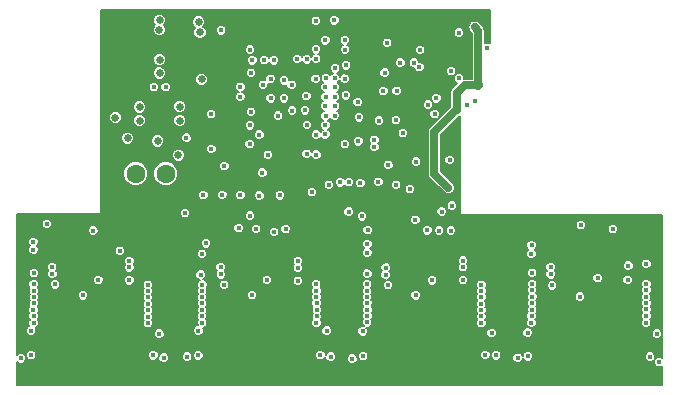
<source format=gbr>
G04 #@! TF.FileFunction,Copper,L3,Inr,Mixed*
%FSLAX45Y45*%
G04 Gerber Fmt 4.5, Leading zero omitted, Abs format (unit mm)*
G04 Created by KiCad (PCBNEW 0.201509251832+6217~30~ubuntu14.04.1-product) date Fri 30 Oct 2015 01:43:29 PM EDT*
%MOMM*%
G01*
G04 APERTURE LIST*
%ADD10C,0.127000*%
%ADD11C,1.600200*%
%ADD12C,0.406400*%
%ADD13C,0.635000*%
%ADD14C,0.254000*%
%ADD15C,0.203200*%
%ADD16C,0.381000*%
%ADD17C,0.635000*%
G04 APERTURE END LIST*
D10*
D11*
X12456922Y-9391650D03*
X12710922Y-9391650D03*
D12*
X14595856Y-9315958D03*
X14831060Y-9289288D03*
X14659356Y-8937752D03*
X14696440Y-8452104D03*
X14563344Y-8535416D03*
X14553184Y-8692896D03*
X15433548Y-8327136D03*
X13444728Y-8431530D03*
X11589258Y-9973564D03*
X11590782Y-10037826D03*
X12692888Y-10948416D03*
X13005308Y-10246868D03*
X13725144Y-9861296D03*
X13051536Y-9981184D03*
X13017500Y-10069576D03*
X14106652Y-10939780D03*
X14418056Y-9986772D03*
X14417548Y-10060940D03*
X15114524Y-9275572D03*
X15124684Y-9872472D03*
X15807436Y-9998964D03*
X15805912Y-10071608D03*
X16886428Y-10986516D03*
X16495268Y-9861296D03*
X16780002Y-10154158D03*
X15191740Y-8584184D03*
D13*
X12658090Y-8426958D03*
X12657582Y-8173974D03*
X12659106Y-8539734D03*
D12*
X15968980Y-10243566D03*
X14572996Y-10248900D03*
X13177012Y-10244836D03*
X11749786Y-10239502D03*
X11593576Y-10233406D03*
X16216376Y-10433304D03*
D13*
X12829540Y-8823960D03*
D12*
X14514068Y-8941308D03*
X13901928Y-8735568D03*
X14930628Y-8806180D03*
X14988032Y-8886952D03*
X15002256Y-8753348D03*
X14664690Y-8690610D03*
X15193010Y-8197850D03*
X13423900Y-8341360D03*
X13342620Y-8656320D03*
D13*
X12488418Y-8941816D03*
X12830048Y-8941816D03*
D12*
X12886182Y-9085326D03*
X13206730Y-9328150D03*
X13096240Y-9182100D03*
X13528040Y-9382760D03*
X13421360Y-9141460D03*
X13423900Y-8981440D03*
D13*
X12388342Y-9090406D03*
X12658090Y-8092186D03*
X12817602Y-9234170D03*
D12*
X13983208Y-8419592D03*
X13982700Y-8338820D03*
X13822680Y-8420100D03*
X13624560Y-8432800D03*
X13597890Y-8589010D03*
X13534390Y-8639810D03*
X13597890Y-8754110D03*
X13342620Y-8740140D03*
X13906500Y-8978900D03*
X13712190Y-8601710D03*
X13712190Y-8754110D03*
X13978890Y-8589010D03*
X13775690Y-8639810D03*
X13180060Y-8178800D03*
X13662660Y-8900160D03*
D13*
X12488418Y-8826246D03*
D12*
X13575030Y-9231630D03*
X13985240Y-9230360D03*
X15968726Y-10184384D03*
X16627856Y-10170414D03*
X16367506Y-10275824D03*
X15776956Y-10938764D03*
X15507462Y-10929874D03*
X14827250Y-10421366D03*
X14382750Y-10936986D03*
X12009882Y-10421874D03*
X11571732Y-10927334D03*
X13440664Y-10420096D03*
X12986004Y-10930636D03*
X13175996Y-10185146D03*
X13829792Y-10187686D03*
X13566394Y-10291826D03*
X13829284Y-10131298D03*
X15812770Y-10230358D03*
X12139422Y-10292334D03*
X14965680Y-10294366D03*
X12402820Y-10185654D03*
X12402820Y-10132314D03*
X11748516Y-10184638D03*
X15226538Y-10182352D03*
X15227554Y-10127488D03*
X14572234Y-10185908D03*
X14416786Y-10237216D03*
X12321540Y-10043922D03*
X11703304Y-9817354D03*
X14419326Y-9869932D03*
X14717268Y-9047988D03*
X15261590Y-8811260D03*
D13*
X12284202Y-8916670D03*
D12*
X13744448Y-8420100D03*
X13279120Y-10021570D03*
X13001244Y-10167366D03*
X13823188Y-9872218D03*
X13895832Y-9873234D03*
X14415262Y-10142728D03*
X15208504Y-9870948D03*
X15268956Y-9884156D03*
X15806928Y-10153650D03*
X14443964Y-8158988D03*
X14989556Y-8665464D03*
X14229080Y-8173720D03*
X13343890Y-8423910D03*
X13267690Y-8576310D03*
D13*
X12297918Y-8199374D03*
D12*
X13342620Y-8821420D03*
X13342620Y-8978900D03*
X13736320Y-9057640D03*
X13820140Y-8978900D03*
X13982700Y-8181340D03*
X13889990Y-8538210D03*
X14211300Y-9222740D03*
X13980160Y-8735060D03*
X14443202Y-8391906D03*
X13502640Y-9138920D03*
X13545820Y-8892540D03*
X15018258Y-8155178D03*
X14319250Y-9371330D03*
X16651986Y-9869424D03*
X16577056Y-9863074D03*
X16778986Y-10067544D03*
X16775176Y-10001504D03*
X16069056Y-10029444D03*
X13986256Y-10030714D03*
X13989812Y-10087102D03*
X12558776Y-10031222D03*
X12402820Y-9874250D03*
X12351512Y-9874758D03*
X12558776Y-10080498D03*
X11851132Y-10030714D03*
X11591544Y-10132314D03*
X15383002Y-10078720D03*
X15382494Y-10027920D03*
X14674850Y-10016236D03*
X11850624Y-9871202D03*
D13*
X12299442Y-8554974D03*
X15103602Y-9511030D03*
D12*
X12609068Y-8658860D03*
X12710160Y-8658860D03*
D13*
X12642342Y-9114790D03*
D12*
X15326360Y-8150860D03*
D13*
X15173960Y-8709660D03*
X15358872Y-8642604D03*
D12*
X13780008Y-8856472D03*
X13543280Y-8430260D03*
D13*
X13014198Y-8593074D03*
D12*
X13889990Y-8855710D03*
X13902690Y-8423910D03*
X13432790Y-8868410D03*
X13432790Y-8538210D03*
D13*
X12988290Y-8106410D03*
X13000990Y-8195310D03*
D12*
X14090904Y-9485884D03*
X14226540Y-9141460D03*
X15774670Y-10736326D03*
X16867886Y-10745978D03*
X16810990Y-10941304D03*
X12986512Y-10719308D03*
X14072870Y-10720070D03*
X14019784Y-10928096D03*
X15690088Y-10950448D03*
X12892278Y-10940542D03*
X14377924Y-10726674D03*
X15468854Y-10741914D03*
X15416530Y-10926826D03*
X11569446Y-10720578D03*
X12656820Y-10744962D03*
X12605512Y-10929874D03*
X14290548Y-10957052D03*
X11484102Y-10954512D03*
X13095224Y-8887460D03*
X14857984Y-8490204D03*
X14347190Y-8914130D03*
X14585696Y-8282940D03*
X14476730Y-9163050D03*
X14144752Y-8819896D03*
X14334744Y-8785860D03*
X14061440Y-9058910D03*
X14226540Y-8260080D03*
X14810994Y-8450580D03*
X14865350Y-8343900D03*
X15328900Y-8779256D03*
X16777716Y-10651744D03*
X16780256Y-10595864D03*
X16780256Y-10541254D03*
X16780256Y-10486644D03*
X16777716Y-10432034D03*
X16778986Y-10378694D03*
X16778986Y-10325354D03*
X16620236Y-10291064D03*
X15981426Y-10338054D03*
X15812516Y-10325354D03*
X15811246Y-10378694D03*
X15813786Y-10432034D03*
X15812516Y-10486644D03*
X15812516Y-10542524D03*
X15807436Y-10595864D03*
X15806166Y-10653014D03*
X13986764Y-10653776D03*
X13990574Y-10600436D03*
X13989304Y-10543286D03*
X13988034Y-10488676D03*
X13986764Y-10435336D03*
X13986764Y-10380726D03*
X13984224Y-10326116D03*
X13829284Y-10299446D03*
X13204444Y-10333228D03*
X13020294Y-10329926D03*
X13019024Y-10383266D03*
X13016484Y-10436606D03*
X13019024Y-10489946D03*
X13019024Y-10544556D03*
X13016484Y-10597896D03*
X13019024Y-10652506D03*
X14777974Y-9521952D03*
X14066520Y-8581136D03*
X14661642Y-9485376D03*
X14237716Y-8473440D03*
X14225524Y-8587232D03*
X14260576Y-9463532D03*
X14144244Y-8498840D03*
X14511528Y-9460484D03*
X14063472Y-8740648D03*
X14142720Y-8900160D03*
X13502640Y-9576308D03*
X14236192Y-8728964D03*
X13946886Y-9547860D03*
X14141704Y-8739124D03*
X13677138Y-9575292D03*
X14062964Y-8657844D03*
X13029692Y-9572752D03*
X15382240Y-10656316D03*
X15382240Y-10600436D03*
X15382240Y-10545826D03*
X15380970Y-10492486D03*
X15382240Y-10439146D03*
X15383510Y-10385806D03*
X15383510Y-10332466D03*
X15227300Y-10293096D03*
X14592300Y-10334752D03*
X14415770Y-10328656D03*
X14415770Y-10381996D03*
X14414500Y-10435336D03*
X14417040Y-10488676D03*
X14417040Y-10542016D03*
X14417040Y-10595356D03*
X14415770Y-10649966D03*
X12558522Y-10656824D03*
X12559792Y-10600944D03*
X12561062Y-10547604D03*
X12559792Y-10492994D03*
X12558522Y-10439654D03*
X12559792Y-10386314D03*
X12558522Y-10332974D03*
X12402312Y-10294874D03*
X11773916Y-10329164D03*
X11592052Y-10329164D03*
X11593322Y-10382504D03*
X11593322Y-10435844D03*
X11593322Y-10489184D03*
X11589512Y-10543794D03*
X11592052Y-10598404D03*
X11592052Y-10655554D03*
X14143736Y-8658352D03*
X14189456Y-9464040D03*
X14142212Y-8581136D03*
X14357604Y-9471152D03*
X14064488Y-8901176D03*
X13343128Y-9572752D03*
X14062710Y-8817610D03*
X13189458Y-9571482D03*
X13902690Y-9224010D03*
X13983970Y-9061450D03*
X13503402Y-9060688D03*
X14476730Y-9104630D03*
X15127224Y-8522716D03*
X14342110Y-9117330D03*
X14062710Y-8982710D03*
X14229080Y-8340090D03*
X14062710Y-8262620D03*
X13981430Y-8097520D03*
X14137640Y-8093710D03*
X15025116Y-9872472D03*
X15132558Y-9662160D03*
X14925294Y-9871710D03*
X15047214Y-9711690D03*
X14259052Y-9712452D03*
X16225520Y-9826752D03*
X14371828Y-9752584D03*
X14824710Y-9782556D03*
X13628370Y-9885426D03*
X13424154Y-9747504D03*
X12097512Y-9872472D03*
X13476224Y-9859772D03*
X13328142Y-9852660D03*
X12873990Y-9726168D03*
D14*
X13744448Y-8420100D02*
X13862558Y-8538210D01*
X13862558Y-8538210D02*
X13889990Y-8538210D01*
X13744448Y-8420100D02*
X13608558Y-8284210D01*
X13343890Y-8322310D02*
X13343890Y-8411210D01*
X13381990Y-8284210D02*
X13559790Y-8284210D01*
X13343890Y-8322310D02*
X13381990Y-8284210D01*
X13608558Y-8284210D02*
X13559790Y-8284210D01*
X13983462Y-8172450D02*
X13744448Y-8411464D01*
X13744448Y-8411464D02*
X13744448Y-8420100D01*
X13001244Y-10167366D02*
X12633960Y-10167366D01*
X12558776Y-10092182D02*
X12558776Y-10080498D01*
X12633960Y-10167366D02*
X12558776Y-10092182D01*
X13001244Y-10167366D02*
X13147040Y-10021570D01*
X13147040Y-10021570D02*
X13279120Y-10021570D01*
X13823188Y-9872218D02*
X13823188Y-9163812D01*
X13823188Y-9163812D02*
X13826490Y-9160510D01*
X13823188Y-9872218D02*
X13894816Y-9872218D01*
X13894816Y-9872218D02*
X13895832Y-9873234D01*
X13986256Y-10030714D02*
X13986256Y-9963658D01*
X13986256Y-9963658D02*
X13895832Y-9873234D01*
X14415262Y-10142728D02*
X14045438Y-10142728D01*
X14045438Y-10142728D02*
X13989812Y-10087102D01*
X14415262Y-10142728D02*
X14548358Y-10142728D01*
X14548358Y-10142728D02*
X14674850Y-10016236D01*
X15208504Y-9870948D02*
X15208504Y-9892538D01*
X15084806Y-10016236D02*
X14674850Y-10016236D01*
X15208504Y-9892538D02*
X15084806Y-10016236D01*
X15268956Y-9884156D02*
X15221712Y-9884156D01*
X15221712Y-9884156D02*
X15208504Y-9870948D01*
X15382494Y-10027920D02*
X15382494Y-9997694D01*
X15382494Y-9997694D02*
X15268956Y-9884156D01*
X16069056Y-10029444D02*
X15931134Y-10029444D01*
X15931134Y-10029444D02*
X15806928Y-10153650D01*
X15806928Y-10153650D02*
X15457932Y-10153650D01*
X15457932Y-10153650D02*
X15447264Y-10142982D01*
X15447264Y-10142982D02*
X15383002Y-10078720D01*
X14227810Y-8172450D02*
X14143990Y-8172450D01*
X16069056Y-10029444D02*
X16491966Y-10029444D01*
X16491966Y-10029444D02*
X16651986Y-9869424D01*
X14443202Y-8391906D02*
X14443202Y-8159750D01*
X14443202Y-8159750D02*
X14443964Y-8158988D01*
X14230604Y-8175244D02*
X14427708Y-8175244D01*
X14427708Y-8175244D02*
X14443964Y-8158988D01*
D15*
X15018258Y-8155178D02*
X15017750Y-8155686D01*
X15017750Y-8637270D02*
X14989556Y-8665464D01*
X15017750Y-8155686D02*
X15017750Y-8637270D01*
X14620748Y-8486140D02*
X14800072Y-8665464D01*
X14800072Y-8665464D02*
X14989556Y-8665464D01*
X14537436Y-8486140D02*
X14620748Y-8486140D01*
X14620748Y-8486140D02*
X14621510Y-8486140D01*
X14443202Y-8391906D02*
X14537436Y-8486140D01*
D14*
X14229080Y-8173720D02*
X14230604Y-8175244D01*
X14230604Y-8175244D02*
X14231366Y-8176006D01*
X14229080Y-8173720D02*
X14227810Y-8172450D01*
X13991590Y-8172450D02*
X13983462Y-8172450D01*
X13983462Y-8172450D02*
X14143990Y-8172450D01*
D16*
X13026390Y-8335010D02*
X13267690Y-8576310D01*
X12556490Y-8335010D02*
X13026390Y-8335010D01*
X12420854Y-8199374D02*
X12556490Y-8335010D01*
X12297918Y-8199374D02*
X12420854Y-8199374D01*
X13267690Y-8746490D02*
X13342620Y-8821420D01*
X13267690Y-8576310D02*
X13267690Y-8746490D01*
X13342620Y-8982710D02*
X13342620Y-8978900D01*
X13342620Y-8821420D02*
X13342620Y-8982710D01*
D15*
X13736320Y-9057640D02*
X13741400Y-9057640D01*
X13741400Y-9057640D02*
X13820140Y-8978900D01*
D16*
X13342620Y-8982710D02*
X13343890Y-8982710D01*
D14*
X13991590Y-8172450D02*
X13982700Y-8181340D01*
X13889990Y-8644890D02*
X13889990Y-8538210D01*
X13980160Y-8735060D02*
X13889990Y-8644890D01*
D15*
X14439646Y-8388350D02*
X14443202Y-8391906D01*
D16*
X13343890Y-8500110D02*
X13267690Y-8576310D01*
X13343890Y-8423910D02*
X13343890Y-8500110D01*
D14*
X13343890Y-8982710D02*
X13346430Y-8982710D01*
X13341350Y-8977630D02*
X13502640Y-9138920D01*
X13342620Y-8978900D02*
X13341350Y-8977630D01*
X13656310Y-9138920D02*
X13655040Y-9138920D01*
X13502640Y-9138920D02*
X13656310Y-9138920D01*
X13656310Y-9137650D02*
X13736320Y-9057640D01*
X13656310Y-9138920D02*
X13656310Y-9137650D01*
X13341350Y-8972550D02*
X13387070Y-8926830D01*
X13387070Y-8926830D02*
X13511530Y-8926830D01*
X13511530Y-8926830D02*
X13545820Y-8892540D01*
X13341350Y-8977630D02*
X13341350Y-8972550D01*
D15*
X15020290Y-8157210D02*
X15018258Y-8155178D01*
D14*
X13736320Y-9057640D02*
X13737590Y-9058910D01*
D15*
X13736320Y-9070340D02*
X13826490Y-9160510D01*
X13736320Y-9057640D02*
X13736320Y-9070340D01*
X14149070Y-9160510D02*
X14211300Y-9222740D01*
X13826490Y-9160510D02*
X14149070Y-9160510D01*
D10*
X14211300Y-9263380D02*
X14319250Y-9371330D01*
X14211300Y-9222740D02*
X14211300Y-9263380D01*
D14*
X16577056Y-9863074D02*
X16645636Y-9863074D01*
X16645636Y-9863074D02*
X16651986Y-9869424D01*
X16775176Y-10063734D02*
X16778986Y-10067544D01*
X16775176Y-10001504D02*
X16775176Y-10063734D01*
X16775176Y-9992614D02*
X16651986Y-9869424D01*
X16775176Y-10001504D02*
X16775176Y-9992614D01*
X13986256Y-10083546D02*
X13986256Y-10030714D01*
X13989812Y-10087102D02*
X13986256Y-10083546D01*
X12558776Y-10031222D02*
X12559284Y-10031222D01*
X12402312Y-9874758D02*
X12402820Y-9874250D01*
X12351512Y-9874758D02*
X12402312Y-9874758D01*
X12402820Y-9875266D02*
X12558776Y-10031222D01*
X12402820Y-9874250D02*
X12402820Y-9875266D01*
X12558776Y-10031222D02*
X12558776Y-10080498D01*
X11749532Y-10132314D02*
X11851132Y-10030714D01*
X11591544Y-10132314D02*
X11749532Y-10132314D01*
X12246356Y-10030714D02*
X12402820Y-9874250D01*
X11851132Y-10030714D02*
X12246356Y-10030714D01*
X15383002Y-10028428D02*
X15382494Y-10027920D01*
X15383002Y-10078720D02*
X15383002Y-10028428D01*
X11851132Y-9871710D02*
X11850624Y-9871202D01*
X11851132Y-10030714D02*
X11851132Y-9871710D01*
D16*
X12297918Y-8553450D02*
X12297918Y-8199374D01*
X12299442Y-8554974D02*
X12297918Y-8553450D01*
D17*
X15103602Y-9511030D02*
X14986000Y-9393428D01*
X15151608Y-8872220D02*
X14986000Y-9037828D01*
X14986000Y-9393428D02*
X14986000Y-9037828D01*
X15326360Y-8150860D02*
X15356840Y-8181340D01*
X15356840Y-8181340D02*
X15356840Y-8647430D01*
X15145004Y-8878824D02*
X15151608Y-8872220D01*
X15173960Y-8849868D02*
X15173960Y-8709660D01*
X15151608Y-8872220D02*
X15173960Y-8849868D01*
X15241016Y-8642604D02*
X15358872Y-8642604D01*
X15173960Y-8709660D02*
X15241016Y-8642604D01*
D10*
G36*
X15455392Y-8288077D02*
X15442428Y-8282694D01*
X15424745Y-8282678D01*
X15412720Y-8287647D01*
X15412720Y-8181340D01*
X15408466Y-8159956D01*
X15396353Y-8141827D01*
X15365873Y-8111347D01*
X15347744Y-8099234D01*
X15326360Y-8094980D01*
X15304976Y-8099234D01*
X15286847Y-8111347D01*
X15274734Y-8129476D01*
X15270480Y-8150860D01*
X15274734Y-8172244D01*
X15286847Y-8190373D01*
X15300960Y-8204486D01*
X15300960Y-8586724D01*
X15241016Y-8586724D01*
X15236187Y-8587685D01*
X15236198Y-8575381D01*
X15229445Y-8559038D01*
X15216952Y-8546523D01*
X15200620Y-8539742D01*
X15182937Y-8539726D01*
X15166594Y-8546479D01*
X15154079Y-8558972D01*
X15147298Y-8575304D01*
X15147282Y-8592987D01*
X15154035Y-8609330D01*
X15166528Y-8621845D01*
X15177990Y-8626604D01*
X15134539Y-8670055D01*
X15126615Y-8677965D01*
X15118090Y-8698496D01*
X15118070Y-8720727D01*
X15118080Y-8720750D01*
X15118080Y-8826722D01*
X15112095Y-8832707D01*
X15112095Y-8832707D01*
X15108576Y-8836226D01*
X14946487Y-8998315D01*
X14934374Y-9016444D01*
X14930120Y-9037828D01*
X14930120Y-9393428D01*
X14934374Y-9414812D01*
X14942652Y-9427202D01*
X14946487Y-9432941D01*
X15064054Y-9550509D01*
X15071907Y-9558375D01*
X15092438Y-9566900D01*
X15114668Y-9566920D01*
X15135214Y-9558430D01*
X15150947Y-9542725D01*
X15159472Y-9522194D01*
X15159492Y-9499964D01*
X15151002Y-9479418D01*
X15135297Y-9463685D01*
X15135273Y-9463675D01*
X15041880Y-9370282D01*
X15041880Y-9284375D01*
X15070066Y-9284375D01*
X15076819Y-9300718D01*
X15089312Y-9313233D01*
X15105644Y-9320014D01*
X15123327Y-9320030D01*
X15139670Y-9313277D01*
X15152185Y-9300784D01*
X15158966Y-9284452D01*
X15158982Y-9266769D01*
X15152229Y-9250426D01*
X15139736Y-9237911D01*
X15123404Y-9231130D01*
X15105721Y-9231114D01*
X15089378Y-9237867D01*
X15076863Y-9250360D01*
X15070082Y-9266692D01*
X15070066Y-9284375D01*
X15041880Y-9284375D01*
X15041880Y-9060974D01*
X15186758Y-8916096D01*
X15191121Y-8911733D01*
X15191121Y-8911733D01*
X15203424Y-8899430D01*
X15203424Y-9733026D01*
X15203924Y-9735497D01*
X15205346Y-9737578D01*
X15207466Y-9738942D01*
X15209774Y-9739376D01*
X16913098Y-9739376D01*
X16913098Y-10950316D01*
X16911640Y-10948855D01*
X16895308Y-10942074D01*
X16877625Y-10942058D01*
X16861282Y-10948811D01*
X16852265Y-10957813D01*
X16855432Y-10950184D01*
X16855448Y-10932501D01*
X16848695Y-10916158D01*
X16836202Y-10903643D01*
X16819870Y-10896862D01*
X16802187Y-10896846D01*
X16785844Y-10903599D01*
X16773329Y-10916092D01*
X16766548Y-10932424D01*
X16766532Y-10950107D01*
X16773285Y-10966450D01*
X16785778Y-10978965D01*
X16802110Y-10985746D01*
X16819793Y-10985762D01*
X16836136Y-10979009D01*
X16845153Y-10970007D01*
X16841986Y-10977636D01*
X16841970Y-10995319D01*
X16848723Y-11011662D01*
X16861216Y-11024177D01*
X16877548Y-11030958D01*
X16895231Y-11030974D01*
X16911574Y-11024221D01*
X16913098Y-11022700D01*
X16913098Y-11179048D01*
X11450574Y-11179048D01*
X11450574Y-10983842D01*
X11458890Y-10992173D01*
X11475222Y-10998954D01*
X11492905Y-10998970D01*
X11509248Y-10992217D01*
X11521763Y-10979724D01*
X11528544Y-10963392D01*
X11528560Y-10945709D01*
X11524605Y-10936137D01*
X11527274Y-10936137D01*
X11534027Y-10952480D01*
X11546520Y-10964995D01*
X11562852Y-10971776D01*
X11580535Y-10971792D01*
X11596878Y-10965039D01*
X11609393Y-10952546D01*
X11615152Y-10938677D01*
X12561054Y-10938677D01*
X12567807Y-10955020D01*
X12580300Y-10967535D01*
X12596632Y-10974316D01*
X12614315Y-10974332D01*
X12630658Y-10967579D01*
X12643173Y-10955086D01*
X12648443Y-10942393D01*
X12648430Y-10957219D01*
X12655183Y-10973562D01*
X12667676Y-10986077D01*
X12684008Y-10992858D01*
X12701691Y-10992874D01*
X12718034Y-10986121D01*
X12730549Y-10973628D01*
X12737330Y-10957296D01*
X12737337Y-10949345D01*
X12847820Y-10949345D01*
X12854573Y-10965688D01*
X12867066Y-10978203D01*
X12883398Y-10984984D01*
X12901081Y-10985000D01*
X12917424Y-10978247D01*
X12929939Y-10965754D01*
X12936720Y-10949422D01*
X12936729Y-10939439D01*
X12941546Y-10939439D01*
X12948299Y-10955782D01*
X12960792Y-10968297D01*
X12977124Y-10975078D01*
X12994807Y-10975094D01*
X13011150Y-10968341D01*
X13023665Y-10955848D01*
X13030446Y-10939516D01*
X13030448Y-10936899D01*
X13975326Y-10936899D01*
X13982079Y-10953242D01*
X13994572Y-10965757D01*
X14010904Y-10972538D01*
X14028587Y-10972554D01*
X14044930Y-10965801D01*
X14057445Y-10953308D01*
X14062200Y-10941856D01*
X14062194Y-10948583D01*
X14068947Y-10964926D01*
X14081440Y-10977441D01*
X14097772Y-10984222D01*
X14115455Y-10984238D01*
X14131798Y-10977485D01*
X14143448Y-10965855D01*
X14246090Y-10965855D01*
X14252843Y-10982198D01*
X14265336Y-10994713D01*
X14281668Y-11001494D01*
X14299351Y-11001510D01*
X14315694Y-10994757D01*
X14328209Y-10982264D01*
X14334990Y-10965932D01*
X14335006Y-10948249D01*
X14333989Y-10945789D01*
X14338292Y-10945789D01*
X14345045Y-10962132D01*
X14357538Y-10974647D01*
X14373870Y-10981428D01*
X14391553Y-10981444D01*
X14407896Y-10974691D01*
X14420411Y-10962198D01*
X14427192Y-10945866D01*
X14427201Y-10935629D01*
X15372072Y-10935629D01*
X15378825Y-10951972D01*
X15391318Y-10964487D01*
X15407650Y-10971268D01*
X15425333Y-10971284D01*
X15441676Y-10964531D01*
X15454191Y-10952038D01*
X15459739Y-10938677D01*
X15463004Y-10938677D01*
X15469757Y-10955020D01*
X15482250Y-10967535D01*
X15498582Y-10974316D01*
X15516265Y-10974332D01*
X15532608Y-10967579D01*
X15540950Y-10959251D01*
X15645630Y-10959251D01*
X15652383Y-10975594D01*
X15664876Y-10988109D01*
X15681208Y-10994890D01*
X15698891Y-10994906D01*
X15715234Y-10988153D01*
X15727749Y-10975660D01*
X15734530Y-10959328D01*
X15734536Y-10952499D01*
X15739251Y-10963910D01*
X15751744Y-10976425D01*
X15768076Y-10983206D01*
X15785759Y-10983222D01*
X15802102Y-10976469D01*
X15814617Y-10963976D01*
X15821398Y-10947644D01*
X15821414Y-10929961D01*
X15814661Y-10913618D01*
X15802168Y-10901103D01*
X15785836Y-10894322D01*
X15768153Y-10894306D01*
X15751810Y-10901059D01*
X15739295Y-10913552D01*
X15732514Y-10929884D01*
X15732508Y-10936713D01*
X15727793Y-10925302D01*
X15715300Y-10912787D01*
X15698968Y-10906006D01*
X15681285Y-10905990D01*
X15664942Y-10912743D01*
X15652427Y-10925236D01*
X15645646Y-10941568D01*
X15645630Y-10959251D01*
X15540950Y-10959251D01*
X15545123Y-10955086D01*
X15551904Y-10938754D01*
X15551920Y-10921071D01*
X15545167Y-10904728D01*
X15532674Y-10892213D01*
X15516342Y-10885432D01*
X15498659Y-10885416D01*
X15482316Y-10892169D01*
X15469801Y-10904662D01*
X15463020Y-10920994D01*
X15463004Y-10938677D01*
X15459739Y-10938677D01*
X15460972Y-10935706D01*
X15460988Y-10918023D01*
X15454235Y-10901680D01*
X15441742Y-10889165D01*
X15425410Y-10882384D01*
X15407727Y-10882368D01*
X15391384Y-10889121D01*
X15378869Y-10901614D01*
X15372088Y-10917946D01*
X15372072Y-10935629D01*
X14427201Y-10935629D01*
X14427208Y-10928183D01*
X14420455Y-10911840D01*
X14407962Y-10899325D01*
X14391630Y-10892544D01*
X14373947Y-10892528D01*
X14357604Y-10899281D01*
X14345089Y-10911774D01*
X14338308Y-10928106D01*
X14338292Y-10945789D01*
X14333989Y-10945789D01*
X14328253Y-10931906D01*
X14315760Y-10919391D01*
X14299428Y-10912610D01*
X14281745Y-10912594D01*
X14265402Y-10919347D01*
X14252887Y-10931840D01*
X14246106Y-10948172D01*
X14246090Y-10965855D01*
X14143448Y-10965855D01*
X14144313Y-10964992D01*
X14151094Y-10948660D01*
X14151110Y-10930977D01*
X14144357Y-10914634D01*
X14131864Y-10902119D01*
X14115532Y-10895338D01*
X14097849Y-10895322D01*
X14081506Y-10902075D01*
X14068991Y-10914568D01*
X14064236Y-10926020D01*
X14064242Y-10919293D01*
X14057489Y-10902950D01*
X14044996Y-10890435D01*
X14028664Y-10883654D01*
X14010981Y-10883638D01*
X13994638Y-10890391D01*
X13982123Y-10902884D01*
X13975342Y-10919216D01*
X13975326Y-10936899D01*
X13030448Y-10936899D01*
X13030462Y-10921833D01*
X13023709Y-10905490D01*
X13011216Y-10892975D01*
X12994884Y-10886194D01*
X12977201Y-10886178D01*
X12960858Y-10892931D01*
X12948343Y-10905424D01*
X12941562Y-10921756D01*
X12941546Y-10939439D01*
X12936729Y-10939439D01*
X12936736Y-10931739D01*
X12929983Y-10915396D01*
X12917490Y-10902881D01*
X12901158Y-10896100D01*
X12883475Y-10896084D01*
X12867132Y-10902837D01*
X12854617Y-10915330D01*
X12847836Y-10931662D01*
X12847820Y-10949345D01*
X12737337Y-10949345D01*
X12737346Y-10939613D01*
X12730593Y-10923270D01*
X12718100Y-10910755D01*
X12701768Y-10903974D01*
X12684085Y-10903958D01*
X12667742Y-10910711D01*
X12655227Y-10923204D01*
X12649957Y-10935897D01*
X12649970Y-10921071D01*
X12643217Y-10904728D01*
X12630724Y-10892213D01*
X12614392Y-10885432D01*
X12596709Y-10885416D01*
X12580366Y-10892169D01*
X12567851Y-10904662D01*
X12561070Y-10920994D01*
X12561054Y-10938677D01*
X11615152Y-10938677D01*
X11616174Y-10936214D01*
X11616190Y-10918531D01*
X11609437Y-10902188D01*
X11596944Y-10889673D01*
X11580612Y-10882892D01*
X11562929Y-10882876D01*
X11546586Y-10889629D01*
X11534071Y-10902122D01*
X11527290Y-10918454D01*
X11527274Y-10936137D01*
X11524605Y-10936137D01*
X11521807Y-10929366D01*
X11509314Y-10916851D01*
X11492982Y-10910070D01*
X11475299Y-10910054D01*
X11458956Y-10916807D01*
X11450574Y-10925175D01*
X11450574Y-10729381D01*
X11524988Y-10729381D01*
X11531741Y-10745724D01*
X11544234Y-10758239D01*
X11560566Y-10765020D01*
X11578249Y-10765036D01*
X11594592Y-10758283D01*
X11599118Y-10753765D01*
X12612362Y-10753765D01*
X12619115Y-10770108D01*
X12631608Y-10782623D01*
X12647940Y-10789404D01*
X12665623Y-10789420D01*
X12681966Y-10782667D01*
X12694481Y-10770174D01*
X12701262Y-10753842D01*
X12701278Y-10736159D01*
X12697952Y-10728111D01*
X12942054Y-10728111D01*
X12948807Y-10744454D01*
X12961300Y-10756969D01*
X12977632Y-10763750D01*
X12995315Y-10763766D01*
X13011658Y-10757013D01*
X13024173Y-10744520D01*
X13030670Y-10728873D01*
X14028412Y-10728873D01*
X14035165Y-10745216D01*
X14047658Y-10757731D01*
X14063990Y-10764512D01*
X14081673Y-10764528D01*
X14098016Y-10757775D01*
X14110531Y-10745282D01*
X14114602Y-10735477D01*
X14333466Y-10735477D01*
X14340219Y-10751820D01*
X14352712Y-10764335D01*
X14369044Y-10771116D01*
X14386727Y-10771132D01*
X14403070Y-10764379D01*
X14415585Y-10751886D01*
X14416070Y-10750717D01*
X15424396Y-10750717D01*
X15431149Y-10767060D01*
X15443642Y-10779575D01*
X15459974Y-10786356D01*
X15477657Y-10786372D01*
X15494000Y-10779619D01*
X15506515Y-10767126D01*
X15513296Y-10750794D01*
X15513301Y-10745129D01*
X15730212Y-10745129D01*
X15736965Y-10761472D01*
X15749458Y-10773987D01*
X15765790Y-10780768D01*
X15783473Y-10780784D01*
X15799816Y-10774031D01*
X15812331Y-10761538D01*
X15815136Y-10754781D01*
X16823428Y-10754781D01*
X16830181Y-10771124D01*
X16842674Y-10783639D01*
X16859006Y-10790420D01*
X16876689Y-10790436D01*
X16893032Y-10783683D01*
X16905547Y-10771190D01*
X16912328Y-10754858D01*
X16912344Y-10737175D01*
X16905591Y-10720832D01*
X16893098Y-10708317D01*
X16876766Y-10701536D01*
X16859083Y-10701520D01*
X16842740Y-10708273D01*
X16830225Y-10720766D01*
X16823444Y-10737098D01*
X16823428Y-10754781D01*
X15815136Y-10754781D01*
X15819112Y-10745206D01*
X15819128Y-10727523D01*
X15812375Y-10711180D01*
X15799882Y-10698665D01*
X15783550Y-10691884D01*
X15765867Y-10691868D01*
X15749524Y-10698621D01*
X15737009Y-10711114D01*
X15730228Y-10727446D01*
X15730212Y-10745129D01*
X15513301Y-10745129D01*
X15513312Y-10733111D01*
X15506559Y-10716768D01*
X15494066Y-10704253D01*
X15477734Y-10697472D01*
X15460051Y-10697456D01*
X15443708Y-10704209D01*
X15431193Y-10716702D01*
X15424412Y-10733034D01*
X15424396Y-10750717D01*
X14416070Y-10750717D01*
X14422366Y-10735554D01*
X14422382Y-10717871D01*
X14415629Y-10701528D01*
X14408523Y-10694410D01*
X14424573Y-10694424D01*
X14440916Y-10687671D01*
X14453431Y-10675178D01*
X14460212Y-10658846D01*
X14460228Y-10641163D01*
X14453475Y-10624820D01*
X14451961Y-10623303D01*
X14454701Y-10620568D01*
X14461482Y-10604236D01*
X14461498Y-10586553D01*
X14454745Y-10570210D01*
X14453232Y-10568694D01*
X14454701Y-10567228D01*
X14461482Y-10550896D01*
X14461498Y-10533213D01*
X14454745Y-10516870D01*
X14453232Y-10515354D01*
X14454701Y-10513888D01*
X14459932Y-10501289D01*
X15336512Y-10501289D01*
X15343265Y-10517632D01*
X15345412Y-10519783D01*
X15344579Y-10520614D01*
X15337798Y-10536946D01*
X15337782Y-10554629D01*
X15344535Y-10570972D01*
X15346683Y-10573124D01*
X15344579Y-10575224D01*
X15337798Y-10591556D01*
X15337782Y-10609239D01*
X15344535Y-10625582D01*
X15347318Y-10628370D01*
X15344579Y-10631104D01*
X15337798Y-10647436D01*
X15337782Y-10665119D01*
X15344535Y-10681462D01*
X15357028Y-10693977D01*
X15373360Y-10700758D01*
X15391043Y-10700774D01*
X15407386Y-10694021D01*
X15419901Y-10681528D01*
X15426682Y-10665196D01*
X15426685Y-10661817D01*
X15761708Y-10661817D01*
X15768461Y-10678160D01*
X15780954Y-10690675D01*
X15797286Y-10697456D01*
X15814969Y-10697472D01*
X15831312Y-10690719D01*
X15843827Y-10678226D01*
X15850608Y-10661894D01*
X15850624Y-10644211D01*
X15843871Y-10627868D01*
X15841087Y-10625079D01*
X15845097Y-10621076D01*
X15851878Y-10604744D01*
X15851894Y-10587061D01*
X15845739Y-10572166D01*
X15850177Y-10567736D01*
X15856958Y-10551404D01*
X15856974Y-10533721D01*
X15850221Y-10517378D01*
X15847438Y-10514590D01*
X15850177Y-10511856D01*
X15856958Y-10495524D01*
X15856974Y-10477841D01*
X15850221Y-10461498D01*
X15848707Y-10459981D01*
X15851447Y-10457246D01*
X15857733Y-10442107D01*
X16171918Y-10442107D01*
X16178671Y-10458450D01*
X16191164Y-10470965D01*
X16207496Y-10477746D01*
X16225179Y-10477762D01*
X16241522Y-10471009D01*
X16254037Y-10458516D01*
X16260818Y-10442184D01*
X16260819Y-10440837D01*
X16733258Y-10440837D01*
X16740011Y-10457180D01*
X16743427Y-10460602D01*
X16742595Y-10461432D01*
X16735814Y-10477764D01*
X16735798Y-10495447D01*
X16742551Y-10511790D01*
X16744699Y-10513942D01*
X16742595Y-10516042D01*
X16735814Y-10532374D01*
X16735798Y-10550057D01*
X16742551Y-10566400D01*
X16744699Y-10568552D01*
X16742595Y-10570652D01*
X16735814Y-10586984D01*
X16735798Y-10604667D01*
X16742551Y-10621010D01*
X16744066Y-10622528D01*
X16740055Y-10626532D01*
X16733274Y-10642864D01*
X16733258Y-10660547D01*
X16740011Y-10676890D01*
X16752504Y-10689405D01*
X16768836Y-10696186D01*
X16786519Y-10696202D01*
X16802862Y-10689449D01*
X16815377Y-10676956D01*
X16822158Y-10660624D01*
X16822174Y-10642941D01*
X16815421Y-10626598D01*
X16813906Y-10625080D01*
X16817917Y-10621076D01*
X16824698Y-10604744D01*
X16824714Y-10587061D01*
X16817961Y-10570718D01*
X16815813Y-10568566D01*
X16817917Y-10566466D01*
X16824698Y-10550134D01*
X16824714Y-10532451D01*
X16817961Y-10516108D01*
X16815813Y-10513956D01*
X16817917Y-10511856D01*
X16824698Y-10495524D01*
X16824714Y-10477841D01*
X16817961Y-10461498D01*
X16814545Y-10458076D01*
X16815377Y-10457246D01*
X16822158Y-10440914D01*
X16822174Y-10423231D01*
X16815421Y-10406888D01*
X16814542Y-10406007D01*
X16816647Y-10403906D01*
X16823428Y-10387574D01*
X16823444Y-10369891D01*
X16816691Y-10353548D01*
X16815178Y-10352032D01*
X16816647Y-10350566D01*
X16823428Y-10334234D01*
X16823444Y-10316551D01*
X16816691Y-10300208D01*
X16804198Y-10287693D01*
X16787866Y-10280912D01*
X16770183Y-10280896D01*
X16753840Y-10287649D01*
X16741325Y-10300142D01*
X16734544Y-10316474D01*
X16734528Y-10334157D01*
X16741281Y-10350500D01*
X16742794Y-10352016D01*
X16741325Y-10353482D01*
X16734544Y-10369814D01*
X16734528Y-10387497D01*
X16741281Y-10403840D01*
X16742160Y-10404721D01*
X16740055Y-10406822D01*
X16733274Y-10423154D01*
X16733258Y-10440837D01*
X16260819Y-10440837D01*
X16260834Y-10424501D01*
X16254081Y-10408158D01*
X16241588Y-10395643D01*
X16225256Y-10388862D01*
X16207573Y-10388846D01*
X16191230Y-10395599D01*
X16178715Y-10408092D01*
X16171934Y-10424424D01*
X16171918Y-10442107D01*
X15857733Y-10442107D01*
X15858228Y-10440914D01*
X15858244Y-10423231D01*
X15851491Y-10406888D01*
X15848710Y-10404102D01*
X15848907Y-10403906D01*
X15855688Y-10387574D01*
X15855704Y-10369891D01*
X15848951Y-10353548D01*
X15848072Y-10352667D01*
X15850177Y-10350566D01*
X15851717Y-10346857D01*
X15936968Y-10346857D01*
X15943721Y-10363200D01*
X15956214Y-10375715D01*
X15972546Y-10382496D01*
X15990229Y-10382512D01*
X16006572Y-10375759D01*
X16019087Y-10363266D01*
X16025868Y-10346934D01*
X16025884Y-10329251D01*
X16019131Y-10312908D01*
X16006638Y-10300393D01*
X15990306Y-10293612D01*
X15972623Y-10293596D01*
X15956280Y-10300349D01*
X15943765Y-10312842D01*
X15936984Y-10329174D01*
X15936968Y-10346857D01*
X15851717Y-10346857D01*
X15856958Y-10334234D01*
X15856974Y-10316551D01*
X15850221Y-10300208D01*
X15837728Y-10287693D01*
X15821396Y-10280912D01*
X15803713Y-10280896D01*
X15787370Y-10287649D01*
X15774855Y-10300142D01*
X15768074Y-10316474D01*
X15768058Y-10334157D01*
X15774811Y-10350500D01*
X15775690Y-10351381D01*
X15773585Y-10353482D01*
X15766804Y-10369814D01*
X15766788Y-10387497D01*
X15773541Y-10403840D01*
X15776322Y-10406626D01*
X15776125Y-10406822D01*
X15769344Y-10423154D01*
X15769328Y-10440837D01*
X15776081Y-10457180D01*
X15777595Y-10458697D01*
X15774855Y-10461432D01*
X15768074Y-10477764D01*
X15768058Y-10495447D01*
X15774811Y-10511790D01*
X15777594Y-10514578D01*
X15774855Y-10517312D01*
X15768074Y-10533644D01*
X15768058Y-10551327D01*
X15774213Y-10566222D01*
X15769775Y-10570652D01*
X15762994Y-10586984D01*
X15762978Y-10604667D01*
X15769731Y-10621010D01*
X15772515Y-10623799D01*
X15768505Y-10627802D01*
X15761724Y-10644134D01*
X15761708Y-10661817D01*
X15426685Y-10661817D01*
X15426698Y-10647513D01*
X15419945Y-10631170D01*
X15417162Y-10628382D01*
X15419901Y-10625648D01*
X15426682Y-10609316D01*
X15426698Y-10591633D01*
X15419945Y-10575290D01*
X15417797Y-10573138D01*
X15419901Y-10571038D01*
X15426682Y-10554706D01*
X15426698Y-10537023D01*
X15419945Y-10520680D01*
X15417798Y-10518529D01*
X15418631Y-10517698D01*
X15425412Y-10501366D01*
X15425428Y-10483683D01*
X15418675Y-10467340D01*
X15417796Y-10466459D01*
X15419901Y-10464358D01*
X15426682Y-10448026D01*
X15426698Y-10430343D01*
X15419945Y-10414000D01*
X15419066Y-10413119D01*
X15421171Y-10411018D01*
X15427952Y-10394686D01*
X15427968Y-10377003D01*
X15421215Y-10360660D01*
X15419702Y-10359144D01*
X15421171Y-10357678D01*
X15427952Y-10341346D01*
X15427968Y-10323663D01*
X15421215Y-10307320D01*
X15408722Y-10294805D01*
X15392390Y-10288024D01*
X15374707Y-10288008D01*
X15358364Y-10294761D01*
X15345849Y-10307254D01*
X15339068Y-10323586D01*
X15339052Y-10341269D01*
X15345805Y-10357612D01*
X15347318Y-10359128D01*
X15345849Y-10360594D01*
X15339068Y-10376926D01*
X15339052Y-10394609D01*
X15345805Y-10410952D01*
X15346684Y-10411833D01*
X15344579Y-10413934D01*
X15337798Y-10430266D01*
X15337782Y-10447949D01*
X15344535Y-10464292D01*
X15345414Y-10465173D01*
X15343309Y-10467274D01*
X15336528Y-10483606D01*
X15336512Y-10501289D01*
X14459932Y-10501289D01*
X14461482Y-10497556D01*
X14461498Y-10479873D01*
X14454745Y-10463530D01*
X14451964Y-10460744D01*
X14452161Y-10460548D01*
X14458942Y-10444216D01*
X14458954Y-10430169D01*
X14782792Y-10430169D01*
X14789545Y-10446512D01*
X14802038Y-10459027D01*
X14818370Y-10465808D01*
X14836053Y-10465824D01*
X14852396Y-10459071D01*
X14864911Y-10446578D01*
X14871692Y-10430246D01*
X14871708Y-10412563D01*
X14864955Y-10396220D01*
X14852462Y-10383705D01*
X14836130Y-10376924D01*
X14818447Y-10376908D01*
X14802104Y-10383661D01*
X14789589Y-10396154D01*
X14782808Y-10412486D01*
X14782792Y-10430169D01*
X14458954Y-10430169D01*
X14458958Y-10426533D01*
X14452205Y-10410190D01*
X14451326Y-10409309D01*
X14453431Y-10407208D01*
X14460212Y-10390876D01*
X14460228Y-10373193D01*
X14453475Y-10356850D01*
X14451962Y-10355334D01*
X14453431Y-10353868D01*
X14460212Y-10337536D01*
X14460228Y-10319853D01*
X14453475Y-10303510D01*
X14440982Y-10290995D01*
X14424650Y-10284214D01*
X14406967Y-10284198D01*
X14390624Y-10290951D01*
X14378109Y-10303444D01*
X14371328Y-10319776D01*
X14371312Y-10337459D01*
X14378065Y-10353802D01*
X14379578Y-10355318D01*
X14378109Y-10356784D01*
X14371328Y-10373116D01*
X14371312Y-10390799D01*
X14378065Y-10407142D01*
X14378944Y-10408023D01*
X14376839Y-10410124D01*
X14370058Y-10426456D01*
X14370042Y-10444139D01*
X14376795Y-10460482D01*
X14379576Y-10463268D01*
X14379379Y-10463464D01*
X14372598Y-10479796D01*
X14372582Y-10497479D01*
X14379335Y-10513822D01*
X14380848Y-10515338D01*
X14379379Y-10516804D01*
X14372598Y-10533136D01*
X14372582Y-10550819D01*
X14379335Y-10567162D01*
X14380848Y-10568678D01*
X14379379Y-10570144D01*
X14372598Y-10586476D01*
X14372582Y-10604159D01*
X14379335Y-10620502D01*
X14380849Y-10622019D01*
X14378109Y-10624754D01*
X14371328Y-10641086D01*
X14371312Y-10658769D01*
X14378065Y-10675112D01*
X14385171Y-10682230D01*
X14369121Y-10682216D01*
X14352778Y-10688969D01*
X14340263Y-10701462D01*
X14333482Y-10717794D01*
X14333466Y-10735477D01*
X14114602Y-10735477D01*
X14117312Y-10728950D01*
X14117328Y-10711267D01*
X14110575Y-10694924D01*
X14098082Y-10682409D01*
X14081750Y-10675628D01*
X14064067Y-10675612D01*
X14047724Y-10682365D01*
X14035209Y-10694858D01*
X14028428Y-10711190D01*
X14028412Y-10728873D01*
X13030670Y-10728873D01*
X13030954Y-10728188D01*
X13030970Y-10710505D01*
X13025374Y-10696962D01*
X13027827Y-10696964D01*
X13044170Y-10690211D01*
X13056685Y-10677718D01*
X13063466Y-10661386D01*
X13063482Y-10643703D01*
X13056729Y-10627360D01*
X13053313Y-10623938D01*
X13054145Y-10623108D01*
X13060926Y-10606776D01*
X13060942Y-10589093D01*
X13054189Y-10572750D01*
X13053944Y-10572504D01*
X13056685Y-10569768D01*
X13063466Y-10553436D01*
X13063482Y-10535753D01*
X13056729Y-10519410D01*
X13054581Y-10517258D01*
X13056685Y-10515158D01*
X13063466Y-10498826D01*
X13063482Y-10481143D01*
X13056729Y-10464800D01*
X13053948Y-10462014D01*
X13054145Y-10461818D01*
X13060926Y-10445486D01*
X13060941Y-10428899D01*
X13396206Y-10428899D01*
X13402959Y-10445242D01*
X13415452Y-10457757D01*
X13431784Y-10464538D01*
X13449467Y-10464554D01*
X13465810Y-10457801D01*
X13478325Y-10445308D01*
X13485106Y-10428976D01*
X13485122Y-10411293D01*
X13478369Y-10394950D01*
X13465876Y-10382435D01*
X13449544Y-10375654D01*
X13431861Y-10375638D01*
X13415518Y-10382391D01*
X13403003Y-10394884D01*
X13396222Y-10411216D01*
X13396206Y-10428899D01*
X13060941Y-10428899D01*
X13060942Y-10427803D01*
X13054189Y-10411460D01*
X13053944Y-10411214D01*
X13056685Y-10408478D01*
X13063466Y-10392146D01*
X13063482Y-10374463D01*
X13056729Y-10358120D01*
X13055850Y-10357239D01*
X13057955Y-10355138D01*
X13063397Y-10342031D01*
X13159986Y-10342031D01*
X13166739Y-10358374D01*
X13179232Y-10370889D01*
X13195564Y-10377670D01*
X13213247Y-10377686D01*
X13229590Y-10370933D01*
X13242105Y-10358440D01*
X13248886Y-10342108D01*
X13248902Y-10324425D01*
X13242149Y-10308082D01*
X13234709Y-10300629D01*
X13521936Y-10300629D01*
X13528689Y-10316972D01*
X13541182Y-10329487D01*
X13557514Y-10336268D01*
X13575197Y-10336284D01*
X13591540Y-10329531D01*
X13604055Y-10317038D01*
X13607704Y-10308249D01*
X13784826Y-10308249D01*
X13791579Y-10324592D01*
X13804072Y-10337107D01*
X13820404Y-10343888D01*
X13838087Y-10343904D01*
X13854430Y-10337151D01*
X13856666Y-10334919D01*
X13939766Y-10334919D01*
X13946519Y-10351262D01*
X13949935Y-10354684D01*
X13949103Y-10355514D01*
X13942322Y-10371846D01*
X13942306Y-10389529D01*
X13949059Y-10405872D01*
X13951207Y-10408024D01*
X13949103Y-10410124D01*
X13942322Y-10426456D01*
X13942306Y-10444139D01*
X13949059Y-10460482D01*
X13951206Y-10462633D01*
X13950373Y-10463464D01*
X13943592Y-10479796D01*
X13943576Y-10497479D01*
X13950329Y-10513822D01*
X13953111Y-10516609D01*
X13951643Y-10518074D01*
X13944862Y-10534406D01*
X13944846Y-10552089D01*
X13951599Y-10568432D01*
X13955651Y-10572491D01*
X13952913Y-10575224D01*
X13946132Y-10591556D01*
X13946116Y-10609239D01*
X13952642Y-10625032D01*
X13949103Y-10628564D01*
X13942322Y-10644896D01*
X13942306Y-10662579D01*
X13949059Y-10678922D01*
X13961552Y-10691437D01*
X13977884Y-10698218D01*
X13995567Y-10698234D01*
X14011910Y-10691481D01*
X14024425Y-10678988D01*
X14031206Y-10662656D01*
X14031222Y-10644973D01*
X14024696Y-10629180D01*
X14028235Y-10625648D01*
X14035016Y-10609316D01*
X14035032Y-10591633D01*
X14028279Y-10575290D01*
X14024227Y-10571231D01*
X14026965Y-10568498D01*
X14033746Y-10552166D01*
X14033762Y-10534483D01*
X14027009Y-10518140D01*
X14024227Y-10515353D01*
X14025695Y-10513888D01*
X14032476Y-10497556D01*
X14032492Y-10479873D01*
X14025739Y-10463530D01*
X14023592Y-10461379D01*
X14024425Y-10460548D01*
X14031206Y-10444216D01*
X14031222Y-10426533D01*
X14024469Y-10410190D01*
X14022321Y-10408038D01*
X14024425Y-10405938D01*
X14031206Y-10389606D01*
X14031222Y-10371923D01*
X14024469Y-10355580D01*
X14021053Y-10352158D01*
X14021885Y-10351328D01*
X14028666Y-10334996D01*
X14028682Y-10317313D01*
X14021929Y-10300970D01*
X14009436Y-10288455D01*
X13993104Y-10281674D01*
X13975421Y-10281658D01*
X13959078Y-10288411D01*
X13946563Y-10300904D01*
X13939782Y-10317236D01*
X13939766Y-10334919D01*
X13856666Y-10334919D01*
X13866945Y-10324658D01*
X13873726Y-10308326D01*
X13873742Y-10290643D01*
X13866989Y-10274300D01*
X13854496Y-10261785D01*
X13838164Y-10255004D01*
X13820481Y-10254988D01*
X13804138Y-10261741D01*
X13791623Y-10274234D01*
X13784842Y-10290566D01*
X13784826Y-10308249D01*
X13607704Y-10308249D01*
X13610836Y-10300706D01*
X13610852Y-10283023D01*
X13604099Y-10266680D01*
X13591606Y-10254165D01*
X13575274Y-10247384D01*
X13557591Y-10247368D01*
X13541248Y-10254121D01*
X13528733Y-10266614D01*
X13521952Y-10282946D01*
X13521936Y-10300629D01*
X13234709Y-10300629D01*
X13229656Y-10295567D01*
X13213324Y-10288786D01*
X13195641Y-10288770D01*
X13179298Y-10295523D01*
X13166783Y-10308016D01*
X13160002Y-10324348D01*
X13159986Y-10342031D01*
X13063397Y-10342031D01*
X13064736Y-10338806D01*
X13064752Y-10321123D01*
X13057999Y-10304780D01*
X13045506Y-10292265D01*
X13029174Y-10285484D01*
X13028251Y-10285483D01*
X13030454Y-10284573D01*
X13042969Y-10272080D01*
X13049750Y-10255748D01*
X13049766Y-10238065D01*
X13043013Y-10221722D01*
X13030520Y-10209207D01*
X13014188Y-10202426D01*
X12996505Y-10202410D01*
X12980162Y-10209163D01*
X12967647Y-10221656D01*
X12960866Y-10237988D01*
X12960850Y-10255671D01*
X12967603Y-10272014D01*
X12980096Y-10284529D01*
X12996428Y-10291310D01*
X12997351Y-10291311D01*
X12995148Y-10292221D01*
X12982633Y-10304714D01*
X12975852Y-10321046D01*
X12975836Y-10338729D01*
X12982589Y-10355072D01*
X12983468Y-10355953D01*
X12981363Y-10358054D01*
X12974582Y-10374386D01*
X12974566Y-10392069D01*
X12981319Y-10408412D01*
X12981564Y-10408658D01*
X12978823Y-10411394D01*
X12972042Y-10427726D01*
X12972026Y-10445409D01*
X12978779Y-10461752D01*
X12981560Y-10464538D01*
X12981363Y-10464734D01*
X12974582Y-10481066D01*
X12974566Y-10498749D01*
X12981319Y-10515092D01*
X12983467Y-10517244D01*
X12981363Y-10519344D01*
X12974582Y-10535676D01*
X12974566Y-10553359D01*
X12981319Y-10569702D01*
X12981564Y-10569948D01*
X12978823Y-10572684D01*
X12972042Y-10589016D01*
X12972026Y-10606699D01*
X12978779Y-10623042D01*
X12982195Y-10626464D01*
X12981363Y-10627294D01*
X12974582Y-10643626D01*
X12974566Y-10661309D01*
X12980162Y-10674853D01*
X12977709Y-10674850D01*
X12961366Y-10681603D01*
X12948851Y-10694096D01*
X12942070Y-10710428D01*
X12942054Y-10728111D01*
X12697952Y-10728111D01*
X12694525Y-10719816D01*
X12682032Y-10707301D01*
X12665700Y-10700520D01*
X12648017Y-10700504D01*
X12631674Y-10707257D01*
X12619159Y-10719750D01*
X12612378Y-10736082D01*
X12612362Y-10753765D01*
X11599118Y-10753765D01*
X11607107Y-10745790D01*
X11613888Y-10729458D01*
X11613904Y-10711775D01*
X11607849Y-10697122D01*
X11617198Y-10693259D01*
X11629713Y-10680766D01*
X11636494Y-10664434D01*
X11636510Y-10646751D01*
X11629757Y-10630408D01*
X11626339Y-10626984D01*
X11629713Y-10623616D01*
X11636494Y-10607284D01*
X11636510Y-10589601D01*
X11629757Y-10573258D01*
X11626341Y-10569836D01*
X11627173Y-10569006D01*
X11633954Y-10552674D01*
X11633970Y-10534991D01*
X11627217Y-10518648D01*
X11626970Y-10518401D01*
X11630983Y-10514396D01*
X11637764Y-10498064D01*
X11637780Y-10480381D01*
X11631027Y-10464038D01*
X11629514Y-10462522D01*
X11630983Y-10461056D01*
X11637764Y-10444724D01*
X11637776Y-10430677D01*
X11965424Y-10430677D01*
X11972177Y-10447020D01*
X11984670Y-10459535D01*
X12001002Y-10466316D01*
X12018685Y-10466332D01*
X12035028Y-10459579D01*
X12047543Y-10447086D01*
X12054324Y-10430754D01*
X12054340Y-10413071D01*
X12047587Y-10396728D01*
X12035094Y-10384213D01*
X12018762Y-10377432D01*
X12001079Y-10377416D01*
X11984736Y-10384169D01*
X11972221Y-10396662D01*
X11965440Y-10412994D01*
X11965424Y-10430677D01*
X11637776Y-10430677D01*
X11637780Y-10427041D01*
X11631027Y-10410698D01*
X11629514Y-10409182D01*
X11630983Y-10407716D01*
X11637764Y-10391384D01*
X11637780Y-10373701D01*
X11631027Y-10357358D01*
X11628880Y-10355207D01*
X11629713Y-10354376D01*
X11636494Y-10338044D01*
X11636494Y-10337967D01*
X11729458Y-10337967D01*
X11736211Y-10354310D01*
X11748704Y-10366825D01*
X11765036Y-10373606D01*
X11782719Y-10373622D01*
X11799062Y-10366869D01*
X11811577Y-10354376D01*
X11816808Y-10341777D01*
X12514064Y-10341777D01*
X12520817Y-10358120D01*
X12522964Y-10360271D01*
X12522131Y-10361102D01*
X12515350Y-10377434D01*
X12515334Y-10395117D01*
X12522087Y-10411460D01*
X12522966Y-10412341D01*
X12520861Y-10414442D01*
X12514080Y-10430774D01*
X12514064Y-10448457D01*
X12520817Y-10464800D01*
X12522964Y-10466951D01*
X12522131Y-10467782D01*
X12515350Y-10484114D01*
X12515334Y-10501797D01*
X12522087Y-10518140D01*
X12524869Y-10520927D01*
X12523401Y-10522392D01*
X12516620Y-10538724D01*
X12516604Y-10556407D01*
X12523357Y-10572750D01*
X12524236Y-10573631D01*
X12522131Y-10575732D01*
X12515350Y-10592064D01*
X12515334Y-10609747D01*
X12522087Y-10626090D01*
X12524236Y-10628243D01*
X12520861Y-10631612D01*
X12514080Y-10647944D01*
X12514064Y-10665627D01*
X12520817Y-10681970D01*
X12533310Y-10694485D01*
X12549642Y-10701266D01*
X12567325Y-10701282D01*
X12583668Y-10694529D01*
X12596183Y-10682036D01*
X12602964Y-10665704D01*
X12602980Y-10648021D01*
X12596227Y-10631678D01*
X12594078Y-10629525D01*
X12597453Y-10626156D01*
X12604234Y-10609824D01*
X12604250Y-10592141D01*
X12597497Y-10575798D01*
X12596618Y-10574917D01*
X12598723Y-10572816D01*
X12605504Y-10556484D01*
X12605520Y-10538801D01*
X12598767Y-10522458D01*
X12595985Y-10519671D01*
X12597453Y-10518206D01*
X12604234Y-10501874D01*
X12604250Y-10484191D01*
X12597497Y-10467848D01*
X12595350Y-10465697D01*
X12596183Y-10464866D01*
X12602964Y-10448534D01*
X12602980Y-10430851D01*
X12596227Y-10414508D01*
X12595348Y-10413627D01*
X12597453Y-10411526D01*
X12604234Y-10395194D01*
X12604250Y-10377511D01*
X12597497Y-10361168D01*
X12595350Y-10359017D01*
X12596183Y-10358186D01*
X12602964Y-10341854D01*
X12602980Y-10324171D01*
X12596227Y-10307828D01*
X12583734Y-10295313D01*
X12567402Y-10288532D01*
X12549719Y-10288516D01*
X12533376Y-10295269D01*
X12520861Y-10307762D01*
X12514080Y-10324094D01*
X12514064Y-10341777D01*
X11816808Y-10341777D01*
X11818358Y-10338044D01*
X11818374Y-10320361D01*
X11811621Y-10304018D01*
X11808745Y-10301137D01*
X12094964Y-10301137D01*
X12101717Y-10317480D01*
X12114210Y-10329995D01*
X12130542Y-10336776D01*
X12148225Y-10336792D01*
X12164568Y-10330039D01*
X12177083Y-10317546D01*
X12182842Y-10303677D01*
X12357854Y-10303677D01*
X12364607Y-10320020D01*
X12377100Y-10332535D01*
X12393432Y-10339316D01*
X12411115Y-10339332D01*
X12427458Y-10332579D01*
X12439973Y-10320086D01*
X12446754Y-10303754D01*
X12446770Y-10286071D01*
X12440017Y-10269728D01*
X12427524Y-10257213D01*
X12411192Y-10250432D01*
X12393509Y-10250416D01*
X12377166Y-10257169D01*
X12364651Y-10269662D01*
X12357870Y-10285994D01*
X12357854Y-10303677D01*
X12182842Y-10303677D01*
X12183864Y-10301214D01*
X12183880Y-10283531D01*
X12177127Y-10267188D01*
X12164634Y-10254673D01*
X12148302Y-10247892D01*
X12130619Y-10247876D01*
X12114276Y-10254629D01*
X12101761Y-10267122D01*
X12094980Y-10283454D01*
X12094964Y-10301137D01*
X11808745Y-10301137D01*
X11799128Y-10291503D01*
X11782796Y-10284722D01*
X11765113Y-10284706D01*
X11748770Y-10291459D01*
X11736255Y-10303952D01*
X11729474Y-10320284D01*
X11729458Y-10337967D01*
X11636494Y-10337967D01*
X11636510Y-10320361D01*
X11629757Y-10304018D01*
X11617264Y-10291503D01*
X11600932Y-10284722D01*
X11583249Y-10284706D01*
X11566906Y-10291459D01*
X11554391Y-10303952D01*
X11547610Y-10320284D01*
X11547594Y-10337967D01*
X11554347Y-10354310D01*
X11556494Y-10356461D01*
X11555661Y-10357292D01*
X11548880Y-10373624D01*
X11548864Y-10391307D01*
X11555617Y-10407650D01*
X11557130Y-10409166D01*
X11555661Y-10410632D01*
X11548880Y-10426964D01*
X11548864Y-10444647D01*
X11555617Y-10460990D01*
X11557130Y-10462506D01*
X11555661Y-10463972D01*
X11548880Y-10480304D01*
X11548864Y-10497987D01*
X11555617Y-10514330D01*
X11555863Y-10514577D01*
X11551851Y-10518582D01*
X11545070Y-10534914D01*
X11545054Y-10552597D01*
X11551807Y-10568940D01*
X11555223Y-10572362D01*
X11554391Y-10573192D01*
X11547610Y-10589524D01*
X11547594Y-10607207D01*
X11554347Y-10623550D01*
X11557765Y-10626974D01*
X11554391Y-10630342D01*
X11547610Y-10646674D01*
X11547594Y-10664357D01*
X11553649Y-10679010D01*
X11544300Y-10682873D01*
X11531785Y-10695366D01*
X11525004Y-10711698D01*
X11524988Y-10729381D01*
X11450574Y-10729381D01*
X11450574Y-10242209D01*
X11549118Y-10242209D01*
X11555871Y-10258552D01*
X11568364Y-10271067D01*
X11584696Y-10277848D01*
X11602379Y-10277864D01*
X11618722Y-10271111D01*
X11631237Y-10258618D01*
X11638018Y-10242286D01*
X11638034Y-10224603D01*
X11631281Y-10208260D01*
X11618788Y-10195745D01*
X11613239Y-10193441D01*
X11704058Y-10193441D01*
X11710811Y-10209784D01*
X11713720Y-10212698D01*
X11712125Y-10214290D01*
X11705344Y-10230622D01*
X11705328Y-10248305D01*
X11712081Y-10264648D01*
X11724574Y-10277163D01*
X11740906Y-10283944D01*
X11758589Y-10283960D01*
X11774932Y-10277207D01*
X11787447Y-10264714D01*
X11794228Y-10248382D01*
X11794244Y-10230699D01*
X11787491Y-10214356D01*
X11784582Y-10211442D01*
X11786177Y-10209850D01*
X11792958Y-10193518D01*
X11792974Y-10175835D01*
X11786221Y-10159492D01*
X11773728Y-10146977D01*
X11759615Y-10141117D01*
X12358362Y-10141117D01*
X12365115Y-10157460D01*
X12366628Y-10158976D01*
X12365159Y-10160442D01*
X12358378Y-10176774D01*
X12358362Y-10194457D01*
X12365115Y-10210800D01*
X12377608Y-10223315D01*
X12393940Y-10230096D01*
X12411623Y-10230112D01*
X12427966Y-10223359D01*
X12440481Y-10210866D01*
X12447262Y-10194534D01*
X12447263Y-10193949D01*
X13131538Y-10193949D01*
X13138291Y-10210292D01*
X13143486Y-10215496D01*
X13139351Y-10219624D01*
X13132570Y-10235956D01*
X13132554Y-10253639D01*
X13139307Y-10269982D01*
X13151800Y-10282497D01*
X13168132Y-10289278D01*
X13185815Y-10289294D01*
X13202158Y-10282541D01*
X13214673Y-10270048D01*
X13221454Y-10253716D01*
X13221461Y-10246019D01*
X14372328Y-10246019D01*
X14379081Y-10262362D01*
X14391574Y-10274877D01*
X14407906Y-10281658D01*
X14425589Y-10281674D01*
X14441932Y-10274921D01*
X14454447Y-10262428D01*
X14461228Y-10246096D01*
X14461244Y-10228413D01*
X14454491Y-10212070D01*
X14441998Y-10199555D01*
X14430332Y-10194711D01*
X14527776Y-10194711D01*
X14534529Y-10211054D01*
X14541248Y-10217785D01*
X14535335Y-10223688D01*
X14528554Y-10240020D01*
X14528538Y-10257703D01*
X14535291Y-10274046D01*
X14547784Y-10286561D01*
X14564116Y-10293342D01*
X14576095Y-10293353D01*
X14567154Y-10297047D01*
X14554639Y-10309540D01*
X14547858Y-10325872D01*
X14547842Y-10343555D01*
X14554595Y-10359898D01*
X14567088Y-10372413D01*
X14583420Y-10379194D01*
X14601103Y-10379210D01*
X14617446Y-10372457D01*
X14629961Y-10359964D01*
X14636742Y-10343632D01*
X14636758Y-10325949D01*
X14630005Y-10309606D01*
X14623579Y-10303169D01*
X14921222Y-10303169D01*
X14927975Y-10319512D01*
X14940468Y-10332027D01*
X14956800Y-10338808D01*
X14974483Y-10338824D01*
X14990826Y-10332071D01*
X15003341Y-10319578D01*
X15010122Y-10303246D01*
X15010123Y-10301899D01*
X15182842Y-10301899D01*
X15189595Y-10318242D01*
X15202088Y-10330757D01*
X15218420Y-10337538D01*
X15236103Y-10337554D01*
X15252446Y-10330801D01*
X15264961Y-10318308D01*
X15271742Y-10301976D01*
X15271758Y-10284293D01*
X15265005Y-10267950D01*
X15252512Y-10255435D01*
X15236180Y-10248654D01*
X15218497Y-10248638D01*
X15202154Y-10255391D01*
X15189639Y-10267884D01*
X15182858Y-10284216D01*
X15182842Y-10301899D01*
X15010123Y-10301899D01*
X15010138Y-10285563D01*
X15003385Y-10269220D01*
X14990892Y-10256705D01*
X14974560Y-10249924D01*
X14956877Y-10249908D01*
X14940534Y-10256661D01*
X14928019Y-10269154D01*
X14921238Y-10285486D01*
X14921222Y-10303169D01*
X14623579Y-10303169D01*
X14617512Y-10297091D01*
X14601180Y-10290310D01*
X14589201Y-10290299D01*
X14598142Y-10286605D01*
X14610657Y-10274112D01*
X14617438Y-10257780D01*
X14617454Y-10240097D01*
X14617067Y-10239161D01*
X15768312Y-10239161D01*
X15775065Y-10255504D01*
X15787558Y-10268019D01*
X15803890Y-10274800D01*
X15821573Y-10274816D01*
X15837916Y-10268063D01*
X15850431Y-10255570D01*
X15857212Y-10239238D01*
X15857228Y-10221555D01*
X15850475Y-10205212D01*
X15838471Y-10193187D01*
X15924268Y-10193187D01*
X15931021Y-10209530D01*
X15935582Y-10214099D01*
X15931319Y-10218354D01*
X15924538Y-10234686D01*
X15924522Y-10252369D01*
X15931275Y-10268712D01*
X15943768Y-10281227D01*
X15960100Y-10288008D01*
X15977783Y-10288024D01*
X15986004Y-10284627D01*
X16323048Y-10284627D01*
X16329801Y-10300970D01*
X16342294Y-10313485D01*
X16358626Y-10320266D01*
X16376309Y-10320282D01*
X16392652Y-10313529D01*
X16405167Y-10301036D01*
X16405652Y-10299867D01*
X16575778Y-10299867D01*
X16582531Y-10316210D01*
X16595024Y-10328725D01*
X16611356Y-10335506D01*
X16629039Y-10335522D01*
X16645382Y-10328769D01*
X16657897Y-10316276D01*
X16664678Y-10299944D01*
X16664694Y-10282261D01*
X16657941Y-10265918D01*
X16645448Y-10253403D01*
X16629116Y-10246622D01*
X16611433Y-10246606D01*
X16595090Y-10253359D01*
X16582575Y-10265852D01*
X16575794Y-10282184D01*
X16575778Y-10299867D01*
X16405652Y-10299867D01*
X16411948Y-10284704D01*
X16411964Y-10267021D01*
X16405211Y-10250678D01*
X16392718Y-10238163D01*
X16376386Y-10231382D01*
X16358703Y-10231366D01*
X16342360Y-10238119D01*
X16329845Y-10250612D01*
X16323064Y-10266944D01*
X16323048Y-10284627D01*
X15986004Y-10284627D01*
X15994126Y-10281271D01*
X16006641Y-10268778D01*
X16013422Y-10252446D01*
X16013438Y-10234763D01*
X16006685Y-10218420D01*
X16002124Y-10213851D01*
X16006387Y-10209596D01*
X16013168Y-10193264D01*
X16013180Y-10179217D01*
X16583398Y-10179217D01*
X16590151Y-10195560D01*
X16602644Y-10208075D01*
X16618976Y-10214856D01*
X16636659Y-10214872D01*
X16653002Y-10208119D01*
X16665517Y-10195626D01*
X16672298Y-10179294D01*
X16672312Y-10162961D01*
X16735544Y-10162961D01*
X16742297Y-10179304D01*
X16754790Y-10191819D01*
X16771122Y-10198600D01*
X16788805Y-10198616D01*
X16805148Y-10191863D01*
X16817663Y-10179370D01*
X16824444Y-10163038D01*
X16824460Y-10145355D01*
X16817707Y-10129012D01*
X16805214Y-10116497D01*
X16788882Y-10109716D01*
X16771199Y-10109700D01*
X16754856Y-10116453D01*
X16742341Y-10128946D01*
X16735560Y-10145278D01*
X16735544Y-10162961D01*
X16672312Y-10162961D01*
X16672314Y-10161611D01*
X16665561Y-10145268D01*
X16653068Y-10132753D01*
X16636736Y-10125972D01*
X16619053Y-10125956D01*
X16602710Y-10132709D01*
X16590195Y-10145202D01*
X16583414Y-10161534D01*
X16583398Y-10179217D01*
X16013180Y-10179217D01*
X16013184Y-10175581D01*
X16006431Y-10159238D01*
X15993938Y-10146723D01*
X15977606Y-10139942D01*
X15959923Y-10139926D01*
X15943580Y-10146679D01*
X15931065Y-10159172D01*
X15924284Y-10175504D01*
X15924268Y-10193187D01*
X15838471Y-10193187D01*
X15837982Y-10192697D01*
X15821650Y-10185916D01*
X15803967Y-10185900D01*
X15787624Y-10192653D01*
X15775109Y-10205146D01*
X15768328Y-10221478D01*
X15768312Y-10239161D01*
X14617067Y-10239161D01*
X14610701Y-10223754D01*
X14603981Y-10217023D01*
X14609895Y-10211120D01*
X14616676Y-10194788D01*
X14616679Y-10191155D01*
X15182080Y-10191155D01*
X15188833Y-10207498D01*
X15201326Y-10220013D01*
X15217658Y-10226794D01*
X15235341Y-10226810D01*
X15251684Y-10220057D01*
X15264199Y-10207564D01*
X15270980Y-10191232D01*
X15270996Y-10173549D01*
X15264243Y-10157206D01*
X15262475Y-10155435D01*
X15265215Y-10152700D01*
X15271996Y-10136368D01*
X15272012Y-10118685D01*
X15265259Y-10102342D01*
X15252766Y-10089827D01*
X15236434Y-10083046D01*
X15218751Y-10083030D01*
X15202408Y-10089783D01*
X15189893Y-10102276D01*
X15183112Y-10118608D01*
X15183096Y-10136291D01*
X15189849Y-10152634D01*
X15191617Y-10154405D01*
X15188877Y-10157140D01*
X15182096Y-10173472D01*
X15182080Y-10191155D01*
X14616679Y-10191155D01*
X14616692Y-10177105D01*
X14609939Y-10160762D01*
X14597446Y-10148247D01*
X14581114Y-10141466D01*
X14563431Y-10141450D01*
X14547088Y-10148203D01*
X14534573Y-10160696D01*
X14527792Y-10177028D01*
X14527776Y-10194711D01*
X14430332Y-10194711D01*
X14425666Y-10192774D01*
X14407983Y-10192758D01*
X14391640Y-10199511D01*
X14379125Y-10212004D01*
X14372344Y-10228336D01*
X14372328Y-10246019D01*
X13221461Y-10246019D01*
X13221470Y-10236033D01*
X13214717Y-10219690D01*
X13209522Y-10214486D01*
X13213657Y-10210358D01*
X13220438Y-10194026D01*
X13220454Y-10176343D01*
X13213701Y-10160000D01*
X13201208Y-10147485D01*
X13184876Y-10140704D01*
X13167193Y-10140688D01*
X13150850Y-10147441D01*
X13138335Y-10159934D01*
X13131554Y-10176266D01*
X13131538Y-10193949D01*
X12447263Y-10193949D01*
X12447278Y-10176851D01*
X12440525Y-10160508D01*
X12439012Y-10158992D01*
X12440481Y-10157526D01*
X12447262Y-10141194D01*
X12447263Y-10140101D01*
X13784826Y-10140101D01*
X13791579Y-10156444D01*
X13794870Y-10159740D01*
X13792131Y-10162474D01*
X13785350Y-10178806D01*
X13785334Y-10196489D01*
X13792087Y-10212832D01*
X13804580Y-10225347D01*
X13820912Y-10232128D01*
X13838595Y-10232144D01*
X13854938Y-10225391D01*
X13867453Y-10212898D01*
X13874234Y-10196566D01*
X13874250Y-10178883D01*
X13867497Y-10162540D01*
X13864206Y-10159244D01*
X13866945Y-10156510D01*
X13873726Y-10140178D01*
X13873742Y-10122495D01*
X13866989Y-10106152D01*
X13854496Y-10093637D01*
X13838164Y-10086856D01*
X13820481Y-10086840D01*
X13804138Y-10093593D01*
X13791623Y-10106086D01*
X13784842Y-10122418D01*
X13784826Y-10140101D01*
X12447263Y-10140101D01*
X12447278Y-10123511D01*
X12440525Y-10107168D01*
X12428032Y-10094653D01*
X12411700Y-10087872D01*
X12394017Y-10087856D01*
X12377674Y-10094609D01*
X12365159Y-10107102D01*
X12358378Y-10123434D01*
X12358362Y-10141117D01*
X11759615Y-10141117D01*
X11757396Y-10140196D01*
X11739713Y-10140180D01*
X11723370Y-10146933D01*
X11710855Y-10159426D01*
X11704074Y-10175758D01*
X11704058Y-10193441D01*
X11613239Y-10193441D01*
X11602456Y-10188964D01*
X11584773Y-10188948D01*
X11568430Y-10195701D01*
X11555915Y-10208194D01*
X11549134Y-10224526D01*
X11549118Y-10242209D01*
X11450574Y-10242209D01*
X11450574Y-9982367D01*
X11544800Y-9982367D01*
X11551553Y-9998710D01*
X11559288Y-10006458D01*
X11553121Y-10012614D01*
X11546340Y-10028946D01*
X11546324Y-10046629D01*
X11553077Y-10062972D01*
X11565570Y-10075487D01*
X11581902Y-10082268D01*
X11599585Y-10082284D01*
X11615928Y-10075531D01*
X11628443Y-10063038D01*
X11632725Y-10052725D01*
X12277082Y-10052725D01*
X12283835Y-10069068D01*
X12296328Y-10081583D01*
X12312660Y-10088364D01*
X12330343Y-10088380D01*
X12346686Y-10081627D01*
X12349939Y-10078379D01*
X12973042Y-10078379D01*
X12979795Y-10094722D01*
X12992288Y-10107237D01*
X13008620Y-10114018D01*
X13026303Y-10114034D01*
X13042646Y-10107281D01*
X13055161Y-10094788D01*
X13061942Y-10078456D01*
X13061950Y-10069743D01*
X14373090Y-10069743D01*
X14379843Y-10086086D01*
X14392336Y-10098601D01*
X14408668Y-10105382D01*
X14426351Y-10105398D01*
X14442694Y-10098645D01*
X14455209Y-10086152D01*
X14457593Y-10080411D01*
X15761454Y-10080411D01*
X15768207Y-10096754D01*
X15780700Y-10109269D01*
X15797032Y-10116050D01*
X15814715Y-10116066D01*
X15831058Y-10109313D01*
X15843573Y-10096820D01*
X15850354Y-10080488D01*
X15850370Y-10062805D01*
X15843617Y-10046462D01*
X15833212Y-10036039D01*
X15845097Y-10024176D01*
X15851878Y-10007844D01*
X15851894Y-9990161D01*
X15845141Y-9973818D01*
X15832648Y-9961303D01*
X15816316Y-9954522D01*
X15798633Y-9954506D01*
X15782290Y-9961259D01*
X15769775Y-9973752D01*
X15762994Y-9990084D01*
X15762978Y-10007767D01*
X15769731Y-10024110D01*
X15780135Y-10034533D01*
X15768251Y-10046396D01*
X15761470Y-10062728D01*
X15761454Y-10080411D01*
X14457593Y-10080411D01*
X14461990Y-10069820D01*
X14462006Y-10052137D01*
X14455253Y-10035794D01*
X14443579Y-10024100D01*
X14455717Y-10011984D01*
X14462498Y-9995652D01*
X14462514Y-9977969D01*
X14455761Y-9961626D01*
X14443268Y-9949111D01*
X14426936Y-9942330D01*
X14409253Y-9942314D01*
X14392910Y-9949067D01*
X14380395Y-9961560D01*
X14373614Y-9977892D01*
X14373598Y-9995575D01*
X14380351Y-10011918D01*
X14392025Y-10023612D01*
X14379887Y-10035728D01*
X14373106Y-10052060D01*
X14373090Y-10069743D01*
X13061950Y-10069743D01*
X13061958Y-10060773D01*
X13055205Y-10044430D01*
X13042712Y-10031915D01*
X13026380Y-10025134D01*
X13008697Y-10025118D01*
X12992354Y-10031871D01*
X12979839Y-10044364D01*
X12973058Y-10060696D01*
X12973042Y-10078379D01*
X12349939Y-10078379D01*
X12359201Y-10069134D01*
X12365982Y-10052802D01*
X12365998Y-10035119D01*
X12359245Y-10018776D01*
X12346752Y-10006261D01*
X12330420Y-9999480D01*
X12312737Y-9999464D01*
X12296394Y-10006217D01*
X12283879Y-10018710D01*
X12277098Y-10035042D01*
X12277082Y-10052725D01*
X11632725Y-10052725D01*
X11635224Y-10046706D01*
X11635240Y-10029023D01*
X11628487Y-10012680D01*
X11620752Y-10004932D01*
X11626919Y-9998776D01*
X11630568Y-9989987D01*
X13007078Y-9989987D01*
X13013831Y-10006330D01*
X13026324Y-10018845D01*
X13042656Y-10025626D01*
X13060339Y-10025642D01*
X13076682Y-10018889D01*
X13089197Y-10006396D01*
X13095978Y-9990064D01*
X13095994Y-9972381D01*
X13089241Y-9956038D01*
X13076748Y-9943523D01*
X13060416Y-9936742D01*
X13042733Y-9936726D01*
X13026390Y-9943479D01*
X13013875Y-9955972D01*
X13007094Y-9972304D01*
X13007078Y-9989987D01*
X11630568Y-9989987D01*
X11633700Y-9982444D01*
X11633716Y-9964761D01*
X11626963Y-9948418D01*
X11614470Y-9935903D01*
X11598138Y-9929122D01*
X11580455Y-9929106D01*
X11564112Y-9935859D01*
X11551597Y-9948352D01*
X11544816Y-9964684D01*
X11544800Y-9982367D01*
X11450574Y-9982367D01*
X11450574Y-9881275D01*
X12053054Y-9881275D01*
X12059807Y-9897618D01*
X12072300Y-9910133D01*
X12088632Y-9916914D01*
X12106315Y-9916930D01*
X12122658Y-9910177D01*
X12135173Y-9897684D01*
X12141954Y-9881352D01*
X12141970Y-9863669D01*
X12141058Y-9861463D01*
X13283684Y-9861463D01*
X13290437Y-9877806D01*
X13302930Y-9890321D01*
X13319262Y-9897102D01*
X13336945Y-9897118D01*
X13353288Y-9890365D01*
X13365803Y-9877872D01*
X13369663Y-9868575D01*
X13431766Y-9868575D01*
X13438519Y-9884918D01*
X13451012Y-9897433D01*
X13467344Y-9904214D01*
X13485027Y-9904230D01*
X13501370Y-9897477D01*
X13504623Y-9894229D01*
X13583912Y-9894229D01*
X13590665Y-9910572D01*
X13603158Y-9923087D01*
X13619490Y-9929868D01*
X13637173Y-9929884D01*
X13653516Y-9923131D01*
X13666031Y-9910638D01*
X13672812Y-9894306D01*
X13672828Y-9876623D01*
X13670132Y-9870099D01*
X13680686Y-9870099D01*
X13687439Y-9886442D01*
X13699932Y-9898957D01*
X13716264Y-9905738D01*
X13733947Y-9905754D01*
X13750290Y-9899001D01*
X13762805Y-9886508D01*
X13766032Y-9878735D01*
X14374868Y-9878735D01*
X14381621Y-9895078D01*
X14394114Y-9907593D01*
X14410446Y-9914374D01*
X14428129Y-9914390D01*
X14444472Y-9907637D01*
X14456987Y-9895144D01*
X14463062Y-9880513D01*
X14880836Y-9880513D01*
X14887589Y-9896856D01*
X14900082Y-9909371D01*
X14916414Y-9916152D01*
X14934097Y-9916168D01*
X14950440Y-9909415D01*
X14962955Y-9896922D01*
X14969452Y-9881275D01*
X14980658Y-9881275D01*
X14987411Y-9897618D01*
X14999904Y-9910133D01*
X15016236Y-9916914D01*
X15033919Y-9916930D01*
X15050262Y-9910177D01*
X15062777Y-9897684D01*
X15069558Y-9881352D01*
X15069558Y-9881275D01*
X15080226Y-9881275D01*
X15086979Y-9897618D01*
X15099472Y-9910133D01*
X15115804Y-9916914D01*
X15133487Y-9916930D01*
X15149830Y-9910177D01*
X15162345Y-9897684D01*
X15169126Y-9881352D01*
X15169142Y-9863669D01*
X15162389Y-9847326D01*
X15150638Y-9835555D01*
X16181062Y-9835555D01*
X16187815Y-9851898D01*
X16200308Y-9864413D01*
X16216640Y-9871194D01*
X16234323Y-9871210D01*
X16237011Y-9870099D01*
X16450810Y-9870099D01*
X16457563Y-9886442D01*
X16470056Y-9898957D01*
X16486388Y-9905738D01*
X16504071Y-9905754D01*
X16520414Y-9899001D01*
X16532929Y-9886508D01*
X16539710Y-9870176D01*
X16539726Y-9852493D01*
X16532973Y-9836150D01*
X16520480Y-9823635D01*
X16504148Y-9816854D01*
X16486465Y-9816838D01*
X16470122Y-9823591D01*
X16457607Y-9836084D01*
X16450826Y-9852416D01*
X16450810Y-9870099D01*
X16237011Y-9870099D01*
X16250666Y-9864457D01*
X16263181Y-9851964D01*
X16269962Y-9835632D01*
X16269978Y-9817949D01*
X16263225Y-9801606D01*
X16250732Y-9789091D01*
X16234400Y-9782310D01*
X16216717Y-9782294D01*
X16200374Y-9789047D01*
X16187859Y-9801540D01*
X16181078Y-9817872D01*
X16181062Y-9835555D01*
X15150638Y-9835555D01*
X15149896Y-9834811D01*
X15133564Y-9828030D01*
X15115881Y-9828014D01*
X15099538Y-9834767D01*
X15087023Y-9847260D01*
X15080242Y-9863592D01*
X15080226Y-9881275D01*
X15069558Y-9881275D01*
X15069574Y-9863669D01*
X15062821Y-9847326D01*
X15050328Y-9834811D01*
X15033996Y-9828030D01*
X15016313Y-9828014D01*
X14999970Y-9834767D01*
X14987455Y-9847260D01*
X14980674Y-9863592D01*
X14980658Y-9881275D01*
X14969452Y-9881275D01*
X14969736Y-9880590D01*
X14969752Y-9862907D01*
X14962999Y-9846564D01*
X14950506Y-9834049D01*
X14934174Y-9827268D01*
X14916491Y-9827252D01*
X14900148Y-9834005D01*
X14887633Y-9846498D01*
X14880852Y-9862830D01*
X14880836Y-9880513D01*
X14463062Y-9880513D01*
X14463768Y-9878812D01*
X14463784Y-9861129D01*
X14457031Y-9844786D01*
X14444538Y-9832271D01*
X14428206Y-9825490D01*
X14410523Y-9825474D01*
X14394180Y-9832227D01*
X14381665Y-9844720D01*
X14374884Y-9861052D01*
X14374868Y-9878735D01*
X13766032Y-9878735D01*
X13769586Y-9870176D01*
X13769602Y-9852493D01*
X13762849Y-9836150D01*
X13750356Y-9823635D01*
X13734024Y-9816854D01*
X13716341Y-9816838D01*
X13699998Y-9823591D01*
X13687483Y-9836084D01*
X13680702Y-9852416D01*
X13680686Y-9870099D01*
X13670132Y-9870099D01*
X13666075Y-9860280D01*
X13653582Y-9847765D01*
X13637250Y-9840984D01*
X13619567Y-9840968D01*
X13603224Y-9847721D01*
X13590709Y-9860214D01*
X13583928Y-9876546D01*
X13583912Y-9894229D01*
X13504623Y-9894229D01*
X13513885Y-9884984D01*
X13520666Y-9868652D01*
X13520682Y-9850969D01*
X13513929Y-9834626D01*
X13501436Y-9822111D01*
X13485104Y-9815330D01*
X13467421Y-9815314D01*
X13451078Y-9822067D01*
X13438563Y-9834560D01*
X13431782Y-9850892D01*
X13431766Y-9868575D01*
X13369663Y-9868575D01*
X13372584Y-9861540D01*
X13372600Y-9843857D01*
X13365847Y-9827514D01*
X13353354Y-9814999D01*
X13337022Y-9808218D01*
X13319339Y-9808202D01*
X13302996Y-9814955D01*
X13290481Y-9827448D01*
X13283700Y-9843780D01*
X13283684Y-9861463D01*
X12141058Y-9861463D01*
X12135217Y-9847326D01*
X12122724Y-9834811D01*
X12106392Y-9828030D01*
X12088709Y-9828014D01*
X12072366Y-9834767D01*
X12059851Y-9847260D01*
X12053070Y-9863592D01*
X12053054Y-9881275D01*
X11450574Y-9881275D01*
X11450574Y-9826157D01*
X11658846Y-9826157D01*
X11665599Y-9842500D01*
X11678092Y-9855015D01*
X11694424Y-9861796D01*
X11712107Y-9861812D01*
X11728450Y-9855059D01*
X11740965Y-9842566D01*
X11747746Y-9826234D01*
X11747762Y-9808551D01*
X11741009Y-9792208D01*
X11728516Y-9779693D01*
X11712184Y-9772912D01*
X11694501Y-9772896D01*
X11678158Y-9779649D01*
X11665643Y-9792142D01*
X11658862Y-9808474D01*
X11658846Y-9826157D01*
X11450574Y-9826157D01*
X11450574Y-9734971D01*
X12829532Y-9734971D01*
X12836285Y-9751314D01*
X12848778Y-9763829D01*
X12865110Y-9770610D01*
X12882793Y-9770626D01*
X12899136Y-9763873D01*
X12906715Y-9756307D01*
X13379696Y-9756307D01*
X13386449Y-9772650D01*
X13398942Y-9785165D01*
X13415274Y-9791946D01*
X13432957Y-9791962D01*
X13449300Y-9785209D01*
X13461815Y-9772716D01*
X13466519Y-9761387D01*
X14327370Y-9761387D01*
X14334123Y-9777730D01*
X14346616Y-9790245D01*
X14362948Y-9797026D01*
X14380631Y-9797042D01*
X14394384Y-9791359D01*
X14780252Y-9791359D01*
X14787005Y-9807702D01*
X14799498Y-9820217D01*
X14815830Y-9826998D01*
X14833513Y-9827014D01*
X14849856Y-9820261D01*
X14862371Y-9807768D01*
X14869152Y-9791436D01*
X14869168Y-9773753D01*
X14862415Y-9757410D01*
X14849922Y-9744895D01*
X14833590Y-9738114D01*
X14815907Y-9738098D01*
X14799564Y-9744851D01*
X14787049Y-9757344D01*
X14780268Y-9773676D01*
X14780252Y-9791359D01*
X14394384Y-9791359D01*
X14396974Y-9790289D01*
X14409489Y-9777796D01*
X14416270Y-9761464D01*
X14416286Y-9743781D01*
X14409533Y-9727438D01*
X14402600Y-9720493D01*
X15002756Y-9720493D01*
X15009509Y-9736836D01*
X15022002Y-9749351D01*
X15038334Y-9756132D01*
X15056017Y-9756148D01*
X15072360Y-9749395D01*
X15084875Y-9736902D01*
X15091656Y-9720570D01*
X15091672Y-9702887D01*
X15084919Y-9686544D01*
X15072426Y-9674029D01*
X15065041Y-9670963D01*
X15088100Y-9670963D01*
X15094853Y-9687306D01*
X15107346Y-9699821D01*
X15123678Y-9706602D01*
X15141361Y-9706618D01*
X15157704Y-9699865D01*
X15170219Y-9687372D01*
X15177000Y-9671040D01*
X15177016Y-9653357D01*
X15170263Y-9637014D01*
X15157770Y-9624499D01*
X15141438Y-9617718D01*
X15123755Y-9617702D01*
X15107412Y-9624455D01*
X15094897Y-9636948D01*
X15088116Y-9653280D01*
X15088100Y-9670963D01*
X15065041Y-9670963D01*
X15056094Y-9667248D01*
X15038411Y-9667232D01*
X15022068Y-9673985D01*
X15009553Y-9686478D01*
X15002772Y-9702810D01*
X15002756Y-9720493D01*
X14402600Y-9720493D01*
X14397040Y-9714923D01*
X14380708Y-9708142D01*
X14363025Y-9708126D01*
X14346682Y-9714879D01*
X14334167Y-9727372D01*
X14327386Y-9743704D01*
X14327370Y-9761387D01*
X13466519Y-9761387D01*
X13468596Y-9756384D01*
X13468612Y-9738701D01*
X13461859Y-9722358D01*
X13460758Y-9721255D01*
X14214594Y-9721255D01*
X14221347Y-9737598D01*
X14233840Y-9750113D01*
X14250172Y-9756894D01*
X14267855Y-9756910D01*
X14284198Y-9750157D01*
X14296713Y-9737664D01*
X14303494Y-9721332D01*
X14303510Y-9703649D01*
X14296757Y-9687306D01*
X14284264Y-9674791D01*
X14267932Y-9668010D01*
X14250249Y-9667994D01*
X14233906Y-9674747D01*
X14221391Y-9687240D01*
X14214610Y-9703572D01*
X14214594Y-9721255D01*
X13460758Y-9721255D01*
X13449366Y-9709843D01*
X13433034Y-9703062D01*
X13415351Y-9703046D01*
X13399008Y-9709799D01*
X13386493Y-9722292D01*
X13379712Y-9738624D01*
X13379696Y-9756307D01*
X12906715Y-9756307D01*
X12911651Y-9751380D01*
X12918432Y-9735048D01*
X12918448Y-9717365D01*
X12911695Y-9701022D01*
X12899202Y-9688507D01*
X12882870Y-9681726D01*
X12865187Y-9681710D01*
X12848844Y-9688463D01*
X12836329Y-9700956D01*
X12829548Y-9717288D01*
X12829532Y-9734971D01*
X11450574Y-9734971D01*
X11450574Y-9729470D01*
X12154154Y-9729470D01*
X12156624Y-9728970D01*
X12158706Y-9727548D01*
X12160070Y-9725428D01*
X12160504Y-9723120D01*
X12160504Y-9581555D01*
X12985234Y-9581555D01*
X12991987Y-9597898D01*
X13004480Y-9610413D01*
X13020812Y-9617194D01*
X13038495Y-9617210D01*
X13054838Y-9610457D01*
X13067353Y-9597964D01*
X13074134Y-9581632D01*
X13074135Y-9580285D01*
X13145000Y-9580285D01*
X13151753Y-9596628D01*
X13164246Y-9609143D01*
X13180578Y-9615924D01*
X13198261Y-9615940D01*
X13214604Y-9609187D01*
X13227119Y-9596694D01*
X13233405Y-9581555D01*
X13298670Y-9581555D01*
X13305423Y-9597898D01*
X13317916Y-9610413D01*
X13334248Y-9617194D01*
X13351931Y-9617210D01*
X13368274Y-9610457D01*
X13380789Y-9597964D01*
X13386126Y-9585111D01*
X13458182Y-9585111D01*
X13464935Y-9601454D01*
X13477428Y-9613969D01*
X13493760Y-9620750D01*
X13511443Y-9620766D01*
X13527786Y-9614013D01*
X13540301Y-9601520D01*
X13547082Y-9585188D01*
X13547083Y-9584095D01*
X13632680Y-9584095D01*
X13639433Y-9600438D01*
X13651926Y-9612953D01*
X13668258Y-9619734D01*
X13685941Y-9619750D01*
X13702284Y-9612997D01*
X13714799Y-9600504D01*
X13721580Y-9584172D01*
X13721596Y-9566489D01*
X13717536Y-9556663D01*
X13902428Y-9556663D01*
X13909181Y-9573006D01*
X13921674Y-9585521D01*
X13938006Y-9592302D01*
X13955689Y-9592318D01*
X13972032Y-9585565D01*
X13984547Y-9573072D01*
X13991328Y-9556740D01*
X13991344Y-9539057D01*
X13987913Y-9530755D01*
X14733516Y-9530755D01*
X14740269Y-9547098D01*
X14752762Y-9559613D01*
X14769094Y-9566394D01*
X14786777Y-9566410D01*
X14803120Y-9559657D01*
X14815635Y-9547164D01*
X14822416Y-9530832D01*
X14822432Y-9513149D01*
X14815679Y-9496806D01*
X14803186Y-9484291D01*
X14786854Y-9477510D01*
X14769171Y-9477494D01*
X14752828Y-9484247D01*
X14740313Y-9496740D01*
X14733532Y-9513072D01*
X14733516Y-9530755D01*
X13987913Y-9530755D01*
X13984591Y-9522714D01*
X13972098Y-9510199D01*
X13955766Y-9503418D01*
X13938083Y-9503402D01*
X13921740Y-9510155D01*
X13909225Y-9522648D01*
X13902444Y-9538980D01*
X13902428Y-9556663D01*
X13717536Y-9556663D01*
X13714843Y-9550146D01*
X13702350Y-9537631D01*
X13686018Y-9530850D01*
X13668335Y-9530834D01*
X13651992Y-9537587D01*
X13639477Y-9550080D01*
X13632696Y-9566412D01*
X13632680Y-9584095D01*
X13547083Y-9584095D01*
X13547098Y-9567505D01*
X13540345Y-9551162D01*
X13527852Y-9538647D01*
X13511520Y-9531866D01*
X13493837Y-9531850D01*
X13477494Y-9538603D01*
X13464979Y-9551096D01*
X13458198Y-9567428D01*
X13458182Y-9585111D01*
X13386126Y-9585111D01*
X13387570Y-9581632D01*
X13387586Y-9563949D01*
X13380833Y-9547606D01*
X13368340Y-9535091D01*
X13352008Y-9528310D01*
X13334325Y-9528294D01*
X13317982Y-9535047D01*
X13305467Y-9547540D01*
X13298686Y-9563872D01*
X13298670Y-9581555D01*
X13233405Y-9581555D01*
X13233900Y-9580362D01*
X13233916Y-9562679D01*
X13227163Y-9546336D01*
X13214670Y-9533821D01*
X13198338Y-9527040D01*
X13180655Y-9527024D01*
X13164312Y-9533777D01*
X13151797Y-9546270D01*
X13145016Y-9562602D01*
X13145000Y-9580285D01*
X13074135Y-9580285D01*
X13074150Y-9563949D01*
X13067397Y-9547606D01*
X13054904Y-9535091D01*
X13038572Y-9528310D01*
X13020889Y-9528294D01*
X13004546Y-9535047D01*
X12992031Y-9547540D01*
X12985250Y-9563872D01*
X12985234Y-9581555D01*
X12160504Y-9581555D01*
X12160504Y-9412274D01*
X12352764Y-9412274D01*
X12368585Y-9450564D01*
X12397854Y-9479884D01*
X12436116Y-9495772D01*
X12477546Y-9495808D01*
X12515835Y-9479987D01*
X12545156Y-9450718D01*
X12561044Y-9412456D01*
X12561044Y-9412274D01*
X12606764Y-9412274D01*
X12622585Y-9450564D01*
X12651854Y-9479884D01*
X12690116Y-9495772D01*
X12731546Y-9495808D01*
X12734259Y-9494687D01*
X14046446Y-9494687D01*
X14053199Y-9511030D01*
X14065692Y-9523545D01*
X14082024Y-9530326D01*
X14099707Y-9530342D01*
X14116050Y-9523589D01*
X14128565Y-9511096D01*
X14135346Y-9494764D01*
X14135362Y-9477081D01*
X14133610Y-9472843D01*
X14144998Y-9472843D01*
X14151751Y-9489186D01*
X14164244Y-9501701D01*
X14180576Y-9508482D01*
X14198259Y-9508498D01*
X14214602Y-9501745D01*
X14225277Y-9491088D01*
X14235364Y-9501193D01*
X14251696Y-9507974D01*
X14269379Y-9507990D01*
X14285722Y-9501237D01*
X14298237Y-9488744D01*
X14301886Y-9479955D01*
X14313146Y-9479955D01*
X14319899Y-9496298D01*
X14332392Y-9508813D01*
X14348724Y-9515594D01*
X14366407Y-9515610D01*
X14382750Y-9508857D01*
X14395265Y-9496364D01*
X14402046Y-9480032D01*
X14402056Y-9469287D01*
X14467070Y-9469287D01*
X14473823Y-9485630D01*
X14486316Y-9498145D01*
X14502648Y-9504926D01*
X14520331Y-9504942D01*
X14536674Y-9498189D01*
X14540691Y-9494179D01*
X14617184Y-9494179D01*
X14623937Y-9510522D01*
X14636430Y-9523037D01*
X14652762Y-9529818D01*
X14670445Y-9529834D01*
X14686788Y-9523081D01*
X14699303Y-9510588D01*
X14706084Y-9494256D01*
X14706100Y-9476573D01*
X14699347Y-9460230D01*
X14686854Y-9447715D01*
X14670522Y-9440934D01*
X14652839Y-9440918D01*
X14636496Y-9447671D01*
X14623981Y-9460164D01*
X14617200Y-9476496D01*
X14617184Y-9494179D01*
X14540691Y-9494179D01*
X14549189Y-9485696D01*
X14555970Y-9469364D01*
X14555986Y-9451681D01*
X14549233Y-9435338D01*
X14536740Y-9422823D01*
X14520408Y-9416042D01*
X14502725Y-9416026D01*
X14486382Y-9422779D01*
X14473867Y-9435272D01*
X14467086Y-9451604D01*
X14467070Y-9469287D01*
X14402056Y-9469287D01*
X14402062Y-9462349D01*
X14395309Y-9446006D01*
X14382816Y-9433491D01*
X14366484Y-9426710D01*
X14348801Y-9426694D01*
X14332458Y-9433447D01*
X14319943Y-9445940D01*
X14313162Y-9462272D01*
X14313146Y-9479955D01*
X14301886Y-9479955D01*
X14305018Y-9472412D01*
X14305034Y-9454729D01*
X14298281Y-9438386D01*
X14285788Y-9425871D01*
X14269456Y-9419090D01*
X14251773Y-9419074D01*
X14235430Y-9425827D01*
X14224755Y-9436484D01*
X14214668Y-9426379D01*
X14198336Y-9419598D01*
X14180653Y-9419582D01*
X14164310Y-9426335D01*
X14151795Y-9438828D01*
X14145014Y-9455160D01*
X14144998Y-9472843D01*
X14133610Y-9472843D01*
X14128609Y-9460738D01*
X14116116Y-9448223D01*
X14099784Y-9441442D01*
X14082101Y-9441426D01*
X14065758Y-9448179D01*
X14053243Y-9460672D01*
X14046462Y-9477004D01*
X14046446Y-9494687D01*
X12734259Y-9494687D01*
X12769835Y-9479987D01*
X12799156Y-9450718D01*
X12815044Y-9412456D01*
X12815062Y-9391563D01*
X13483582Y-9391563D01*
X13490335Y-9407906D01*
X13502828Y-9420421D01*
X13519160Y-9427202D01*
X13536843Y-9427218D01*
X13553186Y-9420465D01*
X13565701Y-9407972D01*
X13572482Y-9391640D01*
X13572498Y-9373957D01*
X13565745Y-9357614D01*
X13553252Y-9345099D01*
X13536920Y-9338318D01*
X13519237Y-9338302D01*
X13502894Y-9345055D01*
X13490379Y-9357548D01*
X13483598Y-9373880D01*
X13483582Y-9391563D01*
X12815062Y-9391563D01*
X12815080Y-9371026D01*
X12801001Y-9336953D01*
X13162272Y-9336953D01*
X13169025Y-9353296D01*
X13181518Y-9365811D01*
X13197850Y-9372592D01*
X13215533Y-9372608D01*
X13231876Y-9365855D01*
X13244391Y-9353362D01*
X13251172Y-9337030D01*
X13251183Y-9324761D01*
X14551398Y-9324761D01*
X14558151Y-9341104D01*
X14570644Y-9353619D01*
X14586976Y-9360400D01*
X14604659Y-9360416D01*
X14621002Y-9353663D01*
X14633517Y-9341170D01*
X14640298Y-9324838D01*
X14640314Y-9307155D01*
X14636568Y-9298091D01*
X14786602Y-9298091D01*
X14793355Y-9314434D01*
X14805848Y-9326949D01*
X14822180Y-9333730D01*
X14839863Y-9333746D01*
X14856206Y-9326993D01*
X14868721Y-9314500D01*
X14875502Y-9298168D01*
X14875518Y-9280485D01*
X14868765Y-9264142D01*
X14856272Y-9251627D01*
X14839940Y-9244846D01*
X14822257Y-9244830D01*
X14805914Y-9251583D01*
X14793399Y-9264076D01*
X14786618Y-9280408D01*
X14786602Y-9298091D01*
X14636568Y-9298091D01*
X14633561Y-9290812D01*
X14621068Y-9278297D01*
X14604736Y-9271516D01*
X14587053Y-9271500D01*
X14570710Y-9278253D01*
X14558195Y-9290746D01*
X14551414Y-9307078D01*
X14551398Y-9324761D01*
X13251183Y-9324761D01*
X13251188Y-9319347D01*
X13244435Y-9303004D01*
X13231942Y-9290489D01*
X13215610Y-9283708D01*
X13197927Y-9283692D01*
X13181584Y-9290445D01*
X13169069Y-9302938D01*
X13162288Y-9319270D01*
X13162272Y-9336953D01*
X12801001Y-9336953D01*
X12799259Y-9332737D01*
X12769990Y-9303416D01*
X12731728Y-9287528D01*
X12690298Y-9287492D01*
X12652008Y-9303313D01*
X12622688Y-9332582D01*
X12606800Y-9370844D01*
X12606764Y-9412274D01*
X12561044Y-9412274D01*
X12561080Y-9371026D01*
X12545259Y-9332737D01*
X12515990Y-9303416D01*
X12477728Y-9287528D01*
X12436298Y-9287492D01*
X12398008Y-9303313D01*
X12368688Y-9332582D01*
X12352800Y-9370844D01*
X12352764Y-9412274D01*
X12160504Y-9412274D01*
X12160504Y-9245237D01*
X12761712Y-9245237D01*
X12770202Y-9265782D01*
X12785907Y-9281515D01*
X12806438Y-9290040D01*
X12828668Y-9290060D01*
X12849214Y-9281570D01*
X12864947Y-9265865D01*
X12873472Y-9245334D01*
X12873476Y-9240433D01*
X13530572Y-9240433D01*
X13537325Y-9256776D01*
X13549818Y-9269291D01*
X13566150Y-9276072D01*
X13583833Y-9276088D01*
X13600176Y-9269335D01*
X13612691Y-9256842D01*
X13619472Y-9240510D01*
X13619479Y-9232813D01*
X13858232Y-9232813D01*
X13864985Y-9249156D01*
X13877478Y-9261671D01*
X13893810Y-9268452D01*
X13911493Y-9268468D01*
X13927836Y-9261715D01*
X13940351Y-9249222D01*
X13942650Y-9243684D01*
X13947535Y-9255506D01*
X13960028Y-9268021D01*
X13976360Y-9274802D01*
X13994043Y-9274818D01*
X14010386Y-9268065D01*
X14022901Y-9255572D01*
X14029682Y-9239240D01*
X14029698Y-9221557D01*
X14022945Y-9205214D01*
X14010452Y-9192699D01*
X13994120Y-9185918D01*
X13976437Y-9185902D01*
X13960094Y-9192655D01*
X13947579Y-9205148D01*
X13945280Y-9210686D01*
X13940395Y-9198864D01*
X13927902Y-9186349D01*
X13911570Y-9179568D01*
X13893887Y-9179552D01*
X13877544Y-9186305D01*
X13865029Y-9198798D01*
X13858248Y-9215130D01*
X13858232Y-9232813D01*
X13619479Y-9232813D01*
X13619488Y-9222827D01*
X13612735Y-9206484D01*
X13600242Y-9193969D01*
X13583910Y-9187188D01*
X13566227Y-9187172D01*
X13549884Y-9193925D01*
X13537369Y-9206418D01*
X13530588Y-9222750D01*
X13530572Y-9240433D01*
X12873476Y-9240433D01*
X12873492Y-9223104D01*
X12865002Y-9202558D01*
X12853368Y-9190903D01*
X13051782Y-9190903D01*
X13058535Y-9207246D01*
X13071028Y-9219761D01*
X13087360Y-9226542D01*
X13105043Y-9226558D01*
X13121386Y-9219805D01*
X13133901Y-9207312D01*
X13140682Y-9190980D01*
X13140698Y-9173297D01*
X13133945Y-9156954D01*
X13127265Y-9150263D01*
X13376902Y-9150263D01*
X13383655Y-9166606D01*
X13396148Y-9179121D01*
X13412480Y-9185902D01*
X13430163Y-9185918D01*
X13446506Y-9179165D01*
X13459021Y-9166672D01*
X13465802Y-9150340D01*
X13465802Y-9150263D01*
X14182082Y-9150263D01*
X14188835Y-9166606D01*
X14201328Y-9179121D01*
X14217660Y-9185902D01*
X14235343Y-9185918D01*
X14251686Y-9179165D01*
X14264201Y-9166672D01*
X14270982Y-9150340D01*
X14270998Y-9132657D01*
X14268302Y-9126133D01*
X14297652Y-9126133D01*
X14304405Y-9142476D01*
X14316898Y-9154991D01*
X14333230Y-9161772D01*
X14350913Y-9161788D01*
X14367256Y-9155035D01*
X14379771Y-9142542D01*
X14386552Y-9126210D01*
X14386563Y-9113433D01*
X14432272Y-9113433D01*
X14439025Y-9129776D01*
X14443078Y-9133836D01*
X14439069Y-9137838D01*
X14432288Y-9154170D01*
X14432272Y-9171853D01*
X14439025Y-9188196D01*
X14451518Y-9200711D01*
X14467850Y-9207492D01*
X14485533Y-9207508D01*
X14501876Y-9200755D01*
X14514391Y-9188262D01*
X14521172Y-9171930D01*
X14521188Y-9154247D01*
X14514435Y-9137904D01*
X14510382Y-9133844D01*
X14514391Y-9129842D01*
X14521172Y-9113510D01*
X14521188Y-9095827D01*
X14514435Y-9079484D01*
X14501942Y-9066969D01*
X14485610Y-9060188D01*
X14467927Y-9060172D01*
X14451584Y-9066925D01*
X14439069Y-9079418D01*
X14432288Y-9095750D01*
X14432272Y-9113433D01*
X14386563Y-9113433D01*
X14386568Y-9108527D01*
X14379815Y-9092184D01*
X14367322Y-9079669D01*
X14350990Y-9072888D01*
X14333307Y-9072872D01*
X14316964Y-9079625D01*
X14304449Y-9092118D01*
X14297668Y-9108450D01*
X14297652Y-9126133D01*
X14268302Y-9126133D01*
X14264245Y-9116314D01*
X14251752Y-9103799D01*
X14235420Y-9097018D01*
X14217737Y-9097002D01*
X14201394Y-9103755D01*
X14188879Y-9116248D01*
X14182098Y-9132580D01*
X14182082Y-9150263D01*
X13465802Y-9150263D01*
X13465818Y-9132657D01*
X13459065Y-9116314D01*
X13446572Y-9103799D01*
X13430240Y-9097018D01*
X13412557Y-9097002D01*
X13396214Y-9103755D01*
X13383699Y-9116248D01*
X13376918Y-9132580D01*
X13376902Y-9150263D01*
X13127265Y-9150263D01*
X13121452Y-9144439D01*
X13105120Y-9137658D01*
X13087437Y-9137642D01*
X13071094Y-9144395D01*
X13058579Y-9156888D01*
X13051798Y-9173220D01*
X13051782Y-9190903D01*
X12853368Y-9190903D01*
X12849297Y-9186825D01*
X12828766Y-9178300D01*
X12806535Y-9178280D01*
X12785990Y-9186770D01*
X12770257Y-9202475D01*
X12761732Y-9223006D01*
X12761712Y-9245237D01*
X12160504Y-9245237D01*
X12160504Y-9101473D01*
X12332452Y-9101473D01*
X12340942Y-9122018D01*
X12356647Y-9137751D01*
X12377178Y-9146276D01*
X12399408Y-9146296D01*
X12419954Y-9137806D01*
X12431925Y-9125857D01*
X12586452Y-9125857D01*
X12594942Y-9146402D01*
X12610647Y-9162135D01*
X12631178Y-9170660D01*
X12653408Y-9170680D01*
X12673954Y-9162190D01*
X12689687Y-9146485D01*
X12698212Y-9125954D01*
X12698232Y-9103724D01*
X12694267Y-9094129D01*
X12841724Y-9094129D01*
X12848477Y-9110472D01*
X12860970Y-9122987D01*
X12877302Y-9129768D01*
X12894985Y-9129784D01*
X12911328Y-9123031D01*
X12923843Y-9110538D01*
X12930624Y-9094206D01*
X12930640Y-9076523D01*
X12927734Y-9069491D01*
X13458944Y-9069491D01*
X13465697Y-9085834D01*
X13478190Y-9098349D01*
X13494522Y-9105130D01*
X13512205Y-9105146D01*
X13528548Y-9098393D01*
X13541063Y-9085900D01*
X13547844Y-9069568D01*
X13547860Y-9051885D01*
X13541107Y-9035542D01*
X13528614Y-9023027D01*
X13512282Y-9016246D01*
X13494599Y-9016230D01*
X13478256Y-9022983D01*
X13465741Y-9035476D01*
X13458960Y-9051808D01*
X13458944Y-9069491D01*
X12927734Y-9069491D01*
X12923887Y-9060180D01*
X12911394Y-9047665D01*
X12895062Y-9040884D01*
X12877379Y-9040868D01*
X12861036Y-9047621D01*
X12848521Y-9060114D01*
X12841740Y-9076446D01*
X12841724Y-9094129D01*
X12694267Y-9094129D01*
X12689742Y-9083178D01*
X12674037Y-9067445D01*
X12653506Y-9058920D01*
X12631275Y-9058900D01*
X12610730Y-9067390D01*
X12594997Y-9083095D01*
X12586472Y-9103626D01*
X12586452Y-9125857D01*
X12431925Y-9125857D01*
X12435687Y-9122101D01*
X12444212Y-9101570D01*
X12444232Y-9079340D01*
X12435742Y-9058794D01*
X12420037Y-9043061D01*
X12399506Y-9034536D01*
X12377275Y-9034516D01*
X12356730Y-9043006D01*
X12340997Y-9058711D01*
X12332472Y-9079242D01*
X12332452Y-9101473D01*
X12160504Y-9101473D01*
X12160504Y-8927737D01*
X12228312Y-8927737D01*
X12236802Y-8948282D01*
X12252507Y-8964015D01*
X12273038Y-8972540D01*
X12295268Y-8972560D01*
X12315814Y-8964070D01*
X12327022Y-8952883D01*
X12432528Y-8952883D01*
X12441018Y-8973428D01*
X12456723Y-8989161D01*
X12477254Y-8997686D01*
X12499484Y-8997706D01*
X12520030Y-8989216D01*
X12535763Y-8973511D01*
X12544288Y-8952980D01*
X12544288Y-8952883D01*
X12774158Y-8952883D01*
X12782648Y-8973428D01*
X12798353Y-8989161D01*
X12818884Y-8997686D01*
X12841114Y-8997706D01*
X12859176Y-8990243D01*
X13379442Y-8990243D01*
X13386195Y-9006586D01*
X13398688Y-9019101D01*
X13415020Y-9025882D01*
X13432703Y-9025898D01*
X13449046Y-9019145D01*
X13461561Y-9006652D01*
X13468342Y-8990320D01*
X13468344Y-8987703D01*
X13862042Y-8987703D01*
X13868795Y-9004046D01*
X13881288Y-9016561D01*
X13897620Y-9023342D01*
X13915303Y-9023358D01*
X13931646Y-9016605D01*
X13944161Y-9004112D01*
X13950942Y-8987780D01*
X13950958Y-8970097D01*
X13944205Y-8953754D01*
X13931712Y-8941239D01*
X13915380Y-8934458D01*
X13897697Y-8934442D01*
X13881354Y-8941195D01*
X13868839Y-8953688D01*
X13862058Y-8970020D01*
X13862042Y-8987703D01*
X13468344Y-8987703D01*
X13468358Y-8972637D01*
X13461605Y-8956294D01*
X13449112Y-8943779D01*
X13432780Y-8936998D01*
X13415097Y-8936982D01*
X13398754Y-8943735D01*
X13386239Y-8956228D01*
X13379458Y-8972560D01*
X13379442Y-8990243D01*
X12859176Y-8990243D01*
X12861660Y-8989216D01*
X12877393Y-8973511D01*
X12885918Y-8952980D01*
X12885938Y-8930750D01*
X12877448Y-8910204D01*
X12863532Y-8896263D01*
X13050766Y-8896263D01*
X13057519Y-8912606D01*
X13070012Y-8925121D01*
X13086344Y-8931902D01*
X13104027Y-8931918D01*
X13120370Y-8925165D01*
X13132885Y-8912672D01*
X13139666Y-8896340D01*
X13139682Y-8878657D01*
X13139085Y-8877213D01*
X13388332Y-8877213D01*
X13395085Y-8893556D01*
X13407578Y-8906071D01*
X13423910Y-8912852D01*
X13441593Y-8912868D01*
X13451043Y-8908963D01*
X13618202Y-8908963D01*
X13624955Y-8925306D01*
X13637448Y-8937821D01*
X13653780Y-8944602D01*
X13671463Y-8944618D01*
X13687806Y-8937865D01*
X13700321Y-8925372D01*
X13707102Y-8909040D01*
X13707118Y-8891357D01*
X13700365Y-8875014D01*
X13690643Y-8865275D01*
X13735550Y-8865275D01*
X13742303Y-8881618D01*
X13754796Y-8894133D01*
X13771128Y-8900914D01*
X13788811Y-8900930D01*
X13805154Y-8894177D01*
X13817669Y-8881684D01*
X13824450Y-8865352D01*
X13824451Y-8864513D01*
X13845532Y-8864513D01*
X13852285Y-8880856D01*
X13864778Y-8893371D01*
X13881110Y-8900152D01*
X13898793Y-8900168D01*
X13915136Y-8893415D01*
X13927651Y-8880922D01*
X13934432Y-8864590D01*
X13934448Y-8846907D01*
X13927695Y-8830564D01*
X13915202Y-8818049D01*
X13898870Y-8811268D01*
X13881187Y-8811252D01*
X13864844Y-8818005D01*
X13852329Y-8830498D01*
X13845548Y-8846830D01*
X13845532Y-8864513D01*
X13824451Y-8864513D01*
X13824466Y-8847669D01*
X13817713Y-8831326D01*
X13805220Y-8818811D01*
X13788888Y-8812030D01*
X13771205Y-8812014D01*
X13754862Y-8818767D01*
X13742347Y-8831260D01*
X13735566Y-8847592D01*
X13735550Y-8865275D01*
X13690643Y-8865275D01*
X13687872Y-8862499D01*
X13671540Y-8855718D01*
X13653857Y-8855702D01*
X13637514Y-8862455D01*
X13624999Y-8874948D01*
X13618218Y-8891280D01*
X13618202Y-8908963D01*
X13451043Y-8908963D01*
X13457936Y-8906115D01*
X13470451Y-8893622D01*
X13477232Y-8877290D01*
X13477248Y-8859607D01*
X13470495Y-8843264D01*
X13458002Y-8830749D01*
X13441670Y-8823968D01*
X13423987Y-8823952D01*
X13407644Y-8830705D01*
X13395129Y-8843198D01*
X13388348Y-8859530D01*
X13388332Y-8877213D01*
X13139085Y-8877213D01*
X13132929Y-8862314D01*
X13120436Y-8849799D01*
X13104104Y-8843018D01*
X13086421Y-8843002D01*
X13070078Y-8849755D01*
X13057563Y-8862248D01*
X13050782Y-8878580D01*
X13050766Y-8896263D01*
X12863532Y-8896263D01*
X12861743Y-8894471D01*
X12841212Y-8885946D01*
X12818981Y-8885926D01*
X12798436Y-8894416D01*
X12782703Y-8910121D01*
X12774178Y-8930652D01*
X12774158Y-8952883D01*
X12544288Y-8952883D01*
X12544308Y-8930750D01*
X12535818Y-8910204D01*
X12520113Y-8894471D01*
X12499582Y-8885946D01*
X12477351Y-8885926D01*
X12456806Y-8894416D01*
X12441073Y-8910121D01*
X12432548Y-8930652D01*
X12432528Y-8952883D01*
X12327022Y-8952883D01*
X12331547Y-8948365D01*
X12340072Y-8927834D01*
X12340092Y-8905604D01*
X12331602Y-8885058D01*
X12315897Y-8869325D01*
X12295366Y-8860800D01*
X12273135Y-8860780D01*
X12252590Y-8869270D01*
X12236857Y-8884975D01*
X12228332Y-8905506D01*
X12228312Y-8927737D01*
X12160504Y-8927737D01*
X12160504Y-8837313D01*
X12432528Y-8837313D01*
X12441018Y-8857858D01*
X12456723Y-8873591D01*
X12477254Y-8882116D01*
X12499484Y-8882136D01*
X12520030Y-8873646D01*
X12535763Y-8857941D01*
X12544288Y-8837410D01*
X12544290Y-8835027D01*
X12773650Y-8835027D01*
X12782140Y-8855572D01*
X12797845Y-8871305D01*
X12818376Y-8879830D01*
X12840606Y-8879850D01*
X12861152Y-8871360D01*
X12876885Y-8855655D01*
X12885410Y-8835124D01*
X12885430Y-8812894D01*
X12876940Y-8792348D01*
X12861235Y-8776615D01*
X12840704Y-8768090D01*
X12818473Y-8768070D01*
X12797928Y-8776560D01*
X12782195Y-8792265D01*
X12773670Y-8812796D01*
X12773650Y-8835027D01*
X12544290Y-8835027D01*
X12544308Y-8815180D01*
X12535818Y-8794634D01*
X12520113Y-8778901D01*
X12499582Y-8770376D01*
X12477351Y-8770356D01*
X12456806Y-8778846D01*
X12441073Y-8794551D01*
X12432548Y-8815082D01*
X12432528Y-8837313D01*
X12160504Y-8837313D01*
X12160504Y-8667663D01*
X12564610Y-8667663D01*
X12571363Y-8684006D01*
X12583856Y-8696521D01*
X12600188Y-8703302D01*
X12617871Y-8703318D01*
X12634214Y-8696565D01*
X12646729Y-8684072D01*
X12653510Y-8667740D01*
X12653510Y-8667663D01*
X12665702Y-8667663D01*
X12672455Y-8684006D01*
X12684948Y-8696521D01*
X12701280Y-8703302D01*
X12718963Y-8703318D01*
X12735306Y-8696565D01*
X12747821Y-8684072D01*
X12754602Y-8667740D01*
X12754604Y-8665123D01*
X13298162Y-8665123D01*
X13304915Y-8681466D01*
X13317408Y-8693981D01*
X13327646Y-8698232D01*
X13317474Y-8702435D01*
X13304959Y-8714928D01*
X13298178Y-8731260D01*
X13298162Y-8748943D01*
X13304915Y-8765286D01*
X13317408Y-8777801D01*
X13333740Y-8784582D01*
X13351423Y-8784598D01*
X13367766Y-8777845D01*
X13380281Y-8765352D01*
X13381294Y-8762913D01*
X13553432Y-8762913D01*
X13560185Y-8779256D01*
X13572678Y-8791771D01*
X13589010Y-8798552D01*
X13606693Y-8798568D01*
X13623036Y-8791815D01*
X13635551Y-8779322D01*
X13642332Y-8762990D01*
X13642332Y-8762913D01*
X13667732Y-8762913D01*
X13674485Y-8779256D01*
X13686978Y-8791771D01*
X13703310Y-8798552D01*
X13720993Y-8798568D01*
X13737336Y-8791815D01*
X13749851Y-8779322D01*
X13756632Y-8762990D01*
X13756648Y-8745307D01*
X13756261Y-8744371D01*
X13857470Y-8744371D01*
X13864223Y-8760714D01*
X13876716Y-8773229D01*
X13893048Y-8780010D01*
X13910731Y-8780026D01*
X13927074Y-8773273D01*
X13939589Y-8760780D01*
X13946370Y-8744448D01*
X13946386Y-8726765D01*
X13939633Y-8710422D01*
X13927140Y-8697907D01*
X13910808Y-8691126D01*
X13893125Y-8691110D01*
X13876782Y-8697863D01*
X13864267Y-8710356D01*
X13857486Y-8726688D01*
X13857470Y-8744371D01*
X13756261Y-8744371D01*
X13749895Y-8728964D01*
X13737402Y-8716449D01*
X13721070Y-8709668D01*
X13703387Y-8709652D01*
X13687044Y-8716405D01*
X13674529Y-8728898D01*
X13667748Y-8745230D01*
X13667732Y-8762913D01*
X13642332Y-8762913D01*
X13642348Y-8745307D01*
X13635595Y-8728964D01*
X13623102Y-8716449D01*
X13606770Y-8709668D01*
X13589087Y-8709652D01*
X13572744Y-8716405D01*
X13560229Y-8728898D01*
X13553448Y-8745230D01*
X13553432Y-8762913D01*
X13381294Y-8762913D01*
X13387062Y-8749020D01*
X13387078Y-8731337D01*
X13380325Y-8714994D01*
X13367832Y-8702479D01*
X13357594Y-8698228D01*
X13367766Y-8694025D01*
X13380281Y-8681532D01*
X13387062Y-8665200D01*
X13387077Y-8648613D01*
X13489932Y-8648613D01*
X13496685Y-8664956D01*
X13509178Y-8677471D01*
X13525510Y-8684252D01*
X13543193Y-8684268D01*
X13559536Y-8677515D01*
X13572051Y-8665022D01*
X13578832Y-8648690D01*
X13578848Y-8631007D01*
X13577963Y-8628865D01*
X13589010Y-8633452D01*
X13606693Y-8633468D01*
X13623036Y-8626715D01*
X13635551Y-8614222D01*
X13637091Y-8610513D01*
X13667732Y-8610513D01*
X13674485Y-8626856D01*
X13686978Y-8639371D01*
X13703310Y-8646152D01*
X13720993Y-8646168D01*
X13731238Y-8641934D01*
X13731232Y-8648613D01*
X13737985Y-8664956D01*
X13750478Y-8677471D01*
X13766810Y-8684252D01*
X13784493Y-8684268D01*
X13800836Y-8677515D01*
X13813351Y-8665022D01*
X13820132Y-8648690D01*
X13820148Y-8631007D01*
X13813395Y-8614664D01*
X13800902Y-8602149D01*
X13790459Y-8597813D01*
X13934432Y-8597813D01*
X13941185Y-8614156D01*
X13953678Y-8626671D01*
X13970010Y-8633452D01*
X13987693Y-8633468D01*
X14004036Y-8626715D01*
X14016551Y-8614222D01*
X14023332Y-8597890D01*
X14023336Y-8593023D01*
X14028815Y-8606282D01*
X14041238Y-8618726D01*
X14037818Y-8620139D01*
X14025303Y-8632632D01*
X14018522Y-8648964D01*
X14018506Y-8666647D01*
X14025259Y-8682990D01*
X14037752Y-8695505D01*
X14047017Y-8699352D01*
X14038326Y-8702943D01*
X14025811Y-8715436D01*
X14019030Y-8731768D01*
X14019014Y-8749451D01*
X14025767Y-8765794D01*
X14038260Y-8778309D01*
X14039840Y-8778965D01*
X14037564Y-8779905D01*
X14025049Y-8792398D01*
X14018268Y-8808730D01*
X14018252Y-8826413D01*
X14025005Y-8842756D01*
X14037498Y-8855271D01*
X14048316Y-8859763D01*
X14039342Y-8863471D01*
X14026827Y-8875964D01*
X14020046Y-8892296D01*
X14020030Y-8909979D01*
X14026783Y-8926322D01*
X14039276Y-8938837D01*
X14045868Y-8941574D01*
X14037564Y-8945005D01*
X14025049Y-8957498D01*
X14018268Y-8973830D01*
X14018252Y-8991513D01*
X14025005Y-9007856D01*
X14037498Y-9020371D01*
X14037905Y-9020540D01*
X14036294Y-9021205D01*
X14023779Y-9033698D01*
X14022185Y-9037538D01*
X14021675Y-9036304D01*
X14009182Y-9023789D01*
X13992850Y-9017008D01*
X13975167Y-9016992D01*
X13958824Y-9023745D01*
X13946309Y-9036238D01*
X13939528Y-9052570D01*
X13939512Y-9070253D01*
X13946265Y-9086596D01*
X13958758Y-9099111D01*
X13975090Y-9105892D01*
X13992773Y-9105908D01*
X14009116Y-9099155D01*
X14021631Y-9086662D01*
X14023225Y-9082822D01*
X14023735Y-9084056D01*
X14036228Y-9096571D01*
X14052560Y-9103352D01*
X14070243Y-9103368D01*
X14086586Y-9096615D01*
X14099101Y-9084122D01*
X14105882Y-9067790D01*
X14105892Y-9056791D01*
X14672810Y-9056791D01*
X14679563Y-9073134D01*
X14692056Y-9085649D01*
X14708388Y-9092430D01*
X14726071Y-9092446D01*
X14742414Y-9085693D01*
X14754929Y-9073200D01*
X14761710Y-9056868D01*
X14761726Y-9039185D01*
X14754973Y-9022842D01*
X14742480Y-9010327D01*
X14726148Y-9003546D01*
X14708465Y-9003530D01*
X14692122Y-9010283D01*
X14679607Y-9022776D01*
X14672826Y-9039108D01*
X14672810Y-9056791D01*
X14105892Y-9056791D01*
X14105898Y-9050107D01*
X14099145Y-9033764D01*
X14086652Y-9021249D01*
X14086245Y-9021080D01*
X14087856Y-9020415D01*
X14100371Y-9007922D01*
X14107152Y-8991590D01*
X14107168Y-8973907D01*
X14100415Y-8957564D01*
X14087922Y-8945049D01*
X14081330Y-8942312D01*
X14089634Y-8938881D01*
X14102149Y-8926388D01*
X14103810Y-8922388D01*
X14105015Y-8925306D01*
X14117508Y-8937821D01*
X14133840Y-8944602D01*
X14151523Y-8944618D01*
X14167866Y-8937865D01*
X14180381Y-8925372D01*
X14181394Y-8922933D01*
X14302732Y-8922933D01*
X14309485Y-8939276D01*
X14321978Y-8951791D01*
X14338310Y-8958572D01*
X14355993Y-8958588D01*
X14372336Y-8951835D01*
X14374063Y-8950111D01*
X14469610Y-8950111D01*
X14476363Y-8966454D01*
X14488856Y-8978969D01*
X14505188Y-8985750D01*
X14522871Y-8985766D01*
X14539214Y-8979013D01*
X14551729Y-8966520D01*
X14558510Y-8950188D01*
X14558513Y-8946555D01*
X14614898Y-8946555D01*
X14621651Y-8962898D01*
X14634144Y-8975413D01*
X14650476Y-8982194D01*
X14668159Y-8982210D01*
X14684502Y-8975457D01*
X14697017Y-8962964D01*
X14703798Y-8946632D01*
X14703814Y-8928949D01*
X14697061Y-8912606D01*
X14684568Y-8900091D01*
X14674125Y-8895755D01*
X14943574Y-8895755D01*
X14950327Y-8912098D01*
X14962820Y-8924613D01*
X14979152Y-8931394D01*
X14996835Y-8931410D01*
X15013178Y-8924657D01*
X15025693Y-8912164D01*
X15032474Y-8895832D01*
X15032490Y-8878149D01*
X15025737Y-8861806D01*
X15013244Y-8849291D01*
X14996912Y-8842510D01*
X14979229Y-8842494D01*
X14962886Y-8849247D01*
X14950371Y-8861740D01*
X14943590Y-8878072D01*
X14943574Y-8895755D01*
X14674125Y-8895755D01*
X14668236Y-8893310D01*
X14650553Y-8893294D01*
X14634210Y-8900047D01*
X14621695Y-8912540D01*
X14614914Y-8928872D01*
X14614898Y-8946555D01*
X14558513Y-8946555D01*
X14558526Y-8932505D01*
X14551773Y-8916162D01*
X14539280Y-8903647D01*
X14522948Y-8896866D01*
X14505265Y-8896850D01*
X14488922Y-8903603D01*
X14476407Y-8916096D01*
X14469626Y-8932428D01*
X14469610Y-8950111D01*
X14374063Y-8950111D01*
X14384851Y-8939342D01*
X14391632Y-8923010D01*
X14391648Y-8905327D01*
X14384895Y-8888984D01*
X14372402Y-8876469D01*
X14356070Y-8869688D01*
X14338387Y-8869672D01*
X14322044Y-8876425D01*
X14309529Y-8888918D01*
X14302748Y-8905250D01*
X14302732Y-8922933D01*
X14181394Y-8922933D01*
X14187162Y-8909040D01*
X14187178Y-8891357D01*
X14180425Y-8875014D01*
X14167932Y-8862499D01*
X14163000Y-8860451D01*
X14169898Y-8857601D01*
X14182413Y-8845108D01*
X14189194Y-8828776D01*
X14189210Y-8811093D01*
X14182457Y-8794750D01*
X14182370Y-8794663D01*
X14290286Y-8794663D01*
X14297039Y-8811006D01*
X14309532Y-8823521D01*
X14325864Y-8830302D01*
X14343547Y-8830318D01*
X14359890Y-8823565D01*
X14368487Y-8814983D01*
X14886170Y-8814983D01*
X14892923Y-8831326D01*
X14905416Y-8843841D01*
X14921748Y-8850622D01*
X14939431Y-8850638D01*
X14955774Y-8843885D01*
X14968289Y-8831392D01*
X14975070Y-8815060D01*
X14975086Y-8797377D01*
X14969213Y-8783164D01*
X14977044Y-8791009D01*
X14993376Y-8797790D01*
X15011059Y-8797806D01*
X15027402Y-8791053D01*
X15039917Y-8778560D01*
X15046698Y-8762228D01*
X15046714Y-8744545D01*
X15039961Y-8728202D01*
X15027468Y-8715687D01*
X15011136Y-8708906D01*
X14993453Y-8708890D01*
X14977110Y-8715643D01*
X14964595Y-8728136D01*
X14957814Y-8744468D01*
X14957798Y-8762151D01*
X14963671Y-8776364D01*
X14955840Y-8768519D01*
X14939508Y-8761738D01*
X14921825Y-8761722D01*
X14905482Y-8768475D01*
X14892967Y-8780968D01*
X14886186Y-8797300D01*
X14886170Y-8814983D01*
X14368487Y-8814983D01*
X14372405Y-8811072D01*
X14379186Y-8794740D01*
X14379202Y-8777057D01*
X14372449Y-8760714D01*
X14359956Y-8748199D01*
X14343624Y-8741418D01*
X14325941Y-8741402D01*
X14309598Y-8748155D01*
X14297083Y-8760648D01*
X14290302Y-8776980D01*
X14290286Y-8794663D01*
X14182370Y-8794663D01*
X14169964Y-8782235D01*
X14161885Y-8778880D01*
X14166850Y-8776829D01*
X14179365Y-8764336D01*
X14186146Y-8748004D01*
X14186155Y-8737767D01*
X14191734Y-8737767D01*
X14198487Y-8754110D01*
X14210980Y-8766625D01*
X14227312Y-8773406D01*
X14244995Y-8773422D01*
X14261338Y-8766669D01*
X14273853Y-8754176D01*
X14280634Y-8737844D01*
X14280650Y-8720161D01*
X14273897Y-8703818D01*
X14271781Y-8701699D01*
X14508726Y-8701699D01*
X14515479Y-8718042D01*
X14527972Y-8730557D01*
X14544304Y-8737338D01*
X14561987Y-8737354D01*
X14578330Y-8730601D01*
X14590845Y-8718108D01*
X14597626Y-8701776D01*
X14597628Y-8699413D01*
X14620232Y-8699413D01*
X14626985Y-8715756D01*
X14639478Y-8728271D01*
X14655810Y-8735052D01*
X14673493Y-8735068D01*
X14689836Y-8728315D01*
X14702351Y-8715822D01*
X14709132Y-8699490D01*
X14709148Y-8681807D01*
X14702395Y-8665464D01*
X14689902Y-8652949D01*
X14673570Y-8646168D01*
X14655887Y-8646152D01*
X14639544Y-8652905D01*
X14627029Y-8665398D01*
X14620248Y-8681730D01*
X14620232Y-8699413D01*
X14597628Y-8699413D01*
X14597642Y-8684093D01*
X14590889Y-8667750D01*
X14578396Y-8655235D01*
X14562064Y-8648454D01*
X14544381Y-8648438D01*
X14528038Y-8655191D01*
X14515523Y-8667684D01*
X14508742Y-8684016D01*
X14508726Y-8701699D01*
X14271781Y-8701699D01*
X14261404Y-8691303D01*
X14245072Y-8684522D01*
X14227389Y-8684506D01*
X14211046Y-8691259D01*
X14198531Y-8703752D01*
X14191750Y-8720084D01*
X14191734Y-8737767D01*
X14186155Y-8737767D01*
X14186162Y-8730321D01*
X14179409Y-8713978D01*
X14166916Y-8701463D01*
X14161370Y-8699161D01*
X14168882Y-8696057D01*
X14181397Y-8683564D01*
X14188178Y-8667232D01*
X14188194Y-8649549D01*
X14181441Y-8633206D01*
X14168948Y-8620691D01*
X14165921Y-8619434D01*
X14167358Y-8618841D01*
X14179873Y-8606348D01*
X14182607Y-8599764D01*
X14187819Y-8612378D01*
X14200312Y-8624893D01*
X14216644Y-8631674D01*
X14234327Y-8631690D01*
X14250670Y-8624937D01*
X14263185Y-8612444D01*
X14269966Y-8596112D01*
X14269982Y-8578429D01*
X14263229Y-8562086D01*
X14250736Y-8549571D01*
X14237846Y-8544219D01*
X14518886Y-8544219D01*
X14525639Y-8560562D01*
X14538132Y-8573077D01*
X14554464Y-8579858D01*
X14572147Y-8579874D01*
X14588490Y-8573121D01*
X14601005Y-8560628D01*
X14607786Y-8544296D01*
X14607802Y-8526613D01*
X14601049Y-8510270D01*
X14588556Y-8497755D01*
X14572224Y-8490974D01*
X14554541Y-8490958D01*
X14538198Y-8497711D01*
X14525683Y-8510204D01*
X14518902Y-8526536D01*
X14518886Y-8544219D01*
X14237846Y-8544219D01*
X14234404Y-8542790D01*
X14216721Y-8542774D01*
X14200378Y-8549527D01*
X14187863Y-8562020D01*
X14185129Y-8568605D01*
X14179917Y-8555990D01*
X14167424Y-8543475D01*
X14160039Y-8540409D01*
X14169390Y-8536545D01*
X14181905Y-8524052D01*
X14188686Y-8507720D01*
X14188702Y-8490037D01*
X14185481Y-8482243D01*
X14193258Y-8482243D01*
X14200011Y-8498586D01*
X14212504Y-8511101D01*
X14228836Y-8517882D01*
X14246519Y-8517898D01*
X14262862Y-8511145D01*
X14275377Y-8498652D01*
X14282158Y-8482320D01*
X14282174Y-8464637D01*
X14280632Y-8460907D01*
X14651982Y-8460907D01*
X14658735Y-8477250D01*
X14671228Y-8489765D01*
X14687560Y-8496546D01*
X14705243Y-8496562D01*
X14721586Y-8489809D01*
X14734101Y-8477316D01*
X14740882Y-8460984D01*
X14740884Y-8459383D01*
X14766536Y-8459383D01*
X14773289Y-8475726D01*
X14785782Y-8488241D01*
X14802114Y-8495022D01*
X14813530Y-8495032D01*
X14813526Y-8499007D01*
X14820279Y-8515350D01*
X14832772Y-8527865D01*
X14849104Y-8534646D01*
X14866787Y-8534662D01*
X14874393Y-8531519D01*
X15082766Y-8531519D01*
X15089519Y-8547862D01*
X15102012Y-8560377D01*
X15118344Y-8567158D01*
X15136027Y-8567174D01*
X15152370Y-8560421D01*
X15164885Y-8547928D01*
X15171666Y-8531596D01*
X15171682Y-8513913D01*
X15164929Y-8497570D01*
X15152436Y-8485055D01*
X15136104Y-8478274D01*
X15118421Y-8478258D01*
X15102078Y-8485011D01*
X15089563Y-8497504D01*
X15082782Y-8513836D01*
X15082766Y-8531519D01*
X14874393Y-8531519D01*
X14883130Y-8527909D01*
X14895645Y-8515416D01*
X14902426Y-8499084D01*
X14902442Y-8481401D01*
X14895689Y-8465058D01*
X14883196Y-8452543D01*
X14866864Y-8445762D01*
X14855448Y-8445752D01*
X14855452Y-8441777D01*
X14848699Y-8425434D01*
X14836206Y-8412919D01*
X14819874Y-8406138D01*
X14802191Y-8406122D01*
X14785848Y-8412875D01*
X14773333Y-8425368D01*
X14766552Y-8441700D01*
X14766536Y-8459383D01*
X14740884Y-8459383D01*
X14740898Y-8443301D01*
X14734145Y-8426958D01*
X14721652Y-8414443D01*
X14705320Y-8407662D01*
X14687637Y-8407646D01*
X14671294Y-8414399D01*
X14658779Y-8426892D01*
X14651998Y-8443224D01*
X14651982Y-8460907D01*
X14280632Y-8460907D01*
X14275421Y-8448294D01*
X14262928Y-8435779D01*
X14246596Y-8428998D01*
X14228913Y-8428982D01*
X14212570Y-8435735D01*
X14200055Y-8448228D01*
X14193274Y-8464560D01*
X14193258Y-8482243D01*
X14185481Y-8482243D01*
X14181949Y-8473694D01*
X14169456Y-8461179D01*
X14153124Y-8454398D01*
X14135441Y-8454382D01*
X14119098Y-8461135D01*
X14106583Y-8473628D01*
X14099802Y-8489960D01*
X14099786Y-8507643D01*
X14106539Y-8523986D01*
X14119032Y-8536501D01*
X14126417Y-8539567D01*
X14117066Y-8543431D01*
X14104551Y-8555924D01*
X14104374Y-8556351D01*
X14104225Y-8555990D01*
X14091732Y-8543475D01*
X14075400Y-8536694D01*
X14057717Y-8536678D01*
X14041374Y-8543431D01*
X14028859Y-8555924D01*
X14022078Y-8572256D01*
X14022073Y-8577123D01*
X14016595Y-8563864D01*
X14004102Y-8551349D01*
X13987770Y-8544568D01*
X13970087Y-8544552D01*
X13953744Y-8551305D01*
X13941229Y-8563798D01*
X13934448Y-8580130D01*
X13934432Y-8597813D01*
X13790459Y-8597813D01*
X13784570Y-8595368D01*
X13766887Y-8595352D01*
X13756642Y-8599586D01*
X13756648Y-8592907D01*
X13749895Y-8576564D01*
X13737402Y-8564049D01*
X13721070Y-8557268D01*
X13703387Y-8557252D01*
X13687044Y-8564005D01*
X13674529Y-8576498D01*
X13667748Y-8592830D01*
X13667732Y-8610513D01*
X13637091Y-8610513D01*
X13642332Y-8597890D01*
X13642348Y-8580207D01*
X13635595Y-8563864D01*
X13623102Y-8551349D01*
X13606770Y-8544568D01*
X13589087Y-8544552D01*
X13572744Y-8551305D01*
X13560229Y-8563798D01*
X13553448Y-8580130D01*
X13553432Y-8597813D01*
X13554317Y-8599955D01*
X13543270Y-8595368D01*
X13525587Y-8595352D01*
X13509244Y-8602105D01*
X13496729Y-8614598D01*
X13489948Y-8630930D01*
X13489932Y-8648613D01*
X13387077Y-8648613D01*
X13387078Y-8647517D01*
X13380325Y-8631174D01*
X13367832Y-8618659D01*
X13351500Y-8611878D01*
X13333817Y-8611862D01*
X13317474Y-8618615D01*
X13304959Y-8631108D01*
X13298178Y-8647440D01*
X13298162Y-8665123D01*
X12754604Y-8665123D01*
X12754618Y-8650057D01*
X12747865Y-8633714D01*
X12735372Y-8621199D01*
X12719040Y-8614418D01*
X12701357Y-8614402D01*
X12685014Y-8621155D01*
X12672499Y-8633648D01*
X12665718Y-8649980D01*
X12665702Y-8667663D01*
X12653510Y-8667663D01*
X12653526Y-8650057D01*
X12646773Y-8633714D01*
X12634280Y-8621199D01*
X12617948Y-8614418D01*
X12600265Y-8614402D01*
X12583922Y-8621155D01*
X12571407Y-8633648D01*
X12564626Y-8649980D01*
X12564610Y-8667663D01*
X12160504Y-8667663D01*
X12160504Y-8604141D01*
X12958308Y-8604141D01*
X12966798Y-8624686D01*
X12982503Y-8640419D01*
X13003034Y-8648944D01*
X13025264Y-8648964D01*
X13045810Y-8640474D01*
X13061543Y-8624769D01*
X13070068Y-8604238D01*
X13070088Y-8582008D01*
X13061598Y-8561462D01*
X13047175Y-8547013D01*
X13388332Y-8547013D01*
X13395085Y-8563356D01*
X13407578Y-8575871D01*
X13423910Y-8582652D01*
X13441593Y-8582668D01*
X13457936Y-8575915D01*
X13470451Y-8563422D01*
X13477232Y-8547090D01*
X13477248Y-8529407D01*
X13470495Y-8513064D01*
X13458002Y-8500549D01*
X13441670Y-8493768D01*
X13423987Y-8493752D01*
X13407644Y-8500505D01*
X13395129Y-8512998D01*
X13388348Y-8529330D01*
X13388332Y-8547013D01*
X13047175Y-8547013D01*
X13045893Y-8545729D01*
X13025362Y-8537204D01*
X13003131Y-8537184D01*
X12982586Y-8545674D01*
X12966853Y-8561379D01*
X12958328Y-8581910D01*
X12958308Y-8604141D01*
X12160504Y-8604141D01*
X12160504Y-8550801D01*
X12603216Y-8550801D01*
X12611706Y-8571346D01*
X12627411Y-8587079D01*
X12647942Y-8595604D01*
X12670172Y-8595624D01*
X12690718Y-8587134D01*
X12706451Y-8571429D01*
X12714976Y-8550898D01*
X12714996Y-8528668D01*
X12706506Y-8508122D01*
X12690801Y-8492389D01*
X12670270Y-8483864D01*
X12648039Y-8483844D01*
X12627494Y-8492334D01*
X12611761Y-8508039D01*
X12603236Y-8528570D01*
X12603216Y-8550801D01*
X12160504Y-8550801D01*
X12160504Y-8438025D01*
X12602200Y-8438025D01*
X12610690Y-8458570D01*
X12626395Y-8474303D01*
X12646926Y-8482828D01*
X12669156Y-8482848D01*
X12689702Y-8474358D01*
X12705435Y-8458653D01*
X12713042Y-8440333D01*
X13400270Y-8440333D01*
X13407023Y-8456676D01*
X13419516Y-8469191D01*
X13435848Y-8475972D01*
X13453531Y-8475988D01*
X13469874Y-8469235D01*
X13482389Y-8456742D01*
X13489170Y-8440410D01*
X13489171Y-8439063D01*
X13498822Y-8439063D01*
X13505575Y-8455406D01*
X13518068Y-8467921D01*
X13534400Y-8474702D01*
X13552083Y-8474718D01*
X13568426Y-8467965D01*
X13580941Y-8455472D01*
X13583393Y-8449567D01*
X13586855Y-8457946D01*
X13599348Y-8470461D01*
X13615680Y-8477242D01*
X13633363Y-8477258D01*
X13649706Y-8470505D01*
X13662221Y-8458012D01*
X13669002Y-8441680D01*
X13669013Y-8428903D01*
X13778222Y-8428903D01*
X13784975Y-8445246D01*
X13797468Y-8457761D01*
X13813800Y-8464542D01*
X13831483Y-8464558D01*
X13847826Y-8457805D01*
X13860341Y-8445312D01*
X13861893Y-8441573D01*
X13864985Y-8449056D01*
X13877478Y-8461571D01*
X13893810Y-8468352D01*
X13911493Y-8468368D01*
X13927836Y-8461615D01*
X13940351Y-8449122D01*
X13943841Y-8440716D01*
X13945503Y-8444738D01*
X13957996Y-8457253D01*
X13974328Y-8464034D01*
X13992011Y-8464050D01*
X14008354Y-8457297D01*
X14020869Y-8444804D01*
X14027650Y-8428472D01*
X14027666Y-8410789D01*
X14020913Y-8394446D01*
X14008420Y-8381931D01*
X14001608Y-8379102D01*
X14007846Y-8376525D01*
X14020361Y-8364032D01*
X14027142Y-8347700D01*
X14027158Y-8330017D01*
X14020405Y-8313674D01*
X14007912Y-8301159D01*
X13991580Y-8294378D01*
X13973897Y-8294362D01*
X13957554Y-8301115D01*
X13945039Y-8313608D01*
X13938258Y-8329940D01*
X13938242Y-8347623D01*
X13944995Y-8363966D01*
X13957488Y-8376481D01*
X13964300Y-8379309D01*
X13958062Y-8381887D01*
X13945547Y-8394380D01*
X13942057Y-8402786D01*
X13940395Y-8398764D01*
X13927902Y-8386249D01*
X13911570Y-8379468D01*
X13893887Y-8379452D01*
X13877544Y-8386205D01*
X13865029Y-8398698D01*
X13863477Y-8402437D01*
X13860385Y-8394954D01*
X13847892Y-8382439D01*
X13831560Y-8375658D01*
X13813877Y-8375642D01*
X13797534Y-8382395D01*
X13785019Y-8394888D01*
X13778238Y-8411220D01*
X13778222Y-8428903D01*
X13669013Y-8428903D01*
X13669018Y-8423997D01*
X13662265Y-8407654D01*
X13649772Y-8395139D01*
X13633440Y-8388358D01*
X13615757Y-8388342D01*
X13599414Y-8395095D01*
X13586899Y-8407588D01*
X13584447Y-8413493D01*
X13580985Y-8405114D01*
X13568492Y-8392599D01*
X13552160Y-8385818D01*
X13534477Y-8385802D01*
X13518134Y-8392555D01*
X13505619Y-8405048D01*
X13498838Y-8421380D01*
X13498822Y-8439063D01*
X13489171Y-8439063D01*
X13489186Y-8422727D01*
X13482433Y-8406384D01*
X13469940Y-8393869D01*
X13453608Y-8387088D01*
X13435925Y-8387072D01*
X13419582Y-8393825D01*
X13407067Y-8406318D01*
X13400286Y-8422650D01*
X13400270Y-8440333D01*
X12713042Y-8440333D01*
X12713960Y-8438122D01*
X12713980Y-8415892D01*
X12705490Y-8395346D01*
X12689785Y-8379613D01*
X12669254Y-8371088D01*
X12647023Y-8371068D01*
X12626478Y-8379558D01*
X12610745Y-8395263D01*
X12602220Y-8415794D01*
X12602200Y-8438025D01*
X12160504Y-8438025D01*
X12160504Y-8350163D01*
X13379442Y-8350163D01*
X13386195Y-8366506D01*
X13398688Y-8379021D01*
X13415020Y-8385802D01*
X13432703Y-8385818D01*
X13449046Y-8379065D01*
X13461561Y-8366572D01*
X13468342Y-8350240D01*
X13468358Y-8332557D01*
X13461605Y-8316214D01*
X13449112Y-8303699D01*
X13432780Y-8296918D01*
X13415097Y-8296902D01*
X13398754Y-8303655D01*
X13386239Y-8316148D01*
X13379458Y-8332480D01*
X13379442Y-8350163D01*
X12160504Y-8350163D01*
X12160504Y-8271423D01*
X14018252Y-8271423D01*
X14025005Y-8287766D01*
X14037498Y-8300281D01*
X14053830Y-8307062D01*
X14071513Y-8307078D01*
X14087856Y-8300325D01*
X14100371Y-8287832D01*
X14107152Y-8271500D01*
X14107154Y-8268883D01*
X14182082Y-8268883D01*
X14188835Y-8285226D01*
X14201328Y-8297741D01*
X14208234Y-8300608D01*
X14203934Y-8302385D01*
X14191419Y-8314878D01*
X14184638Y-8331210D01*
X14184622Y-8348893D01*
X14191375Y-8365236D01*
X14203868Y-8377751D01*
X14220200Y-8384532D01*
X14237883Y-8384548D01*
X14254226Y-8377795D01*
X14266741Y-8365302D01*
X14271972Y-8352703D01*
X14820892Y-8352703D01*
X14827645Y-8369046D01*
X14840138Y-8381561D01*
X14856470Y-8388342D01*
X14874153Y-8388358D01*
X14890496Y-8381605D01*
X14903011Y-8369112D01*
X14909792Y-8352780D01*
X14909808Y-8335097D01*
X14903055Y-8318754D01*
X14890562Y-8306239D01*
X14874230Y-8299458D01*
X14856547Y-8299442D01*
X14840204Y-8306195D01*
X14827689Y-8318688D01*
X14820908Y-8335020D01*
X14820892Y-8352703D01*
X14271972Y-8352703D01*
X14273522Y-8348970D01*
X14273538Y-8331287D01*
X14266785Y-8314944D01*
X14254292Y-8302429D01*
X14247386Y-8299562D01*
X14251686Y-8297785D01*
X14257738Y-8291743D01*
X14541238Y-8291743D01*
X14547991Y-8308086D01*
X14560484Y-8320601D01*
X14576816Y-8327382D01*
X14594499Y-8327398D01*
X14610842Y-8320645D01*
X14623357Y-8308152D01*
X14630138Y-8291820D01*
X14630154Y-8274137D01*
X14623401Y-8257794D01*
X14610908Y-8245279D01*
X14594576Y-8238498D01*
X14576893Y-8238482D01*
X14560550Y-8245235D01*
X14548035Y-8257728D01*
X14541254Y-8274060D01*
X14541238Y-8291743D01*
X14257738Y-8291743D01*
X14264201Y-8285292D01*
X14270982Y-8268960D01*
X14270998Y-8251277D01*
X14264245Y-8234934D01*
X14251752Y-8222419D01*
X14235420Y-8215638D01*
X14217737Y-8215622D01*
X14201394Y-8222375D01*
X14188879Y-8234868D01*
X14182098Y-8251200D01*
X14182082Y-8268883D01*
X14107154Y-8268883D01*
X14107168Y-8253817D01*
X14100415Y-8237474D01*
X14087922Y-8224959D01*
X14071590Y-8218178D01*
X14053907Y-8218162D01*
X14037564Y-8224915D01*
X14025049Y-8237408D01*
X14018268Y-8253740D01*
X14018252Y-8271423D01*
X12160504Y-8271423D01*
X12160504Y-8185040D01*
X12601692Y-8185040D01*
X12610182Y-8205586D01*
X12625887Y-8221319D01*
X12646418Y-8229844D01*
X12668648Y-8229864D01*
X12689194Y-8221374D01*
X12704927Y-8205669D01*
X12713452Y-8185138D01*
X12713472Y-8162907D01*
X12704982Y-8142362D01*
X12695968Y-8133332D01*
X12705435Y-8123881D01*
X12708094Y-8117476D01*
X12932400Y-8117476D01*
X12940890Y-8138022D01*
X12956595Y-8153755D01*
X12961487Y-8155786D01*
X12953645Y-8163615D01*
X12945120Y-8184146D01*
X12945100Y-8206376D01*
X12953590Y-8226922D01*
X12969295Y-8242655D01*
X12989826Y-8251180D01*
X13012056Y-8251200D01*
X13032602Y-8242710D01*
X13048335Y-8227005D01*
X13056860Y-8206474D01*
X13056877Y-8187603D01*
X13135602Y-8187603D01*
X13142355Y-8203946D01*
X13154848Y-8216461D01*
X13171180Y-8223242D01*
X13188863Y-8223258D01*
X13205206Y-8216505D01*
X13215075Y-8206653D01*
X15148552Y-8206653D01*
X15155305Y-8222996D01*
X15167798Y-8235511D01*
X15184130Y-8242292D01*
X15201813Y-8242308D01*
X15218156Y-8235555D01*
X15230671Y-8223062D01*
X15237452Y-8206730D01*
X15237468Y-8189047D01*
X15230715Y-8172704D01*
X15218222Y-8160189D01*
X15201890Y-8153408D01*
X15184207Y-8153392D01*
X15167864Y-8160145D01*
X15155349Y-8172638D01*
X15148568Y-8188970D01*
X15148552Y-8206653D01*
X13215075Y-8206653D01*
X13217721Y-8204012D01*
X13224502Y-8187680D01*
X13224518Y-8169997D01*
X13217765Y-8153654D01*
X13205272Y-8141139D01*
X13188940Y-8134358D01*
X13171257Y-8134342D01*
X13154914Y-8141095D01*
X13142399Y-8153588D01*
X13135618Y-8169920D01*
X13135602Y-8187603D01*
X13056877Y-8187603D01*
X13056880Y-8184243D01*
X13048390Y-8163698D01*
X13032685Y-8147965D01*
X13027793Y-8145933D01*
X13035635Y-8138105D01*
X13044160Y-8117574D01*
X13044170Y-8106323D01*
X13936972Y-8106323D01*
X13943725Y-8122666D01*
X13956218Y-8135181D01*
X13972550Y-8141962D01*
X13990233Y-8141978D01*
X14006576Y-8135225D01*
X14019091Y-8122732D01*
X14025872Y-8106400D01*
X14025876Y-8102513D01*
X14093182Y-8102513D01*
X14099935Y-8118856D01*
X14112428Y-8131371D01*
X14128760Y-8138152D01*
X14146443Y-8138168D01*
X14162786Y-8131415D01*
X14175301Y-8118922D01*
X14182082Y-8102590D01*
X14182098Y-8084907D01*
X14175345Y-8068564D01*
X14162852Y-8056049D01*
X14146520Y-8049268D01*
X14128837Y-8049252D01*
X14112494Y-8056005D01*
X14099979Y-8068498D01*
X14093198Y-8084830D01*
X14093182Y-8102513D01*
X14025876Y-8102513D01*
X14025888Y-8088717D01*
X14019135Y-8072374D01*
X14006642Y-8059859D01*
X13990310Y-8053078D01*
X13972627Y-8053062D01*
X13956284Y-8059815D01*
X13943769Y-8072308D01*
X13936988Y-8088640D01*
X13936972Y-8106323D01*
X13044170Y-8106323D01*
X13044180Y-8095343D01*
X13035690Y-8074798D01*
X13019985Y-8059065D01*
X12999454Y-8050540D01*
X12977223Y-8050520D01*
X12956678Y-8059010D01*
X12940945Y-8074715D01*
X12932420Y-8095246D01*
X12932400Y-8117476D01*
X12708094Y-8117476D01*
X12713960Y-8103350D01*
X12713980Y-8081119D01*
X12705490Y-8060574D01*
X12689785Y-8044841D01*
X12669254Y-8036316D01*
X12647023Y-8036296D01*
X12626478Y-8044786D01*
X12610745Y-8060491D01*
X12602220Y-8081022D01*
X12602200Y-8103252D01*
X12610690Y-8123798D01*
X12619704Y-8132828D01*
X12610237Y-8142279D01*
X12601712Y-8162810D01*
X12601692Y-8185040D01*
X12160504Y-8185040D01*
X12160504Y-8002016D01*
X15455392Y-8002016D01*
X15455392Y-8288077D01*
X15455392Y-8288077D01*
G37*
X15455392Y-8288077D02*
X15442428Y-8282694D01*
X15424745Y-8282678D01*
X15412720Y-8287647D01*
X15412720Y-8181340D01*
X15408466Y-8159956D01*
X15396353Y-8141827D01*
X15365873Y-8111347D01*
X15347744Y-8099234D01*
X15326360Y-8094980D01*
X15304976Y-8099234D01*
X15286847Y-8111347D01*
X15274734Y-8129476D01*
X15270480Y-8150860D01*
X15274734Y-8172244D01*
X15286847Y-8190373D01*
X15300960Y-8204486D01*
X15300960Y-8586724D01*
X15241016Y-8586724D01*
X15236187Y-8587685D01*
X15236198Y-8575381D01*
X15229445Y-8559038D01*
X15216952Y-8546523D01*
X15200620Y-8539742D01*
X15182937Y-8539726D01*
X15166594Y-8546479D01*
X15154079Y-8558972D01*
X15147298Y-8575304D01*
X15147282Y-8592987D01*
X15154035Y-8609330D01*
X15166528Y-8621845D01*
X15177990Y-8626604D01*
X15134539Y-8670055D01*
X15126615Y-8677965D01*
X15118090Y-8698496D01*
X15118070Y-8720727D01*
X15118080Y-8720750D01*
X15118080Y-8826722D01*
X15112095Y-8832707D01*
X15112095Y-8832707D01*
X15108576Y-8836226D01*
X14946487Y-8998315D01*
X14934374Y-9016444D01*
X14930120Y-9037828D01*
X14930120Y-9393428D01*
X14934374Y-9414812D01*
X14942652Y-9427202D01*
X14946487Y-9432941D01*
X15064054Y-9550509D01*
X15071907Y-9558375D01*
X15092438Y-9566900D01*
X15114668Y-9566920D01*
X15135214Y-9558430D01*
X15150947Y-9542725D01*
X15159472Y-9522194D01*
X15159492Y-9499964D01*
X15151002Y-9479418D01*
X15135297Y-9463685D01*
X15135273Y-9463675D01*
X15041880Y-9370282D01*
X15041880Y-9284375D01*
X15070066Y-9284375D01*
X15076819Y-9300718D01*
X15089312Y-9313233D01*
X15105644Y-9320014D01*
X15123327Y-9320030D01*
X15139670Y-9313277D01*
X15152185Y-9300784D01*
X15158966Y-9284452D01*
X15158982Y-9266769D01*
X15152229Y-9250426D01*
X15139736Y-9237911D01*
X15123404Y-9231130D01*
X15105721Y-9231114D01*
X15089378Y-9237867D01*
X15076863Y-9250360D01*
X15070082Y-9266692D01*
X15070066Y-9284375D01*
X15041880Y-9284375D01*
X15041880Y-9060974D01*
X15186758Y-8916096D01*
X15191121Y-8911733D01*
X15191121Y-8911733D01*
X15203424Y-8899430D01*
X15203424Y-9733026D01*
X15203924Y-9735497D01*
X15205346Y-9737578D01*
X15207466Y-9738942D01*
X15209774Y-9739376D01*
X16913098Y-9739376D01*
X16913098Y-10950316D01*
X16911640Y-10948855D01*
X16895308Y-10942074D01*
X16877625Y-10942058D01*
X16861282Y-10948811D01*
X16852265Y-10957813D01*
X16855432Y-10950184D01*
X16855448Y-10932501D01*
X16848695Y-10916158D01*
X16836202Y-10903643D01*
X16819870Y-10896862D01*
X16802187Y-10896846D01*
X16785844Y-10903599D01*
X16773329Y-10916092D01*
X16766548Y-10932424D01*
X16766532Y-10950107D01*
X16773285Y-10966450D01*
X16785778Y-10978965D01*
X16802110Y-10985746D01*
X16819793Y-10985762D01*
X16836136Y-10979009D01*
X16845153Y-10970007D01*
X16841986Y-10977636D01*
X16841970Y-10995319D01*
X16848723Y-11011662D01*
X16861216Y-11024177D01*
X16877548Y-11030958D01*
X16895231Y-11030974D01*
X16911574Y-11024221D01*
X16913098Y-11022700D01*
X16913098Y-11179048D01*
X11450574Y-11179048D01*
X11450574Y-10983842D01*
X11458890Y-10992173D01*
X11475222Y-10998954D01*
X11492905Y-10998970D01*
X11509248Y-10992217D01*
X11521763Y-10979724D01*
X11528544Y-10963392D01*
X11528560Y-10945709D01*
X11524605Y-10936137D01*
X11527274Y-10936137D01*
X11534027Y-10952480D01*
X11546520Y-10964995D01*
X11562852Y-10971776D01*
X11580535Y-10971792D01*
X11596878Y-10965039D01*
X11609393Y-10952546D01*
X11615152Y-10938677D01*
X12561054Y-10938677D01*
X12567807Y-10955020D01*
X12580300Y-10967535D01*
X12596632Y-10974316D01*
X12614315Y-10974332D01*
X12630658Y-10967579D01*
X12643173Y-10955086D01*
X12648443Y-10942393D01*
X12648430Y-10957219D01*
X12655183Y-10973562D01*
X12667676Y-10986077D01*
X12684008Y-10992858D01*
X12701691Y-10992874D01*
X12718034Y-10986121D01*
X12730549Y-10973628D01*
X12737330Y-10957296D01*
X12737337Y-10949345D01*
X12847820Y-10949345D01*
X12854573Y-10965688D01*
X12867066Y-10978203D01*
X12883398Y-10984984D01*
X12901081Y-10985000D01*
X12917424Y-10978247D01*
X12929939Y-10965754D01*
X12936720Y-10949422D01*
X12936729Y-10939439D01*
X12941546Y-10939439D01*
X12948299Y-10955782D01*
X12960792Y-10968297D01*
X12977124Y-10975078D01*
X12994807Y-10975094D01*
X13011150Y-10968341D01*
X13023665Y-10955848D01*
X13030446Y-10939516D01*
X13030448Y-10936899D01*
X13975326Y-10936899D01*
X13982079Y-10953242D01*
X13994572Y-10965757D01*
X14010904Y-10972538D01*
X14028587Y-10972554D01*
X14044930Y-10965801D01*
X14057445Y-10953308D01*
X14062200Y-10941856D01*
X14062194Y-10948583D01*
X14068947Y-10964926D01*
X14081440Y-10977441D01*
X14097772Y-10984222D01*
X14115455Y-10984238D01*
X14131798Y-10977485D01*
X14143448Y-10965855D01*
X14246090Y-10965855D01*
X14252843Y-10982198D01*
X14265336Y-10994713D01*
X14281668Y-11001494D01*
X14299351Y-11001510D01*
X14315694Y-10994757D01*
X14328209Y-10982264D01*
X14334990Y-10965932D01*
X14335006Y-10948249D01*
X14333989Y-10945789D01*
X14338292Y-10945789D01*
X14345045Y-10962132D01*
X14357538Y-10974647D01*
X14373870Y-10981428D01*
X14391553Y-10981444D01*
X14407896Y-10974691D01*
X14420411Y-10962198D01*
X14427192Y-10945866D01*
X14427201Y-10935629D01*
X15372072Y-10935629D01*
X15378825Y-10951972D01*
X15391318Y-10964487D01*
X15407650Y-10971268D01*
X15425333Y-10971284D01*
X15441676Y-10964531D01*
X15454191Y-10952038D01*
X15459739Y-10938677D01*
X15463004Y-10938677D01*
X15469757Y-10955020D01*
X15482250Y-10967535D01*
X15498582Y-10974316D01*
X15516265Y-10974332D01*
X15532608Y-10967579D01*
X15540950Y-10959251D01*
X15645630Y-10959251D01*
X15652383Y-10975594D01*
X15664876Y-10988109D01*
X15681208Y-10994890D01*
X15698891Y-10994906D01*
X15715234Y-10988153D01*
X15727749Y-10975660D01*
X15734530Y-10959328D01*
X15734536Y-10952499D01*
X15739251Y-10963910D01*
X15751744Y-10976425D01*
X15768076Y-10983206D01*
X15785759Y-10983222D01*
X15802102Y-10976469D01*
X15814617Y-10963976D01*
X15821398Y-10947644D01*
X15821414Y-10929961D01*
X15814661Y-10913618D01*
X15802168Y-10901103D01*
X15785836Y-10894322D01*
X15768153Y-10894306D01*
X15751810Y-10901059D01*
X15739295Y-10913552D01*
X15732514Y-10929884D01*
X15732508Y-10936713D01*
X15727793Y-10925302D01*
X15715300Y-10912787D01*
X15698968Y-10906006D01*
X15681285Y-10905990D01*
X15664942Y-10912743D01*
X15652427Y-10925236D01*
X15645646Y-10941568D01*
X15645630Y-10959251D01*
X15540950Y-10959251D01*
X15545123Y-10955086D01*
X15551904Y-10938754D01*
X15551920Y-10921071D01*
X15545167Y-10904728D01*
X15532674Y-10892213D01*
X15516342Y-10885432D01*
X15498659Y-10885416D01*
X15482316Y-10892169D01*
X15469801Y-10904662D01*
X15463020Y-10920994D01*
X15463004Y-10938677D01*
X15459739Y-10938677D01*
X15460972Y-10935706D01*
X15460988Y-10918023D01*
X15454235Y-10901680D01*
X15441742Y-10889165D01*
X15425410Y-10882384D01*
X15407727Y-10882368D01*
X15391384Y-10889121D01*
X15378869Y-10901614D01*
X15372088Y-10917946D01*
X15372072Y-10935629D01*
X14427201Y-10935629D01*
X14427208Y-10928183D01*
X14420455Y-10911840D01*
X14407962Y-10899325D01*
X14391630Y-10892544D01*
X14373947Y-10892528D01*
X14357604Y-10899281D01*
X14345089Y-10911774D01*
X14338308Y-10928106D01*
X14338292Y-10945789D01*
X14333989Y-10945789D01*
X14328253Y-10931906D01*
X14315760Y-10919391D01*
X14299428Y-10912610D01*
X14281745Y-10912594D01*
X14265402Y-10919347D01*
X14252887Y-10931840D01*
X14246106Y-10948172D01*
X14246090Y-10965855D01*
X14143448Y-10965855D01*
X14144313Y-10964992D01*
X14151094Y-10948660D01*
X14151110Y-10930977D01*
X14144357Y-10914634D01*
X14131864Y-10902119D01*
X14115532Y-10895338D01*
X14097849Y-10895322D01*
X14081506Y-10902075D01*
X14068991Y-10914568D01*
X14064236Y-10926020D01*
X14064242Y-10919293D01*
X14057489Y-10902950D01*
X14044996Y-10890435D01*
X14028664Y-10883654D01*
X14010981Y-10883638D01*
X13994638Y-10890391D01*
X13982123Y-10902884D01*
X13975342Y-10919216D01*
X13975326Y-10936899D01*
X13030448Y-10936899D01*
X13030462Y-10921833D01*
X13023709Y-10905490D01*
X13011216Y-10892975D01*
X12994884Y-10886194D01*
X12977201Y-10886178D01*
X12960858Y-10892931D01*
X12948343Y-10905424D01*
X12941562Y-10921756D01*
X12941546Y-10939439D01*
X12936729Y-10939439D01*
X12936736Y-10931739D01*
X12929983Y-10915396D01*
X12917490Y-10902881D01*
X12901158Y-10896100D01*
X12883475Y-10896084D01*
X12867132Y-10902837D01*
X12854617Y-10915330D01*
X12847836Y-10931662D01*
X12847820Y-10949345D01*
X12737337Y-10949345D01*
X12737346Y-10939613D01*
X12730593Y-10923270D01*
X12718100Y-10910755D01*
X12701768Y-10903974D01*
X12684085Y-10903958D01*
X12667742Y-10910711D01*
X12655227Y-10923204D01*
X12649957Y-10935897D01*
X12649970Y-10921071D01*
X12643217Y-10904728D01*
X12630724Y-10892213D01*
X12614392Y-10885432D01*
X12596709Y-10885416D01*
X12580366Y-10892169D01*
X12567851Y-10904662D01*
X12561070Y-10920994D01*
X12561054Y-10938677D01*
X11615152Y-10938677D01*
X11616174Y-10936214D01*
X11616190Y-10918531D01*
X11609437Y-10902188D01*
X11596944Y-10889673D01*
X11580612Y-10882892D01*
X11562929Y-10882876D01*
X11546586Y-10889629D01*
X11534071Y-10902122D01*
X11527290Y-10918454D01*
X11527274Y-10936137D01*
X11524605Y-10936137D01*
X11521807Y-10929366D01*
X11509314Y-10916851D01*
X11492982Y-10910070D01*
X11475299Y-10910054D01*
X11458956Y-10916807D01*
X11450574Y-10925175D01*
X11450574Y-10729381D01*
X11524988Y-10729381D01*
X11531741Y-10745724D01*
X11544234Y-10758239D01*
X11560566Y-10765020D01*
X11578249Y-10765036D01*
X11594592Y-10758283D01*
X11599118Y-10753765D01*
X12612362Y-10753765D01*
X12619115Y-10770108D01*
X12631608Y-10782623D01*
X12647940Y-10789404D01*
X12665623Y-10789420D01*
X12681966Y-10782667D01*
X12694481Y-10770174D01*
X12701262Y-10753842D01*
X12701278Y-10736159D01*
X12697952Y-10728111D01*
X12942054Y-10728111D01*
X12948807Y-10744454D01*
X12961300Y-10756969D01*
X12977632Y-10763750D01*
X12995315Y-10763766D01*
X13011658Y-10757013D01*
X13024173Y-10744520D01*
X13030670Y-10728873D01*
X14028412Y-10728873D01*
X14035165Y-10745216D01*
X14047658Y-10757731D01*
X14063990Y-10764512D01*
X14081673Y-10764528D01*
X14098016Y-10757775D01*
X14110531Y-10745282D01*
X14114602Y-10735477D01*
X14333466Y-10735477D01*
X14340219Y-10751820D01*
X14352712Y-10764335D01*
X14369044Y-10771116D01*
X14386727Y-10771132D01*
X14403070Y-10764379D01*
X14415585Y-10751886D01*
X14416070Y-10750717D01*
X15424396Y-10750717D01*
X15431149Y-10767060D01*
X15443642Y-10779575D01*
X15459974Y-10786356D01*
X15477657Y-10786372D01*
X15494000Y-10779619D01*
X15506515Y-10767126D01*
X15513296Y-10750794D01*
X15513301Y-10745129D01*
X15730212Y-10745129D01*
X15736965Y-10761472D01*
X15749458Y-10773987D01*
X15765790Y-10780768D01*
X15783473Y-10780784D01*
X15799816Y-10774031D01*
X15812331Y-10761538D01*
X15815136Y-10754781D01*
X16823428Y-10754781D01*
X16830181Y-10771124D01*
X16842674Y-10783639D01*
X16859006Y-10790420D01*
X16876689Y-10790436D01*
X16893032Y-10783683D01*
X16905547Y-10771190D01*
X16912328Y-10754858D01*
X16912344Y-10737175D01*
X16905591Y-10720832D01*
X16893098Y-10708317D01*
X16876766Y-10701536D01*
X16859083Y-10701520D01*
X16842740Y-10708273D01*
X16830225Y-10720766D01*
X16823444Y-10737098D01*
X16823428Y-10754781D01*
X15815136Y-10754781D01*
X15819112Y-10745206D01*
X15819128Y-10727523D01*
X15812375Y-10711180D01*
X15799882Y-10698665D01*
X15783550Y-10691884D01*
X15765867Y-10691868D01*
X15749524Y-10698621D01*
X15737009Y-10711114D01*
X15730228Y-10727446D01*
X15730212Y-10745129D01*
X15513301Y-10745129D01*
X15513312Y-10733111D01*
X15506559Y-10716768D01*
X15494066Y-10704253D01*
X15477734Y-10697472D01*
X15460051Y-10697456D01*
X15443708Y-10704209D01*
X15431193Y-10716702D01*
X15424412Y-10733034D01*
X15424396Y-10750717D01*
X14416070Y-10750717D01*
X14422366Y-10735554D01*
X14422382Y-10717871D01*
X14415629Y-10701528D01*
X14408523Y-10694410D01*
X14424573Y-10694424D01*
X14440916Y-10687671D01*
X14453431Y-10675178D01*
X14460212Y-10658846D01*
X14460228Y-10641163D01*
X14453475Y-10624820D01*
X14451961Y-10623303D01*
X14454701Y-10620568D01*
X14461482Y-10604236D01*
X14461498Y-10586553D01*
X14454745Y-10570210D01*
X14453232Y-10568694D01*
X14454701Y-10567228D01*
X14461482Y-10550896D01*
X14461498Y-10533213D01*
X14454745Y-10516870D01*
X14453232Y-10515354D01*
X14454701Y-10513888D01*
X14459932Y-10501289D01*
X15336512Y-10501289D01*
X15343265Y-10517632D01*
X15345412Y-10519783D01*
X15344579Y-10520614D01*
X15337798Y-10536946D01*
X15337782Y-10554629D01*
X15344535Y-10570972D01*
X15346683Y-10573124D01*
X15344579Y-10575224D01*
X15337798Y-10591556D01*
X15337782Y-10609239D01*
X15344535Y-10625582D01*
X15347318Y-10628370D01*
X15344579Y-10631104D01*
X15337798Y-10647436D01*
X15337782Y-10665119D01*
X15344535Y-10681462D01*
X15357028Y-10693977D01*
X15373360Y-10700758D01*
X15391043Y-10700774D01*
X15407386Y-10694021D01*
X15419901Y-10681528D01*
X15426682Y-10665196D01*
X15426685Y-10661817D01*
X15761708Y-10661817D01*
X15768461Y-10678160D01*
X15780954Y-10690675D01*
X15797286Y-10697456D01*
X15814969Y-10697472D01*
X15831312Y-10690719D01*
X15843827Y-10678226D01*
X15850608Y-10661894D01*
X15850624Y-10644211D01*
X15843871Y-10627868D01*
X15841087Y-10625079D01*
X15845097Y-10621076D01*
X15851878Y-10604744D01*
X15851894Y-10587061D01*
X15845739Y-10572166D01*
X15850177Y-10567736D01*
X15856958Y-10551404D01*
X15856974Y-10533721D01*
X15850221Y-10517378D01*
X15847438Y-10514590D01*
X15850177Y-10511856D01*
X15856958Y-10495524D01*
X15856974Y-10477841D01*
X15850221Y-10461498D01*
X15848707Y-10459981D01*
X15851447Y-10457246D01*
X15857733Y-10442107D01*
X16171918Y-10442107D01*
X16178671Y-10458450D01*
X16191164Y-10470965D01*
X16207496Y-10477746D01*
X16225179Y-10477762D01*
X16241522Y-10471009D01*
X16254037Y-10458516D01*
X16260818Y-10442184D01*
X16260819Y-10440837D01*
X16733258Y-10440837D01*
X16740011Y-10457180D01*
X16743427Y-10460602D01*
X16742595Y-10461432D01*
X16735814Y-10477764D01*
X16735798Y-10495447D01*
X16742551Y-10511790D01*
X16744699Y-10513942D01*
X16742595Y-10516042D01*
X16735814Y-10532374D01*
X16735798Y-10550057D01*
X16742551Y-10566400D01*
X16744699Y-10568552D01*
X16742595Y-10570652D01*
X16735814Y-10586984D01*
X16735798Y-10604667D01*
X16742551Y-10621010D01*
X16744066Y-10622528D01*
X16740055Y-10626532D01*
X16733274Y-10642864D01*
X16733258Y-10660547D01*
X16740011Y-10676890D01*
X16752504Y-10689405D01*
X16768836Y-10696186D01*
X16786519Y-10696202D01*
X16802862Y-10689449D01*
X16815377Y-10676956D01*
X16822158Y-10660624D01*
X16822174Y-10642941D01*
X16815421Y-10626598D01*
X16813906Y-10625080D01*
X16817917Y-10621076D01*
X16824698Y-10604744D01*
X16824714Y-10587061D01*
X16817961Y-10570718D01*
X16815813Y-10568566D01*
X16817917Y-10566466D01*
X16824698Y-10550134D01*
X16824714Y-10532451D01*
X16817961Y-10516108D01*
X16815813Y-10513956D01*
X16817917Y-10511856D01*
X16824698Y-10495524D01*
X16824714Y-10477841D01*
X16817961Y-10461498D01*
X16814545Y-10458076D01*
X16815377Y-10457246D01*
X16822158Y-10440914D01*
X16822174Y-10423231D01*
X16815421Y-10406888D01*
X16814542Y-10406007D01*
X16816647Y-10403906D01*
X16823428Y-10387574D01*
X16823444Y-10369891D01*
X16816691Y-10353548D01*
X16815178Y-10352032D01*
X16816647Y-10350566D01*
X16823428Y-10334234D01*
X16823444Y-10316551D01*
X16816691Y-10300208D01*
X16804198Y-10287693D01*
X16787866Y-10280912D01*
X16770183Y-10280896D01*
X16753840Y-10287649D01*
X16741325Y-10300142D01*
X16734544Y-10316474D01*
X16734528Y-10334157D01*
X16741281Y-10350500D01*
X16742794Y-10352016D01*
X16741325Y-10353482D01*
X16734544Y-10369814D01*
X16734528Y-10387497D01*
X16741281Y-10403840D01*
X16742160Y-10404721D01*
X16740055Y-10406822D01*
X16733274Y-10423154D01*
X16733258Y-10440837D01*
X16260819Y-10440837D01*
X16260834Y-10424501D01*
X16254081Y-10408158D01*
X16241588Y-10395643D01*
X16225256Y-10388862D01*
X16207573Y-10388846D01*
X16191230Y-10395599D01*
X16178715Y-10408092D01*
X16171934Y-10424424D01*
X16171918Y-10442107D01*
X15857733Y-10442107D01*
X15858228Y-10440914D01*
X15858244Y-10423231D01*
X15851491Y-10406888D01*
X15848710Y-10404102D01*
X15848907Y-10403906D01*
X15855688Y-10387574D01*
X15855704Y-10369891D01*
X15848951Y-10353548D01*
X15848072Y-10352667D01*
X15850177Y-10350566D01*
X15851717Y-10346857D01*
X15936968Y-10346857D01*
X15943721Y-10363200D01*
X15956214Y-10375715D01*
X15972546Y-10382496D01*
X15990229Y-10382512D01*
X16006572Y-10375759D01*
X16019087Y-10363266D01*
X16025868Y-10346934D01*
X16025884Y-10329251D01*
X16019131Y-10312908D01*
X16006638Y-10300393D01*
X15990306Y-10293612D01*
X15972623Y-10293596D01*
X15956280Y-10300349D01*
X15943765Y-10312842D01*
X15936984Y-10329174D01*
X15936968Y-10346857D01*
X15851717Y-10346857D01*
X15856958Y-10334234D01*
X15856974Y-10316551D01*
X15850221Y-10300208D01*
X15837728Y-10287693D01*
X15821396Y-10280912D01*
X15803713Y-10280896D01*
X15787370Y-10287649D01*
X15774855Y-10300142D01*
X15768074Y-10316474D01*
X15768058Y-10334157D01*
X15774811Y-10350500D01*
X15775690Y-10351381D01*
X15773585Y-10353482D01*
X15766804Y-10369814D01*
X15766788Y-10387497D01*
X15773541Y-10403840D01*
X15776322Y-10406626D01*
X15776125Y-10406822D01*
X15769344Y-10423154D01*
X15769328Y-10440837D01*
X15776081Y-10457180D01*
X15777595Y-10458697D01*
X15774855Y-10461432D01*
X15768074Y-10477764D01*
X15768058Y-10495447D01*
X15774811Y-10511790D01*
X15777594Y-10514578D01*
X15774855Y-10517312D01*
X15768074Y-10533644D01*
X15768058Y-10551327D01*
X15774213Y-10566222D01*
X15769775Y-10570652D01*
X15762994Y-10586984D01*
X15762978Y-10604667D01*
X15769731Y-10621010D01*
X15772515Y-10623799D01*
X15768505Y-10627802D01*
X15761724Y-10644134D01*
X15761708Y-10661817D01*
X15426685Y-10661817D01*
X15426698Y-10647513D01*
X15419945Y-10631170D01*
X15417162Y-10628382D01*
X15419901Y-10625648D01*
X15426682Y-10609316D01*
X15426698Y-10591633D01*
X15419945Y-10575290D01*
X15417797Y-10573138D01*
X15419901Y-10571038D01*
X15426682Y-10554706D01*
X15426698Y-10537023D01*
X15419945Y-10520680D01*
X15417798Y-10518529D01*
X15418631Y-10517698D01*
X15425412Y-10501366D01*
X15425428Y-10483683D01*
X15418675Y-10467340D01*
X15417796Y-10466459D01*
X15419901Y-10464358D01*
X15426682Y-10448026D01*
X15426698Y-10430343D01*
X15419945Y-10414000D01*
X15419066Y-10413119D01*
X15421171Y-10411018D01*
X15427952Y-10394686D01*
X15427968Y-10377003D01*
X15421215Y-10360660D01*
X15419702Y-10359144D01*
X15421171Y-10357678D01*
X15427952Y-10341346D01*
X15427968Y-10323663D01*
X15421215Y-10307320D01*
X15408722Y-10294805D01*
X15392390Y-10288024D01*
X15374707Y-10288008D01*
X15358364Y-10294761D01*
X15345849Y-10307254D01*
X15339068Y-10323586D01*
X15339052Y-10341269D01*
X15345805Y-10357612D01*
X15347318Y-10359128D01*
X15345849Y-10360594D01*
X15339068Y-10376926D01*
X15339052Y-10394609D01*
X15345805Y-10410952D01*
X15346684Y-10411833D01*
X15344579Y-10413934D01*
X15337798Y-10430266D01*
X15337782Y-10447949D01*
X15344535Y-10464292D01*
X15345414Y-10465173D01*
X15343309Y-10467274D01*
X15336528Y-10483606D01*
X15336512Y-10501289D01*
X14459932Y-10501289D01*
X14461482Y-10497556D01*
X14461498Y-10479873D01*
X14454745Y-10463530D01*
X14451964Y-10460744D01*
X14452161Y-10460548D01*
X14458942Y-10444216D01*
X14458954Y-10430169D01*
X14782792Y-10430169D01*
X14789545Y-10446512D01*
X14802038Y-10459027D01*
X14818370Y-10465808D01*
X14836053Y-10465824D01*
X14852396Y-10459071D01*
X14864911Y-10446578D01*
X14871692Y-10430246D01*
X14871708Y-10412563D01*
X14864955Y-10396220D01*
X14852462Y-10383705D01*
X14836130Y-10376924D01*
X14818447Y-10376908D01*
X14802104Y-10383661D01*
X14789589Y-10396154D01*
X14782808Y-10412486D01*
X14782792Y-10430169D01*
X14458954Y-10430169D01*
X14458958Y-10426533D01*
X14452205Y-10410190D01*
X14451326Y-10409309D01*
X14453431Y-10407208D01*
X14460212Y-10390876D01*
X14460228Y-10373193D01*
X14453475Y-10356850D01*
X14451962Y-10355334D01*
X14453431Y-10353868D01*
X14460212Y-10337536D01*
X14460228Y-10319853D01*
X14453475Y-10303510D01*
X14440982Y-10290995D01*
X14424650Y-10284214D01*
X14406967Y-10284198D01*
X14390624Y-10290951D01*
X14378109Y-10303444D01*
X14371328Y-10319776D01*
X14371312Y-10337459D01*
X14378065Y-10353802D01*
X14379578Y-10355318D01*
X14378109Y-10356784D01*
X14371328Y-10373116D01*
X14371312Y-10390799D01*
X14378065Y-10407142D01*
X14378944Y-10408023D01*
X14376839Y-10410124D01*
X14370058Y-10426456D01*
X14370042Y-10444139D01*
X14376795Y-10460482D01*
X14379576Y-10463268D01*
X14379379Y-10463464D01*
X14372598Y-10479796D01*
X14372582Y-10497479D01*
X14379335Y-10513822D01*
X14380848Y-10515338D01*
X14379379Y-10516804D01*
X14372598Y-10533136D01*
X14372582Y-10550819D01*
X14379335Y-10567162D01*
X14380848Y-10568678D01*
X14379379Y-10570144D01*
X14372598Y-10586476D01*
X14372582Y-10604159D01*
X14379335Y-10620502D01*
X14380849Y-10622019D01*
X14378109Y-10624754D01*
X14371328Y-10641086D01*
X14371312Y-10658769D01*
X14378065Y-10675112D01*
X14385171Y-10682230D01*
X14369121Y-10682216D01*
X14352778Y-10688969D01*
X14340263Y-10701462D01*
X14333482Y-10717794D01*
X14333466Y-10735477D01*
X14114602Y-10735477D01*
X14117312Y-10728950D01*
X14117328Y-10711267D01*
X14110575Y-10694924D01*
X14098082Y-10682409D01*
X14081750Y-10675628D01*
X14064067Y-10675612D01*
X14047724Y-10682365D01*
X14035209Y-10694858D01*
X14028428Y-10711190D01*
X14028412Y-10728873D01*
X13030670Y-10728873D01*
X13030954Y-10728188D01*
X13030970Y-10710505D01*
X13025374Y-10696962D01*
X13027827Y-10696964D01*
X13044170Y-10690211D01*
X13056685Y-10677718D01*
X13063466Y-10661386D01*
X13063482Y-10643703D01*
X13056729Y-10627360D01*
X13053313Y-10623938D01*
X13054145Y-10623108D01*
X13060926Y-10606776D01*
X13060942Y-10589093D01*
X13054189Y-10572750D01*
X13053944Y-10572504D01*
X13056685Y-10569768D01*
X13063466Y-10553436D01*
X13063482Y-10535753D01*
X13056729Y-10519410D01*
X13054581Y-10517258D01*
X13056685Y-10515158D01*
X13063466Y-10498826D01*
X13063482Y-10481143D01*
X13056729Y-10464800D01*
X13053948Y-10462014D01*
X13054145Y-10461818D01*
X13060926Y-10445486D01*
X13060941Y-10428899D01*
X13396206Y-10428899D01*
X13402959Y-10445242D01*
X13415452Y-10457757D01*
X13431784Y-10464538D01*
X13449467Y-10464554D01*
X13465810Y-10457801D01*
X13478325Y-10445308D01*
X13485106Y-10428976D01*
X13485122Y-10411293D01*
X13478369Y-10394950D01*
X13465876Y-10382435D01*
X13449544Y-10375654D01*
X13431861Y-10375638D01*
X13415518Y-10382391D01*
X13403003Y-10394884D01*
X13396222Y-10411216D01*
X13396206Y-10428899D01*
X13060941Y-10428899D01*
X13060942Y-10427803D01*
X13054189Y-10411460D01*
X13053944Y-10411214D01*
X13056685Y-10408478D01*
X13063466Y-10392146D01*
X13063482Y-10374463D01*
X13056729Y-10358120D01*
X13055850Y-10357239D01*
X13057955Y-10355138D01*
X13063397Y-10342031D01*
X13159986Y-10342031D01*
X13166739Y-10358374D01*
X13179232Y-10370889D01*
X13195564Y-10377670D01*
X13213247Y-10377686D01*
X13229590Y-10370933D01*
X13242105Y-10358440D01*
X13248886Y-10342108D01*
X13248902Y-10324425D01*
X13242149Y-10308082D01*
X13234709Y-10300629D01*
X13521936Y-10300629D01*
X13528689Y-10316972D01*
X13541182Y-10329487D01*
X13557514Y-10336268D01*
X13575197Y-10336284D01*
X13591540Y-10329531D01*
X13604055Y-10317038D01*
X13607704Y-10308249D01*
X13784826Y-10308249D01*
X13791579Y-10324592D01*
X13804072Y-10337107D01*
X13820404Y-10343888D01*
X13838087Y-10343904D01*
X13854430Y-10337151D01*
X13856666Y-10334919D01*
X13939766Y-10334919D01*
X13946519Y-10351262D01*
X13949935Y-10354684D01*
X13949103Y-10355514D01*
X13942322Y-10371846D01*
X13942306Y-10389529D01*
X13949059Y-10405872D01*
X13951207Y-10408024D01*
X13949103Y-10410124D01*
X13942322Y-10426456D01*
X13942306Y-10444139D01*
X13949059Y-10460482D01*
X13951206Y-10462633D01*
X13950373Y-10463464D01*
X13943592Y-10479796D01*
X13943576Y-10497479D01*
X13950329Y-10513822D01*
X13953111Y-10516609D01*
X13951643Y-10518074D01*
X13944862Y-10534406D01*
X13944846Y-10552089D01*
X13951599Y-10568432D01*
X13955651Y-10572491D01*
X13952913Y-10575224D01*
X13946132Y-10591556D01*
X13946116Y-10609239D01*
X13952642Y-10625032D01*
X13949103Y-10628564D01*
X13942322Y-10644896D01*
X13942306Y-10662579D01*
X13949059Y-10678922D01*
X13961552Y-10691437D01*
X13977884Y-10698218D01*
X13995567Y-10698234D01*
X14011910Y-10691481D01*
X14024425Y-10678988D01*
X14031206Y-10662656D01*
X14031222Y-10644973D01*
X14024696Y-10629180D01*
X14028235Y-10625648D01*
X14035016Y-10609316D01*
X14035032Y-10591633D01*
X14028279Y-10575290D01*
X14024227Y-10571231D01*
X14026965Y-10568498D01*
X14033746Y-10552166D01*
X14033762Y-10534483D01*
X14027009Y-10518140D01*
X14024227Y-10515353D01*
X14025695Y-10513888D01*
X14032476Y-10497556D01*
X14032492Y-10479873D01*
X14025739Y-10463530D01*
X14023592Y-10461379D01*
X14024425Y-10460548D01*
X14031206Y-10444216D01*
X14031222Y-10426533D01*
X14024469Y-10410190D01*
X14022321Y-10408038D01*
X14024425Y-10405938D01*
X14031206Y-10389606D01*
X14031222Y-10371923D01*
X14024469Y-10355580D01*
X14021053Y-10352158D01*
X14021885Y-10351328D01*
X14028666Y-10334996D01*
X14028682Y-10317313D01*
X14021929Y-10300970D01*
X14009436Y-10288455D01*
X13993104Y-10281674D01*
X13975421Y-10281658D01*
X13959078Y-10288411D01*
X13946563Y-10300904D01*
X13939782Y-10317236D01*
X13939766Y-10334919D01*
X13856666Y-10334919D01*
X13866945Y-10324658D01*
X13873726Y-10308326D01*
X13873742Y-10290643D01*
X13866989Y-10274300D01*
X13854496Y-10261785D01*
X13838164Y-10255004D01*
X13820481Y-10254988D01*
X13804138Y-10261741D01*
X13791623Y-10274234D01*
X13784842Y-10290566D01*
X13784826Y-10308249D01*
X13607704Y-10308249D01*
X13610836Y-10300706D01*
X13610852Y-10283023D01*
X13604099Y-10266680D01*
X13591606Y-10254165D01*
X13575274Y-10247384D01*
X13557591Y-10247368D01*
X13541248Y-10254121D01*
X13528733Y-10266614D01*
X13521952Y-10282946D01*
X13521936Y-10300629D01*
X13234709Y-10300629D01*
X13229656Y-10295567D01*
X13213324Y-10288786D01*
X13195641Y-10288770D01*
X13179298Y-10295523D01*
X13166783Y-10308016D01*
X13160002Y-10324348D01*
X13159986Y-10342031D01*
X13063397Y-10342031D01*
X13064736Y-10338806D01*
X13064752Y-10321123D01*
X13057999Y-10304780D01*
X13045506Y-10292265D01*
X13029174Y-10285484D01*
X13028251Y-10285483D01*
X13030454Y-10284573D01*
X13042969Y-10272080D01*
X13049750Y-10255748D01*
X13049766Y-10238065D01*
X13043013Y-10221722D01*
X13030520Y-10209207D01*
X13014188Y-10202426D01*
X12996505Y-10202410D01*
X12980162Y-10209163D01*
X12967647Y-10221656D01*
X12960866Y-10237988D01*
X12960850Y-10255671D01*
X12967603Y-10272014D01*
X12980096Y-10284529D01*
X12996428Y-10291310D01*
X12997351Y-10291311D01*
X12995148Y-10292221D01*
X12982633Y-10304714D01*
X12975852Y-10321046D01*
X12975836Y-10338729D01*
X12982589Y-10355072D01*
X12983468Y-10355953D01*
X12981363Y-10358054D01*
X12974582Y-10374386D01*
X12974566Y-10392069D01*
X12981319Y-10408412D01*
X12981564Y-10408658D01*
X12978823Y-10411394D01*
X12972042Y-10427726D01*
X12972026Y-10445409D01*
X12978779Y-10461752D01*
X12981560Y-10464538D01*
X12981363Y-10464734D01*
X12974582Y-10481066D01*
X12974566Y-10498749D01*
X12981319Y-10515092D01*
X12983467Y-10517244D01*
X12981363Y-10519344D01*
X12974582Y-10535676D01*
X12974566Y-10553359D01*
X12981319Y-10569702D01*
X12981564Y-10569948D01*
X12978823Y-10572684D01*
X12972042Y-10589016D01*
X12972026Y-10606699D01*
X12978779Y-10623042D01*
X12982195Y-10626464D01*
X12981363Y-10627294D01*
X12974582Y-10643626D01*
X12974566Y-10661309D01*
X12980162Y-10674853D01*
X12977709Y-10674850D01*
X12961366Y-10681603D01*
X12948851Y-10694096D01*
X12942070Y-10710428D01*
X12942054Y-10728111D01*
X12697952Y-10728111D01*
X12694525Y-10719816D01*
X12682032Y-10707301D01*
X12665700Y-10700520D01*
X12648017Y-10700504D01*
X12631674Y-10707257D01*
X12619159Y-10719750D01*
X12612378Y-10736082D01*
X12612362Y-10753765D01*
X11599118Y-10753765D01*
X11607107Y-10745790D01*
X11613888Y-10729458D01*
X11613904Y-10711775D01*
X11607849Y-10697122D01*
X11617198Y-10693259D01*
X11629713Y-10680766D01*
X11636494Y-10664434D01*
X11636510Y-10646751D01*
X11629757Y-10630408D01*
X11626339Y-10626984D01*
X11629713Y-10623616D01*
X11636494Y-10607284D01*
X11636510Y-10589601D01*
X11629757Y-10573258D01*
X11626341Y-10569836D01*
X11627173Y-10569006D01*
X11633954Y-10552674D01*
X11633970Y-10534991D01*
X11627217Y-10518648D01*
X11626970Y-10518401D01*
X11630983Y-10514396D01*
X11637764Y-10498064D01*
X11637780Y-10480381D01*
X11631027Y-10464038D01*
X11629514Y-10462522D01*
X11630983Y-10461056D01*
X11637764Y-10444724D01*
X11637776Y-10430677D01*
X11965424Y-10430677D01*
X11972177Y-10447020D01*
X11984670Y-10459535D01*
X12001002Y-10466316D01*
X12018685Y-10466332D01*
X12035028Y-10459579D01*
X12047543Y-10447086D01*
X12054324Y-10430754D01*
X12054340Y-10413071D01*
X12047587Y-10396728D01*
X12035094Y-10384213D01*
X12018762Y-10377432D01*
X12001079Y-10377416D01*
X11984736Y-10384169D01*
X11972221Y-10396662D01*
X11965440Y-10412994D01*
X11965424Y-10430677D01*
X11637776Y-10430677D01*
X11637780Y-10427041D01*
X11631027Y-10410698D01*
X11629514Y-10409182D01*
X11630983Y-10407716D01*
X11637764Y-10391384D01*
X11637780Y-10373701D01*
X11631027Y-10357358D01*
X11628880Y-10355207D01*
X11629713Y-10354376D01*
X11636494Y-10338044D01*
X11636494Y-10337967D01*
X11729458Y-10337967D01*
X11736211Y-10354310D01*
X11748704Y-10366825D01*
X11765036Y-10373606D01*
X11782719Y-10373622D01*
X11799062Y-10366869D01*
X11811577Y-10354376D01*
X11816808Y-10341777D01*
X12514064Y-10341777D01*
X12520817Y-10358120D01*
X12522964Y-10360271D01*
X12522131Y-10361102D01*
X12515350Y-10377434D01*
X12515334Y-10395117D01*
X12522087Y-10411460D01*
X12522966Y-10412341D01*
X12520861Y-10414442D01*
X12514080Y-10430774D01*
X12514064Y-10448457D01*
X12520817Y-10464800D01*
X12522964Y-10466951D01*
X12522131Y-10467782D01*
X12515350Y-10484114D01*
X12515334Y-10501797D01*
X12522087Y-10518140D01*
X12524869Y-10520927D01*
X12523401Y-10522392D01*
X12516620Y-10538724D01*
X12516604Y-10556407D01*
X12523357Y-10572750D01*
X12524236Y-10573631D01*
X12522131Y-10575732D01*
X12515350Y-10592064D01*
X12515334Y-10609747D01*
X12522087Y-10626090D01*
X12524236Y-10628243D01*
X12520861Y-10631612D01*
X12514080Y-10647944D01*
X12514064Y-10665627D01*
X12520817Y-10681970D01*
X12533310Y-10694485D01*
X12549642Y-10701266D01*
X12567325Y-10701282D01*
X12583668Y-10694529D01*
X12596183Y-10682036D01*
X12602964Y-10665704D01*
X12602980Y-10648021D01*
X12596227Y-10631678D01*
X12594078Y-10629525D01*
X12597453Y-10626156D01*
X12604234Y-10609824D01*
X12604250Y-10592141D01*
X12597497Y-10575798D01*
X12596618Y-10574917D01*
X12598723Y-10572816D01*
X12605504Y-10556484D01*
X12605520Y-10538801D01*
X12598767Y-10522458D01*
X12595985Y-10519671D01*
X12597453Y-10518206D01*
X12604234Y-10501874D01*
X12604250Y-10484191D01*
X12597497Y-10467848D01*
X12595350Y-10465697D01*
X12596183Y-10464866D01*
X12602964Y-10448534D01*
X12602980Y-10430851D01*
X12596227Y-10414508D01*
X12595348Y-10413627D01*
X12597453Y-10411526D01*
X12604234Y-10395194D01*
X12604250Y-10377511D01*
X12597497Y-10361168D01*
X12595350Y-10359017D01*
X12596183Y-10358186D01*
X12602964Y-10341854D01*
X12602980Y-10324171D01*
X12596227Y-10307828D01*
X12583734Y-10295313D01*
X12567402Y-10288532D01*
X12549719Y-10288516D01*
X12533376Y-10295269D01*
X12520861Y-10307762D01*
X12514080Y-10324094D01*
X12514064Y-10341777D01*
X11816808Y-10341777D01*
X11818358Y-10338044D01*
X11818374Y-10320361D01*
X11811621Y-10304018D01*
X11808745Y-10301137D01*
X12094964Y-10301137D01*
X12101717Y-10317480D01*
X12114210Y-10329995D01*
X12130542Y-10336776D01*
X12148225Y-10336792D01*
X12164568Y-10330039D01*
X12177083Y-10317546D01*
X12182842Y-10303677D01*
X12357854Y-10303677D01*
X12364607Y-10320020D01*
X12377100Y-10332535D01*
X12393432Y-10339316D01*
X12411115Y-10339332D01*
X12427458Y-10332579D01*
X12439973Y-10320086D01*
X12446754Y-10303754D01*
X12446770Y-10286071D01*
X12440017Y-10269728D01*
X12427524Y-10257213D01*
X12411192Y-10250432D01*
X12393509Y-10250416D01*
X12377166Y-10257169D01*
X12364651Y-10269662D01*
X12357870Y-10285994D01*
X12357854Y-10303677D01*
X12182842Y-10303677D01*
X12183864Y-10301214D01*
X12183880Y-10283531D01*
X12177127Y-10267188D01*
X12164634Y-10254673D01*
X12148302Y-10247892D01*
X12130619Y-10247876D01*
X12114276Y-10254629D01*
X12101761Y-10267122D01*
X12094980Y-10283454D01*
X12094964Y-10301137D01*
X11808745Y-10301137D01*
X11799128Y-10291503D01*
X11782796Y-10284722D01*
X11765113Y-10284706D01*
X11748770Y-10291459D01*
X11736255Y-10303952D01*
X11729474Y-10320284D01*
X11729458Y-10337967D01*
X11636494Y-10337967D01*
X11636510Y-10320361D01*
X11629757Y-10304018D01*
X11617264Y-10291503D01*
X11600932Y-10284722D01*
X11583249Y-10284706D01*
X11566906Y-10291459D01*
X11554391Y-10303952D01*
X11547610Y-10320284D01*
X11547594Y-10337967D01*
X11554347Y-10354310D01*
X11556494Y-10356461D01*
X11555661Y-10357292D01*
X11548880Y-10373624D01*
X11548864Y-10391307D01*
X11555617Y-10407650D01*
X11557130Y-10409166D01*
X11555661Y-10410632D01*
X11548880Y-10426964D01*
X11548864Y-10444647D01*
X11555617Y-10460990D01*
X11557130Y-10462506D01*
X11555661Y-10463972D01*
X11548880Y-10480304D01*
X11548864Y-10497987D01*
X11555617Y-10514330D01*
X11555863Y-10514577D01*
X11551851Y-10518582D01*
X11545070Y-10534914D01*
X11545054Y-10552597D01*
X11551807Y-10568940D01*
X11555223Y-10572362D01*
X11554391Y-10573192D01*
X11547610Y-10589524D01*
X11547594Y-10607207D01*
X11554347Y-10623550D01*
X11557765Y-10626974D01*
X11554391Y-10630342D01*
X11547610Y-10646674D01*
X11547594Y-10664357D01*
X11553649Y-10679010D01*
X11544300Y-10682873D01*
X11531785Y-10695366D01*
X11525004Y-10711698D01*
X11524988Y-10729381D01*
X11450574Y-10729381D01*
X11450574Y-10242209D01*
X11549118Y-10242209D01*
X11555871Y-10258552D01*
X11568364Y-10271067D01*
X11584696Y-10277848D01*
X11602379Y-10277864D01*
X11618722Y-10271111D01*
X11631237Y-10258618D01*
X11638018Y-10242286D01*
X11638034Y-10224603D01*
X11631281Y-10208260D01*
X11618788Y-10195745D01*
X11613239Y-10193441D01*
X11704058Y-10193441D01*
X11710811Y-10209784D01*
X11713720Y-10212698D01*
X11712125Y-10214290D01*
X11705344Y-10230622D01*
X11705328Y-10248305D01*
X11712081Y-10264648D01*
X11724574Y-10277163D01*
X11740906Y-10283944D01*
X11758589Y-10283960D01*
X11774932Y-10277207D01*
X11787447Y-10264714D01*
X11794228Y-10248382D01*
X11794244Y-10230699D01*
X11787491Y-10214356D01*
X11784582Y-10211442D01*
X11786177Y-10209850D01*
X11792958Y-10193518D01*
X11792974Y-10175835D01*
X11786221Y-10159492D01*
X11773728Y-10146977D01*
X11759615Y-10141117D01*
X12358362Y-10141117D01*
X12365115Y-10157460D01*
X12366628Y-10158976D01*
X12365159Y-10160442D01*
X12358378Y-10176774D01*
X12358362Y-10194457D01*
X12365115Y-10210800D01*
X12377608Y-10223315D01*
X12393940Y-10230096D01*
X12411623Y-10230112D01*
X12427966Y-10223359D01*
X12440481Y-10210866D01*
X12447262Y-10194534D01*
X12447263Y-10193949D01*
X13131538Y-10193949D01*
X13138291Y-10210292D01*
X13143486Y-10215496D01*
X13139351Y-10219624D01*
X13132570Y-10235956D01*
X13132554Y-10253639D01*
X13139307Y-10269982D01*
X13151800Y-10282497D01*
X13168132Y-10289278D01*
X13185815Y-10289294D01*
X13202158Y-10282541D01*
X13214673Y-10270048D01*
X13221454Y-10253716D01*
X13221461Y-10246019D01*
X14372328Y-10246019D01*
X14379081Y-10262362D01*
X14391574Y-10274877D01*
X14407906Y-10281658D01*
X14425589Y-10281674D01*
X14441932Y-10274921D01*
X14454447Y-10262428D01*
X14461228Y-10246096D01*
X14461244Y-10228413D01*
X14454491Y-10212070D01*
X14441998Y-10199555D01*
X14430332Y-10194711D01*
X14527776Y-10194711D01*
X14534529Y-10211054D01*
X14541248Y-10217785D01*
X14535335Y-10223688D01*
X14528554Y-10240020D01*
X14528538Y-10257703D01*
X14535291Y-10274046D01*
X14547784Y-10286561D01*
X14564116Y-10293342D01*
X14576095Y-10293353D01*
X14567154Y-10297047D01*
X14554639Y-10309540D01*
X14547858Y-10325872D01*
X14547842Y-10343555D01*
X14554595Y-10359898D01*
X14567088Y-10372413D01*
X14583420Y-10379194D01*
X14601103Y-10379210D01*
X14617446Y-10372457D01*
X14629961Y-10359964D01*
X14636742Y-10343632D01*
X14636758Y-10325949D01*
X14630005Y-10309606D01*
X14623579Y-10303169D01*
X14921222Y-10303169D01*
X14927975Y-10319512D01*
X14940468Y-10332027D01*
X14956800Y-10338808D01*
X14974483Y-10338824D01*
X14990826Y-10332071D01*
X15003341Y-10319578D01*
X15010122Y-10303246D01*
X15010123Y-10301899D01*
X15182842Y-10301899D01*
X15189595Y-10318242D01*
X15202088Y-10330757D01*
X15218420Y-10337538D01*
X15236103Y-10337554D01*
X15252446Y-10330801D01*
X15264961Y-10318308D01*
X15271742Y-10301976D01*
X15271758Y-10284293D01*
X15265005Y-10267950D01*
X15252512Y-10255435D01*
X15236180Y-10248654D01*
X15218497Y-10248638D01*
X15202154Y-10255391D01*
X15189639Y-10267884D01*
X15182858Y-10284216D01*
X15182842Y-10301899D01*
X15010123Y-10301899D01*
X15010138Y-10285563D01*
X15003385Y-10269220D01*
X14990892Y-10256705D01*
X14974560Y-10249924D01*
X14956877Y-10249908D01*
X14940534Y-10256661D01*
X14928019Y-10269154D01*
X14921238Y-10285486D01*
X14921222Y-10303169D01*
X14623579Y-10303169D01*
X14617512Y-10297091D01*
X14601180Y-10290310D01*
X14589201Y-10290299D01*
X14598142Y-10286605D01*
X14610657Y-10274112D01*
X14617438Y-10257780D01*
X14617454Y-10240097D01*
X14617067Y-10239161D01*
X15768312Y-10239161D01*
X15775065Y-10255504D01*
X15787558Y-10268019D01*
X15803890Y-10274800D01*
X15821573Y-10274816D01*
X15837916Y-10268063D01*
X15850431Y-10255570D01*
X15857212Y-10239238D01*
X15857228Y-10221555D01*
X15850475Y-10205212D01*
X15838471Y-10193187D01*
X15924268Y-10193187D01*
X15931021Y-10209530D01*
X15935582Y-10214099D01*
X15931319Y-10218354D01*
X15924538Y-10234686D01*
X15924522Y-10252369D01*
X15931275Y-10268712D01*
X15943768Y-10281227D01*
X15960100Y-10288008D01*
X15977783Y-10288024D01*
X15986004Y-10284627D01*
X16323048Y-10284627D01*
X16329801Y-10300970D01*
X16342294Y-10313485D01*
X16358626Y-10320266D01*
X16376309Y-10320282D01*
X16392652Y-10313529D01*
X16405167Y-10301036D01*
X16405652Y-10299867D01*
X16575778Y-10299867D01*
X16582531Y-10316210D01*
X16595024Y-10328725D01*
X16611356Y-10335506D01*
X16629039Y-10335522D01*
X16645382Y-10328769D01*
X16657897Y-10316276D01*
X16664678Y-10299944D01*
X16664694Y-10282261D01*
X16657941Y-10265918D01*
X16645448Y-10253403D01*
X16629116Y-10246622D01*
X16611433Y-10246606D01*
X16595090Y-10253359D01*
X16582575Y-10265852D01*
X16575794Y-10282184D01*
X16575778Y-10299867D01*
X16405652Y-10299867D01*
X16411948Y-10284704D01*
X16411964Y-10267021D01*
X16405211Y-10250678D01*
X16392718Y-10238163D01*
X16376386Y-10231382D01*
X16358703Y-10231366D01*
X16342360Y-10238119D01*
X16329845Y-10250612D01*
X16323064Y-10266944D01*
X16323048Y-10284627D01*
X15986004Y-10284627D01*
X15994126Y-10281271D01*
X16006641Y-10268778D01*
X16013422Y-10252446D01*
X16013438Y-10234763D01*
X16006685Y-10218420D01*
X16002124Y-10213851D01*
X16006387Y-10209596D01*
X16013168Y-10193264D01*
X16013180Y-10179217D01*
X16583398Y-10179217D01*
X16590151Y-10195560D01*
X16602644Y-10208075D01*
X16618976Y-10214856D01*
X16636659Y-10214872D01*
X16653002Y-10208119D01*
X16665517Y-10195626D01*
X16672298Y-10179294D01*
X16672312Y-10162961D01*
X16735544Y-10162961D01*
X16742297Y-10179304D01*
X16754790Y-10191819D01*
X16771122Y-10198600D01*
X16788805Y-10198616D01*
X16805148Y-10191863D01*
X16817663Y-10179370D01*
X16824444Y-10163038D01*
X16824460Y-10145355D01*
X16817707Y-10129012D01*
X16805214Y-10116497D01*
X16788882Y-10109716D01*
X16771199Y-10109700D01*
X16754856Y-10116453D01*
X16742341Y-10128946D01*
X16735560Y-10145278D01*
X16735544Y-10162961D01*
X16672312Y-10162961D01*
X16672314Y-10161611D01*
X16665561Y-10145268D01*
X16653068Y-10132753D01*
X16636736Y-10125972D01*
X16619053Y-10125956D01*
X16602710Y-10132709D01*
X16590195Y-10145202D01*
X16583414Y-10161534D01*
X16583398Y-10179217D01*
X16013180Y-10179217D01*
X16013184Y-10175581D01*
X16006431Y-10159238D01*
X15993938Y-10146723D01*
X15977606Y-10139942D01*
X15959923Y-10139926D01*
X15943580Y-10146679D01*
X15931065Y-10159172D01*
X15924284Y-10175504D01*
X15924268Y-10193187D01*
X15838471Y-10193187D01*
X15837982Y-10192697D01*
X15821650Y-10185916D01*
X15803967Y-10185900D01*
X15787624Y-10192653D01*
X15775109Y-10205146D01*
X15768328Y-10221478D01*
X15768312Y-10239161D01*
X14617067Y-10239161D01*
X14610701Y-10223754D01*
X14603981Y-10217023D01*
X14609895Y-10211120D01*
X14616676Y-10194788D01*
X14616679Y-10191155D01*
X15182080Y-10191155D01*
X15188833Y-10207498D01*
X15201326Y-10220013D01*
X15217658Y-10226794D01*
X15235341Y-10226810D01*
X15251684Y-10220057D01*
X15264199Y-10207564D01*
X15270980Y-10191232D01*
X15270996Y-10173549D01*
X15264243Y-10157206D01*
X15262475Y-10155435D01*
X15265215Y-10152700D01*
X15271996Y-10136368D01*
X15272012Y-10118685D01*
X15265259Y-10102342D01*
X15252766Y-10089827D01*
X15236434Y-10083046D01*
X15218751Y-10083030D01*
X15202408Y-10089783D01*
X15189893Y-10102276D01*
X15183112Y-10118608D01*
X15183096Y-10136291D01*
X15189849Y-10152634D01*
X15191617Y-10154405D01*
X15188877Y-10157140D01*
X15182096Y-10173472D01*
X15182080Y-10191155D01*
X14616679Y-10191155D01*
X14616692Y-10177105D01*
X14609939Y-10160762D01*
X14597446Y-10148247D01*
X14581114Y-10141466D01*
X14563431Y-10141450D01*
X14547088Y-10148203D01*
X14534573Y-10160696D01*
X14527792Y-10177028D01*
X14527776Y-10194711D01*
X14430332Y-10194711D01*
X14425666Y-10192774D01*
X14407983Y-10192758D01*
X14391640Y-10199511D01*
X14379125Y-10212004D01*
X14372344Y-10228336D01*
X14372328Y-10246019D01*
X13221461Y-10246019D01*
X13221470Y-10236033D01*
X13214717Y-10219690D01*
X13209522Y-10214486D01*
X13213657Y-10210358D01*
X13220438Y-10194026D01*
X13220454Y-10176343D01*
X13213701Y-10160000D01*
X13201208Y-10147485D01*
X13184876Y-10140704D01*
X13167193Y-10140688D01*
X13150850Y-10147441D01*
X13138335Y-10159934D01*
X13131554Y-10176266D01*
X13131538Y-10193949D01*
X12447263Y-10193949D01*
X12447278Y-10176851D01*
X12440525Y-10160508D01*
X12439012Y-10158992D01*
X12440481Y-10157526D01*
X12447262Y-10141194D01*
X12447263Y-10140101D01*
X13784826Y-10140101D01*
X13791579Y-10156444D01*
X13794870Y-10159740D01*
X13792131Y-10162474D01*
X13785350Y-10178806D01*
X13785334Y-10196489D01*
X13792087Y-10212832D01*
X13804580Y-10225347D01*
X13820912Y-10232128D01*
X13838595Y-10232144D01*
X13854938Y-10225391D01*
X13867453Y-10212898D01*
X13874234Y-10196566D01*
X13874250Y-10178883D01*
X13867497Y-10162540D01*
X13864206Y-10159244D01*
X13866945Y-10156510D01*
X13873726Y-10140178D01*
X13873742Y-10122495D01*
X13866989Y-10106152D01*
X13854496Y-10093637D01*
X13838164Y-10086856D01*
X13820481Y-10086840D01*
X13804138Y-10093593D01*
X13791623Y-10106086D01*
X13784842Y-10122418D01*
X13784826Y-10140101D01*
X12447263Y-10140101D01*
X12447278Y-10123511D01*
X12440525Y-10107168D01*
X12428032Y-10094653D01*
X12411700Y-10087872D01*
X12394017Y-10087856D01*
X12377674Y-10094609D01*
X12365159Y-10107102D01*
X12358378Y-10123434D01*
X12358362Y-10141117D01*
X11759615Y-10141117D01*
X11757396Y-10140196D01*
X11739713Y-10140180D01*
X11723370Y-10146933D01*
X11710855Y-10159426D01*
X11704074Y-10175758D01*
X11704058Y-10193441D01*
X11613239Y-10193441D01*
X11602456Y-10188964D01*
X11584773Y-10188948D01*
X11568430Y-10195701D01*
X11555915Y-10208194D01*
X11549134Y-10224526D01*
X11549118Y-10242209D01*
X11450574Y-10242209D01*
X11450574Y-9982367D01*
X11544800Y-9982367D01*
X11551553Y-9998710D01*
X11559288Y-10006458D01*
X11553121Y-10012614D01*
X11546340Y-10028946D01*
X11546324Y-10046629D01*
X11553077Y-10062972D01*
X11565570Y-10075487D01*
X11581902Y-10082268D01*
X11599585Y-10082284D01*
X11615928Y-10075531D01*
X11628443Y-10063038D01*
X11632725Y-10052725D01*
X12277082Y-10052725D01*
X12283835Y-10069068D01*
X12296328Y-10081583D01*
X12312660Y-10088364D01*
X12330343Y-10088380D01*
X12346686Y-10081627D01*
X12349939Y-10078379D01*
X12973042Y-10078379D01*
X12979795Y-10094722D01*
X12992288Y-10107237D01*
X13008620Y-10114018D01*
X13026303Y-10114034D01*
X13042646Y-10107281D01*
X13055161Y-10094788D01*
X13061942Y-10078456D01*
X13061950Y-10069743D01*
X14373090Y-10069743D01*
X14379843Y-10086086D01*
X14392336Y-10098601D01*
X14408668Y-10105382D01*
X14426351Y-10105398D01*
X14442694Y-10098645D01*
X14455209Y-10086152D01*
X14457593Y-10080411D01*
X15761454Y-10080411D01*
X15768207Y-10096754D01*
X15780700Y-10109269D01*
X15797032Y-10116050D01*
X15814715Y-10116066D01*
X15831058Y-10109313D01*
X15843573Y-10096820D01*
X15850354Y-10080488D01*
X15850370Y-10062805D01*
X15843617Y-10046462D01*
X15833212Y-10036039D01*
X15845097Y-10024176D01*
X15851878Y-10007844D01*
X15851894Y-9990161D01*
X15845141Y-9973818D01*
X15832648Y-9961303D01*
X15816316Y-9954522D01*
X15798633Y-9954506D01*
X15782290Y-9961259D01*
X15769775Y-9973752D01*
X15762994Y-9990084D01*
X15762978Y-10007767D01*
X15769731Y-10024110D01*
X15780135Y-10034533D01*
X15768251Y-10046396D01*
X15761470Y-10062728D01*
X15761454Y-10080411D01*
X14457593Y-10080411D01*
X14461990Y-10069820D01*
X14462006Y-10052137D01*
X14455253Y-10035794D01*
X14443579Y-10024100D01*
X14455717Y-10011984D01*
X14462498Y-9995652D01*
X14462514Y-9977969D01*
X14455761Y-9961626D01*
X14443268Y-9949111D01*
X14426936Y-9942330D01*
X14409253Y-9942314D01*
X14392910Y-9949067D01*
X14380395Y-9961560D01*
X14373614Y-9977892D01*
X14373598Y-9995575D01*
X14380351Y-10011918D01*
X14392025Y-10023612D01*
X14379887Y-10035728D01*
X14373106Y-10052060D01*
X14373090Y-10069743D01*
X13061950Y-10069743D01*
X13061958Y-10060773D01*
X13055205Y-10044430D01*
X13042712Y-10031915D01*
X13026380Y-10025134D01*
X13008697Y-10025118D01*
X12992354Y-10031871D01*
X12979839Y-10044364D01*
X12973058Y-10060696D01*
X12973042Y-10078379D01*
X12349939Y-10078379D01*
X12359201Y-10069134D01*
X12365982Y-10052802D01*
X12365998Y-10035119D01*
X12359245Y-10018776D01*
X12346752Y-10006261D01*
X12330420Y-9999480D01*
X12312737Y-9999464D01*
X12296394Y-10006217D01*
X12283879Y-10018710D01*
X12277098Y-10035042D01*
X12277082Y-10052725D01*
X11632725Y-10052725D01*
X11635224Y-10046706D01*
X11635240Y-10029023D01*
X11628487Y-10012680D01*
X11620752Y-10004932D01*
X11626919Y-9998776D01*
X11630568Y-9989987D01*
X13007078Y-9989987D01*
X13013831Y-10006330D01*
X13026324Y-10018845D01*
X13042656Y-10025626D01*
X13060339Y-10025642D01*
X13076682Y-10018889D01*
X13089197Y-10006396D01*
X13095978Y-9990064D01*
X13095994Y-9972381D01*
X13089241Y-9956038D01*
X13076748Y-9943523D01*
X13060416Y-9936742D01*
X13042733Y-9936726D01*
X13026390Y-9943479D01*
X13013875Y-9955972D01*
X13007094Y-9972304D01*
X13007078Y-9989987D01*
X11630568Y-9989987D01*
X11633700Y-9982444D01*
X11633716Y-9964761D01*
X11626963Y-9948418D01*
X11614470Y-9935903D01*
X11598138Y-9929122D01*
X11580455Y-9929106D01*
X11564112Y-9935859D01*
X11551597Y-9948352D01*
X11544816Y-9964684D01*
X11544800Y-9982367D01*
X11450574Y-9982367D01*
X11450574Y-9881275D01*
X12053054Y-9881275D01*
X12059807Y-9897618D01*
X12072300Y-9910133D01*
X12088632Y-9916914D01*
X12106315Y-9916930D01*
X12122658Y-9910177D01*
X12135173Y-9897684D01*
X12141954Y-9881352D01*
X12141970Y-9863669D01*
X12141058Y-9861463D01*
X13283684Y-9861463D01*
X13290437Y-9877806D01*
X13302930Y-9890321D01*
X13319262Y-9897102D01*
X13336945Y-9897118D01*
X13353288Y-9890365D01*
X13365803Y-9877872D01*
X13369663Y-9868575D01*
X13431766Y-9868575D01*
X13438519Y-9884918D01*
X13451012Y-9897433D01*
X13467344Y-9904214D01*
X13485027Y-9904230D01*
X13501370Y-9897477D01*
X13504623Y-9894229D01*
X13583912Y-9894229D01*
X13590665Y-9910572D01*
X13603158Y-9923087D01*
X13619490Y-9929868D01*
X13637173Y-9929884D01*
X13653516Y-9923131D01*
X13666031Y-9910638D01*
X13672812Y-9894306D01*
X13672828Y-9876623D01*
X13670132Y-9870099D01*
X13680686Y-9870099D01*
X13687439Y-9886442D01*
X13699932Y-9898957D01*
X13716264Y-9905738D01*
X13733947Y-9905754D01*
X13750290Y-9899001D01*
X13762805Y-9886508D01*
X13766032Y-9878735D01*
X14374868Y-9878735D01*
X14381621Y-9895078D01*
X14394114Y-9907593D01*
X14410446Y-9914374D01*
X14428129Y-9914390D01*
X14444472Y-9907637D01*
X14456987Y-9895144D01*
X14463062Y-9880513D01*
X14880836Y-9880513D01*
X14887589Y-9896856D01*
X14900082Y-9909371D01*
X14916414Y-9916152D01*
X14934097Y-9916168D01*
X14950440Y-9909415D01*
X14962955Y-9896922D01*
X14969452Y-9881275D01*
X14980658Y-9881275D01*
X14987411Y-9897618D01*
X14999904Y-9910133D01*
X15016236Y-9916914D01*
X15033919Y-9916930D01*
X15050262Y-9910177D01*
X15062777Y-9897684D01*
X15069558Y-9881352D01*
X15069558Y-9881275D01*
X15080226Y-9881275D01*
X15086979Y-9897618D01*
X15099472Y-9910133D01*
X15115804Y-9916914D01*
X15133487Y-9916930D01*
X15149830Y-9910177D01*
X15162345Y-9897684D01*
X15169126Y-9881352D01*
X15169142Y-9863669D01*
X15162389Y-9847326D01*
X15150638Y-9835555D01*
X16181062Y-9835555D01*
X16187815Y-9851898D01*
X16200308Y-9864413D01*
X16216640Y-9871194D01*
X16234323Y-9871210D01*
X16237011Y-9870099D01*
X16450810Y-9870099D01*
X16457563Y-9886442D01*
X16470056Y-9898957D01*
X16486388Y-9905738D01*
X16504071Y-9905754D01*
X16520414Y-9899001D01*
X16532929Y-9886508D01*
X16539710Y-9870176D01*
X16539726Y-9852493D01*
X16532973Y-9836150D01*
X16520480Y-9823635D01*
X16504148Y-9816854D01*
X16486465Y-9816838D01*
X16470122Y-9823591D01*
X16457607Y-9836084D01*
X16450826Y-9852416D01*
X16450810Y-9870099D01*
X16237011Y-9870099D01*
X16250666Y-9864457D01*
X16263181Y-9851964D01*
X16269962Y-9835632D01*
X16269978Y-9817949D01*
X16263225Y-9801606D01*
X16250732Y-9789091D01*
X16234400Y-9782310D01*
X16216717Y-9782294D01*
X16200374Y-9789047D01*
X16187859Y-9801540D01*
X16181078Y-9817872D01*
X16181062Y-9835555D01*
X15150638Y-9835555D01*
X15149896Y-9834811D01*
X15133564Y-9828030D01*
X15115881Y-9828014D01*
X15099538Y-9834767D01*
X15087023Y-9847260D01*
X15080242Y-9863592D01*
X15080226Y-9881275D01*
X15069558Y-9881275D01*
X15069574Y-9863669D01*
X15062821Y-9847326D01*
X15050328Y-9834811D01*
X15033996Y-9828030D01*
X15016313Y-9828014D01*
X14999970Y-9834767D01*
X14987455Y-9847260D01*
X14980674Y-9863592D01*
X14980658Y-9881275D01*
X14969452Y-9881275D01*
X14969736Y-9880590D01*
X14969752Y-9862907D01*
X14962999Y-9846564D01*
X14950506Y-9834049D01*
X14934174Y-9827268D01*
X14916491Y-9827252D01*
X14900148Y-9834005D01*
X14887633Y-9846498D01*
X14880852Y-9862830D01*
X14880836Y-9880513D01*
X14463062Y-9880513D01*
X14463768Y-9878812D01*
X14463784Y-9861129D01*
X14457031Y-9844786D01*
X14444538Y-9832271D01*
X14428206Y-9825490D01*
X14410523Y-9825474D01*
X14394180Y-9832227D01*
X14381665Y-9844720D01*
X14374884Y-9861052D01*
X14374868Y-9878735D01*
X13766032Y-9878735D01*
X13769586Y-9870176D01*
X13769602Y-9852493D01*
X13762849Y-9836150D01*
X13750356Y-9823635D01*
X13734024Y-9816854D01*
X13716341Y-9816838D01*
X13699998Y-9823591D01*
X13687483Y-9836084D01*
X13680702Y-9852416D01*
X13680686Y-9870099D01*
X13670132Y-9870099D01*
X13666075Y-9860280D01*
X13653582Y-9847765D01*
X13637250Y-9840984D01*
X13619567Y-9840968D01*
X13603224Y-9847721D01*
X13590709Y-9860214D01*
X13583928Y-9876546D01*
X13583912Y-9894229D01*
X13504623Y-9894229D01*
X13513885Y-9884984D01*
X13520666Y-9868652D01*
X13520682Y-9850969D01*
X13513929Y-9834626D01*
X13501436Y-9822111D01*
X13485104Y-9815330D01*
X13467421Y-9815314D01*
X13451078Y-9822067D01*
X13438563Y-9834560D01*
X13431782Y-9850892D01*
X13431766Y-9868575D01*
X13369663Y-9868575D01*
X13372584Y-9861540D01*
X13372600Y-9843857D01*
X13365847Y-9827514D01*
X13353354Y-9814999D01*
X13337022Y-9808218D01*
X13319339Y-9808202D01*
X13302996Y-9814955D01*
X13290481Y-9827448D01*
X13283700Y-9843780D01*
X13283684Y-9861463D01*
X12141058Y-9861463D01*
X12135217Y-9847326D01*
X12122724Y-9834811D01*
X12106392Y-9828030D01*
X12088709Y-9828014D01*
X12072366Y-9834767D01*
X12059851Y-9847260D01*
X12053070Y-9863592D01*
X12053054Y-9881275D01*
X11450574Y-9881275D01*
X11450574Y-9826157D01*
X11658846Y-9826157D01*
X11665599Y-9842500D01*
X11678092Y-9855015D01*
X11694424Y-9861796D01*
X11712107Y-9861812D01*
X11728450Y-9855059D01*
X11740965Y-9842566D01*
X11747746Y-9826234D01*
X11747762Y-9808551D01*
X11741009Y-9792208D01*
X11728516Y-9779693D01*
X11712184Y-9772912D01*
X11694501Y-9772896D01*
X11678158Y-9779649D01*
X11665643Y-9792142D01*
X11658862Y-9808474D01*
X11658846Y-9826157D01*
X11450574Y-9826157D01*
X11450574Y-9734971D01*
X12829532Y-9734971D01*
X12836285Y-9751314D01*
X12848778Y-9763829D01*
X12865110Y-9770610D01*
X12882793Y-9770626D01*
X12899136Y-9763873D01*
X12906715Y-9756307D01*
X13379696Y-9756307D01*
X13386449Y-9772650D01*
X13398942Y-9785165D01*
X13415274Y-9791946D01*
X13432957Y-9791962D01*
X13449300Y-9785209D01*
X13461815Y-9772716D01*
X13466519Y-9761387D01*
X14327370Y-9761387D01*
X14334123Y-9777730D01*
X14346616Y-9790245D01*
X14362948Y-9797026D01*
X14380631Y-9797042D01*
X14394384Y-9791359D01*
X14780252Y-9791359D01*
X14787005Y-9807702D01*
X14799498Y-9820217D01*
X14815830Y-9826998D01*
X14833513Y-9827014D01*
X14849856Y-9820261D01*
X14862371Y-9807768D01*
X14869152Y-9791436D01*
X14869168Y-9773753D01*
X14862415Y-9757410D01*
X14849922Y-9744895D01*
X14833590Y-9738114D01*
X14815907Y-9738098D01*
X14799564Y-9744851D01*
X14787049Y-9757344D01*
X14780268Y-9773676D01*
X14780252Y-9791359D01*
X14394384Y-9791359D01*
X14396974Y-9790289D01*
X14409489Y-9777796D01*
X14416270Y-9761464D01*
X14416286Y-9743781D01*
X14409533Y-9727438D01*
X14402600Y-9720493D01*
X15002756Y-9720493D01*
X15009509Y-9736836D01*
X15022002Y-9749351D01*
X15038334Y-9756132D01*
X15056017Y-9756148D01*
X15072360Y-9749395D01*
X15084875Y-9736902D01*
X15091656Y-9720570D01*
X15091672Y-9702887D01*
X15084919Y-9686544D01*
X15072426Y-9674029D01*
X15065041Y-9670963D01*
X15088100Y-9670963D01*
X15094853Y-9687306D01*
X15107346Y-9699821D01*
X15123678Y-9706602D01*
X15141361Y-9706618D01*
X15157704Y-9699865D01*
X15170219Y-9687372D01*
X15177000Y-9671040D01*
X15177016Y-9653357D01*
X15170263Y-9637014D01*
X15157770Y-9624499D01*
X15141438Y-9617718D01*
X15123755Y-9617702D01*
X15107412Y-9624455D01*
X15094897Y-9636948D01*
X15088116Y-9653280D01*
X15088100Y-9670963D01*
X15065041Y-9670963D01*
X15056094Y-9667248D01*
X15038411Y-9667232D01*
X15022068Y-9673985D01*
X15009553Y-9686478D01*
X15002772Y-9702810D01*
X15002756Y-9720493D01*
X14402600Y-9720493D01*
X14397040Y-9714923D01*
X14380708Y-9708142D01*
X14363025Y-9708126D01*
X14346682Y-9714879D01*
X14334167Y-9727372D01*
X14327386Y-9743704D01*
X14327370Y-9761387D01*
X13466519Y-9761387D01*
X13468596Y-9756384D01*
X13468612Y-9738701D01*
X13461859Y-9722358D01*
X13460758Y-9721255D01*
X14214594Y-9721255D01*
X14221347Y-9737598D01*
X14233840Y-9750113D01*
X14250172Y-9756894D01*
X14267855Y-9756910D01*
X14284198Y-9750157D01*
X14296713Y-9737664D01*
X14303494Y-9721332D01*
X14303510Y-9703649D01*
X14296757Y-9687306D01*
X14284264Y-9674791D01*
X14267932Y-9668010D01*
X14250249Y-9667994D01*
X14233906Y-9674747D01*
X14221391Y-9687240D01*
X14214610Y-9703572D01*
X14214594Y-9721255D01*
X13460758Y-9721255D01*
X13449366Y-9709843D01*
X13433034Y-9703062D01*
X13415351Y-9703046D01*
X13399008Y-9709799D01*
X13386493Y-9722292D01*
X13379712Y-9738624D01*
X13379696Y-9756307D01*
X12906715Y-9756307D01*
X12911651Y-9751380D01*
X12918432Y-9735048D01*
X12918448Y-9717365D01*
X12911695Y-9701022D01*
X12899202Y-9688507D01*
X12882870Y-9681726D01*
X12865187Y-9681710D01*
X12848844Y-9688463D01*
X12836329Y-9700956D01*
X12829548Y-9717288D01*
X12829532Y-9734971D01*
X11450574Y-9734971D01*
X11450574Y-9729470D01*
X12154154Y-9729470D01*
X12156624Y-9728970D01*
X12158706Y-9727548D01*
X12160070Y-9725428D01*
X12160504Y-9723120D01*
X12160504Y-9581555D01*
X12985234Y-9581555D01*
X12991987Y-9597898D01*
X13004480Y-9610413D01*
X13020812Y-9617194D01*
X13038495Y-9617210D01*
X13054838Y-9610457D01*
X13067353Y-9597964D01*
X13074134Y-9581632D01*
X13074135Y-9580285D01*
X13145000Y-9580285D01*
X13151753Y-9596628D01*
X13164246Y-9609143D01*
X13180578Y-9615924D01*
X13198261Y-9615940D01*
X13214604Y-9609187D01*
X13227119Y-9596694D01*
X13233405Y-9581555D01*
X13298670Y-9581555D01*
X13305423Y-9597898D01*
X13317916Y-9610413D01*
X13334248Y-9617194D01*
X13351931Y-9617210D01*
X13368274Y-9610457D01*
X13380789Y-9597964D01*
X13386126Y-9585111D01*
X13458182Y-9585111D01*
X13464935Y-9601454D01*
X13477428Y-9613969D01*
X13493760Y-9620750D01*
X13511443Y-9620766D01*
X13527786Y-9614013D01*
X13540301Y-9601520D01*
X13547082Y-9585188D01*
X13547083Y-9584095D01*
X13632680Y-9584095D01*
X13639433Y-9600438D01*
X13651926Y-9612953D01*
X13668258Y-9619734D01*
X13685941Y-9619750D01*
X13702284Y-9612997D01*
X13714799Y-9600504D01*
X13721580Y-9584172D01*
X13721596Y-9566489D01*
X13717536Y-9556663D01*
X13902428Y-9556663D01*
X13909181Y-9573006D01*
X13921674Y-9585521D01*
X13938006Y-9592302D01*
X13955689Y-9592318D01*
X13972032Y-9585565D01*
X13984547Y-9573072D01*
X13991328Y-9556740D01*
X13991344Y-9539057D01*
X13987913Y-9530755D01*
X14733516Y-9530755D01*
X14740269Y-9547098D01*
X14752762Y-9559613D01*
X14769094Y-9566394D01*
X14786777Y-9566410D01*
X14803120Y-9559657D01*
X14815635Y-9547164D01*
X14822416Y-9530832D01*
X14822432Y-9513149D01*
X14815679Y-9496806D01*
X14803186Y-9484291D01*
X14786854Y-9477510D01*
X14769171Y-9477494D01*
X14752828Y-9484247D01*
X14740313Y-9496740D01*
X14733532Y-9513072D01*
X14733516Y-9530755D01*
X13987913Y-9530755D01*
X13984591Y-9522714D01*
X13972098Y-9510199D01*
X13955766Y-9503418D01*
X13938083Y-9503402D01*
X13921740Y-9510155D01*
X13909225Y-9522648D01*
X13902444Y-9538980D01*
X13902428Y-9556663D01*
X13717536Y-9556663D01*
X13714843Y-9550146D01*
X13702350Y-9537631D01*
X13686018Y-9530850D01*
X13668335Y-9530834D01*
X13651992Y-9537587D01*
X13639477Y-9550080D01*
X13632696Y-9566412D01*
X13632680Y-9584095D01*
X13547083Y-9584095D01*
X13547098Y-9567505D01*
X13540345Y-9551162D01*
X13527852Y-9538647D01*
X13511520Y-9531866D01*
X13493837Y-9531850D01*
X13477494Y-9538603D01*
X13464979Y-9551096D01*
X13458198Y-9567428D01*
X13458182Y-9585111D01*
X13386126Y-9585111D01*
X13387570Y-9581632D01*
X13387586Y-9563949D01*
X13380833Y-9547606D01*
X13368340Y-9535091D01*
X13352008Y-9528310D01*
X13334325Y-9528294D01*
X13317982Y-9535047D01*
X13305467Y-9547540D01*
X13298686Y-9563872D01*
X13298670Y-9581555D01*
X13233405Y-9581555D01*
X13233900Y-9580362D01*
X13233916Y-9562679D01*
X13227163Y-9546336D01*
X13214670Y-9533821D01*
X13198338Y-9527040D01*
X13180655Y-9527024D01*
X13164312Y-9533777D01*
X13151797Y-9546270D01*
X13145016Y-9562602D01*
X13145000Y-9580285D01*
X13074135Y-9580285D01*
X13074150Y-9563949D01*
X13067397Y-9547606D01*
X13054904Y-9535091D01*
X13038572Y-9528310D01*
X13020889Y-9528294D01*
X13004546Y-9535047D01*
X12992031Y-9547540D01*
X12985250Y-9563872D01*
X12985234Y-9581555D01*
X12160504Y-9581555D01*
X12160504Y-9412274D01*
X12352764Y-9412274D01*
X12368585Y-9450564D01*
X12397854Y-9479884D01*
X12436116Y-9495772D01*
X12477546Y-9495808D01*
X12515835Y-9479987D01*
X12545156Y-9450718D01*
X12561044Y-9412456D01*
X12561044Y-9412274D01*
X12606764Y-9412274D01*
X12622585Y-9450564D01*
X12651854Y-9479884D01*
X12690116Y-9495772D01*
X12731546Y-9495808D01*
X12734259Y-9494687D01*
X14046446Y-9494687D01*
X14053199Y-9511030D01*
X14065692Y-9523545D01*
X14082024Y-9530326D01*
X14099707Y-9530342D01*
X14116050Y-9523589D01*
X14128565Y-9511096D01*
X14135346Y-9494764D01*
X14135362Y-9477081D01*
X14133610Y-9472843D01*
X14144998Y-9472843D01*
X14151751Y-9489186D01*
X14164244Y-9501701D01*
X14180576Y-9508482D01*
X14198259Y-9508498D01*
X14214602Y-9501745D01*
X14225277Y-9491088D01*
X14235364Y-9501193D01*
X14251696Y-9507974D01*
X14269379Y-9507990D01*
X14285722Y-9501237D01*
X14298237Y-9488744D01*
X14301886Y-9479955D01*
X14313146Y-9479955D01*
X14319899Y-9496298D01*
X14332392Y-9508813D01*
X14348724Y-9515594D01*
X14366407Y-9515610D01*
X14382750Y-9508857D01*
X14395265Y-9496364D01*
X14402046Y-9480032D01*
X14402056Y-9469287D01*
X14467070Y-9469287D01*
X14473823Y-9485630D01*
X14486316Y-9498145D01*
X14502648Y-9504926D01*
X14520331Y-9504942D01*
X14536674Y-9498189D01*
X14540691Y-9494179D01*
X14617184Y-9494179D01*
X14623937Y-9510522D01*
X14636430Y-9523037D01*
X14652762Y-9529818D01*
X14670445Y-9529834D01*
X14686788Y-9523081D01*
X14699303Y-9510588D01*
X14706084Y-9494256D01*
X14706100Y-9476573D01*
X14699347Y-9460230D01*
X14686854Y-9447715D01*
X14670522Y-9440934D01*
X14652839Y-9440918D01*
X14636496Y-9447671D01*
X14623981Y-9460164D01*
X14617200Y-9476496D01*
X14617184Y-9494179D01*
X14540691Y-9494179D01*
X14549189Y-9485696D01*
X14555970Y-9469364D01*
X14555986Y-9451681D01*
X14549233Y-9435338D01*
X14536740Y-9422823D01*
X14520408Y-9416042D01*
X14502725Y-9416026D01*
X14486382Y-9422779D01*
X14473867Y-9435272D01*
X14467086Y-9451604D01*
X14467070Y-9469287D01*
X14402056Y-9469287D01*
X14402062Y-9462349D01*
X14395309Y-9446006D01*
X14382816Y-9433491D01*
X14366484Y-9426710D01*
X14348801Y-9426694D01*
X14332458Y-9433447D01*
X14319943Y-9445940D01*
X14313162Y-9462272D01*
X14313146Y-9479955D01*
X14301886Y-9479955D01*
X14305018Y-9472412D01*
X14305034Y-9454729D01*
X14298281Y-9438386D01*
X14285788Y-9425871D01*
X14269456Y-9419090D01*
X14251773Y-9419074D01*
X14235430Y-9425827D01*
X14224755Y-9436484D01*
X14214668Y-9426379D01*
X14198336Y-9419598D01*
X14180653Y-9419582D01*
X14164310Y-9426335D01*
X14151795Y-9438828D01*
X14145014Y-9455160D01*
X14144998Y-9472843D01*
X14133610Y-9472843D01*
X14128609Y-9460738D01*
X14116116Y-9448223D01*
X14099784Y-9441442D01*
X14082101Y-9441426D01*
X14065758Y-9448179D01*
X14053243Y-9460672D01*
X14046462Y-9477004D01*
X14046446Y-9494687D01*
X12734259Y-9494687D01*
X12769835Y-9479987D01*
X12799156Y-9450718D01*
X12815044Y-9412456D01*
X12815062Y-9391563D01*
X13483582Y-9391563D01*
X13490335Y-9407906D01*
X13502828Y-9420421D01*
X13519160Y-9427202D01*
X13536843Y-9427218D01*
X13553186Y-9420465D01*
X13565701Y-9407972D01*
X13572482Y-9391640D01*
X13572498Y-9373957D01*
X13565745Y-9357614D01*
X13553252Y-9345099D01*
X13536920Y-9338318D01*
X13519237Y-9338302D01*
X13502894Y-9345055D01*
X13490379Y-9357548D01*
X13483598Y-9373880D01*
X13483582Y-9391563D01*
X12815062Y-9391563D01*
X12815080Y-9371026D01*
X12801001Y-9336953D01*
X13162272Y-9336953D01*
X13169025Y-9353296D01*
X13181518Y-9365811D01*
X13197850Y-9372592D01*
X13215533Y-9372608D01*
X13231876Y-9365855D01*
X13244391Y-9353362D01*
X13251172Y-9337030D01*
X13251183Y-9324761D01*
X14551398Y-9324761D01*
X14558151Y-9341104D01*
X14570644Y-9353619D01*
X14586976Y-9360400D01*
X14604659Y-9360416D01*
X14621002Y-9353663D01*
X14633517Y-9341170D01*
X14640298Y-9324838D01*
X14640314Y-9307155D01*
X14636568Y-9298091D01*
X14786602Y-9298091D01*
X14793355Y-9314434D01*
X14805848Y-9326949D01*
X14822180Y-9333730D01*
X14839863Y-9333746D01*
X14856206Y-9326993D01*
X14868721Y-9314500D01*
X14875502Y-9298168D01*
X14875518Y-9280485D01*
X14868765Y-9264142D01*
X14856272Y-9251627D01*
X14839940Y-9244846D01*
X14822257Y-9244830D01*
X14805914Y-9251583D01*
X14793399Y-9264076D01*
X14786618Y-9280408D01*
X14786602Y-9298091D01*
X14636568Y-9298091D01*
X14633561Y-9290812D01*
X14621068Y-9278297D01*
X14604736Y-9271516D01*
X14587053Y-9271500D01*
X14570710Y-9278253D01*
X14558195Y-9290746D01*
X14551414Y-9307078D01*
X14551398Y-9324761D01*
X13251183Y-9324761D01*
X13251188Y-9319347D01*
X13244435Y-9303004D01*
X13231942Y-9290489D01*
X13215610Y-9283708D01*
X13197927Y-9283692D01*
X13181584Y-9290445D01*
X13169069Y-9302938D01*
X13162288Y-9319270D01*
X13162272Y-9336953D01*
X12801001Y-9336953D01*
X12799259Y-9332737D01*
X12769990Y-9303416D01*
X12731728Y-9287528D01*
X12690298Y-9287492D01*
X12652008Y-9303313D01*
X12622688Y-9332582D01*
X12606800Y-9370844D01*
X12606764Y-9412274D01*
X12561044Y-9412274D01*
X12561080Y-9371026D01*
X12545259Y-9332737D01*
X12515990Y-9303416D01*
X12477728Y-9287528D01*
X12436298Y-9287492D01*
X12398008Y-9303313D01*
X12368688Y-9332582D01*
X12352800Y-9370844D01*
X12352764Y-9412274D01*
X12160504Y-9412274D01*
X12160504Y-9245237D01*
X12761712Y-9245237D01*
X12770202Y-9265782D01*
X12785907Y-9281515D01*
X12806438Y-9290040D01*
X12828668Y-9290060D01*
X12849214Y-9281570D01*
X12864947Y-9265865D01*
X12873472Y-9245334D01*
X12873476Y-9240433D01*
X13530572Y-9240433D01*
X13537325Y-9256776D01*
X13549818Y-9269291D01*
X13566150Y-9276072D01*
X13583833Y-9276088D01*
X13600176Y-9269335D01*
X13612691Y-9256842D01*
X13619472Y-9240510D01*
X13619479Y-9232813D01*
X13858232Y-9232813D01*
X13864985Y-9249156D01*
X13877478Y-9261671D01*
X13893810Y-9268452D01*
X13911493Y-9268468D01*
X13927836Y-9261715D01*
X13940351Y-9249222D01*
X13942650Y-9243684D01*
X13947535Y-9255506D01*
X13960028Y-9268021D01*
X13976360Y-9274802D01*
X13994043Y-9274818D01*
X14010386Y-9268065D01*
X14022901Y-9255572D01*
X14029682Y-9239240D01*
X14029698Y-9221557D01*
X14022945Y-9205214D01*
X14010452Y-9192699D01*
X13994120Y-9185918D01*
X13976437Y-9185902D01*
X13960094Y-9192655D01*
X13947579Y-9205148D01*
X13945280Y-9210686D01*
X13940395Y-9198864D01*
X13927902Y-9186349D01*
X13911570Y-9179568D01*
X13893887Y-9179552D01*
X13877544Y-9186305D01*
X13865029Y-9198798D01*
X13858248Y-9215130D01*
X13858232Y-9232813D01*
X13619479Y-9232813D01*
X13619488Y-9222827D01*
X13612735Y-9206484D01*
X13600242Y-9193969D01*
X13583910Y-9187188D01*
X13566227Y-9187172D01*
X13549884Y-9193925D01*
X13537369Y-9206418D01*
X13530588Y-9222750D01*
X13530572Y-9240433D01*
X12873476Y-9240433D01*
X12873492Y-9223104D01*
X12865002Y-9202558D01*
X12853368Y-9190903D01*
X13051782Y-9190903D01*
X13058535Y-9207246D01*
X13071028Y-9219761D01*
X13087360Y-9226542D01*
X13105043Y-9226558D01*
X13121386Y-9219805D01*
X13133901Y-9207312D01*
X13140682Y-9190980D01*
X13140698Y-9173297D01*
X13133945Y-9156954D01*
X13127265Y-9150263D01*
X13376902Y-9150263D01*
X13383655Y-9166606D01*
X13396148Y-9179121D01*
X13412480Y-9185902D01*
X13430163Y-9185918D01*
X13446506Y-9179165D01*
X13459021Y-9166672D01*
X13465802Y-9150340D01*
X13465802Y-9150263D01*
X14182082Y-9150263D01*
X14188835Y-9166606D01*
X14201328Y-9179121D01*
X14217660Y-9185902D01*
X14235343Y-9185918D01*
X14251686Y-9179165D01*
X14264201Y-9166672D01*
X14270982Y-9150340D01*
X14270998Y-9132657D01*
X14268302Y-9126133D01*
X14297652Y-9126133D01*
X14304405Y-9142476D01*
X14316898Y-9154991D01*
X14333230Y-9161772D01*
X14350913Y-9161788D01*
X14367256Y-9155035D01*
X14379771Y-9142542D01*
X14386552Y-9126210D01*
X14386563Y-9113433D01*
X14432272Y-9113433D01*
X14439025Y-9129776D01*
X14443078Y-9133836D01*
X14439069Y-9137838D01*
X14432288Y-9154170D01*
X14432272Y-9171853D01*
X14439025Y-9188196D01*
X14451518Y-9200711D01*
X14467850Y-9207492D01*
X14485533Y-9207508D01*
X14501876Y-9200755D01*
X14514391Y-9188262D01*
X14521172Y-9171930D01*
X14521188Y-9154247D01*
X14514435Y-9137904D01*
X14510382Y-9133844D01*
X14514391Y-9129842D01*
X14521172Y-9113510D01*
X14521188Y-9095827D01*
X14514435Y-9079484D01*
X14501942Y-9066969D01*
X14485610Y-9060188D01*
X14467927Y-9060172D01*
X14451584Y-9066925D01*
X14439069Y-9079418D01*
X14432288Y-9095750D01*
X14432272Y-9113433D01*
X14386563Y-9113433D01*
X14386568Y-9108527D01*
X14379815Y-9092184D01*
X14367322Y-9079669D01*
X14350990Y-9072888D01*
X14333307Y-9072872D01*
X14316964Y-9079625D01*
X14304449Y-9092118D01*
X14297668Y-9108450D01*
X14297652Y-9126133D01*
X14268302Y-9126133D01*
X14264245Y-9116314D01*
X14251752Y-9103799D01*
X14235420Y-9097018D01*
X14217737Y-9097002D01*
X14201394Y-9103755D01*
X14188879Y-9116248D01*
X14182098Y-9132580D01*
X14182082Y-9150263D01*
X13465802Y-9150263D01*
X13465818Y-9132657D01*
X13459065Y-9116314D01*
X13446572Y-9103799D01*
X13430240Y-9097018D01*
X13412557Y-9097002D01*
X13396214Y-9103755D01*
X13383699Y-9116248D01*
X13376918Y-9132580D01*
X13376902Y-9150263D01*
X13127265Y-9150263D01*
X13121452Y-9144439D01*
X13105120Y-9137658D01*
X13087437Y-9137642D01*
X13071094Y-9144395D01*
X13058579Y-9156888D01*
X13051798Y-9173220D01*
X13051782Y-9190903D01*
X12853368Y-9190903D01*
X12849297Y-9186825D01*
X12828766Y-9178300D01*
X12806535Y-9178280D01*
X12785990Y-9186770D01*
X12770257Y-9202475D01*
X12761732Y-9223006D01*
X12761712Y-9245237D01*
X12160504Y-9245237D01*
X12160504Y-9101473D01*
X12332452Y-9101473D01*
X12340942Y-9122018D01*
X12356647Y-9137751D01*
X12377178Y-9146276D01*
X12399408Y-9146296D01*
X12419954Y-9137806D01*
X12431925Y-9125857D01*
X12586452Y-9125857D01*
X12594942Y-9146402D01*
X12610647Y-9162135D01*
X12631178Y-9170660D01*
X12653408Y-9170680D01*
X12673954Y-9162190D01*
X12689687Y-9146485D01*
X12698212Y-9125954D01*
X12698232Y-9103724D01*
X12694267Y-9094129D01*
X12841724Y-9094129D01*
X12848477Y-9110472D01*
X12860970Y-9122987D01*
X12877302Y-9129768D01*
X12894985Y-9129784D01*
X12911328Y-9123031D01*
X12923843Y-9110538D01*
X12930624Y-9094206D01*
X12930640Y-9076523D01*
X12927734Y-9069491D01*
X13458944Y-9069491D01*
X13465697Y-9085834D01*
X13478190Y-9098349D01*
X13494522Y-9105130D01*
X13512205Y-9105146D01*
X13528548Y-9098393D01*
X13541063Y-9085900D01*
X13547844Y-9069568D01*
X13547860Y-9051885D01*
X13541107Y-9035542D01*
X13528614Y-9023027D01*
X13512282Y-9016246D01*
X13494599Y-9016230D01*
X13478256Y-9022983D01*
X13465741Y-9035476D01*
X13458960Y-9051808D01*
X13458944Y-9069491D01*
X12927734Y-9069491D01*
X12923887Y-9060180D01*
X12911394Y-9047665D01*
X12895062Y-9040884D01*
X12877379Y-9040868D01*
X12861036Y-9047621D01*
X12848521Y-9060114D01*
X12841740Y-9076446D01*
X12841724Y-9094129D01*
X12694267Y-9094129D01*
X12689742Y-9083178D01*
X12674037Y-9067445D01*
X12653506Y-9058920D01*
X12631275Y-9058900D01*
X12610730Y-9067390D01*
X12594997Y-9083095D01*
X12586472Y-9103626D01*
X12586452Y-9125857D01*
X12431925Y-9125857D01*
X12435687Y-9122101D01*
X12444212Y-9101570D01*
X12444232Y-9079340D01*
X12435742Y-9058794D01*
X12420037Y-9043061D01*
X12399506Y-9034536D01*
X12377275Y-9034516D01*
X12356730Y-9043006D01*
X12340997Y-9058711D01*
X12332472Y-9079242D01*
X12332452Y-9101473D01*
X12160504Y-9101473D01*
X12160504Y-8927737D01*
X12228312Y-8927737D01*
X12236802Y-8948282D01*
X12252507Y-8964015D01*
X12273038Y-8972540D01*
X12295268Y-8972560D01*
X12315814Y-8964070D01*
X12327022Y-8952883D01*
X12432528Y-8952883D01*
X12441018Y-8973428D01*
X12456723Y-8989161D01*
X12477254Y-8997686D01*
X12499484Y-8997706D01*
X12520030Y-8989216D01*
X12535763Y-8973511D01*
X12544288Y-8952980D01*
X12544288Y-8952883D01*
X12774158Y-8952883D01*
X12782648Y-8973428D01*
X12798353Y-8989161D01*
X12818884Y-8997686D01*
X12841114Y-8997706D01*
X12859176Y-8990243D01*
X13379442Y-8990243D01*
X13386195Y-9006586D01*
X13398688Y-9019101D01*
X13415020Y-9025882D01*
X13432703Y-9025898D01*
X13449046Y-9019145D01*
X13461561Y-9006652D01*
X13468342Y-8990320D01*
X13468344Y-8987703D01*
X13862042Y-8987703D01*
X13868795Y-9004046D01*
X13881288Y-9016561D01*
X13897620Y-9023342D01*
X13915303Y-9023358D01*
X13931646Y-9016605D01*
X13944161Y-9004112D01*
X13950942Y-8987780D01*
X13950958Y-8970097D01*
X13944205Y-8953754D01*
X13931712Y-8941239D01*
X13915380Y-8934458D01*
X13897697Y-8934442D01*
X13881354Y-8941195D01*
X13868839Y-8953688D01*
X13862058Y-8970020D01*
X13862042Y-8987703D01*
X13468344Y-8987703D01*
X13468358Y-8972637D01*
X13461605Y-8956294D01*
X13449112Y-8943779D01*
X13432780Y-8936998D01*
X13415097Y-8936982D01*
X13398754Y-8943735D01*
X13386239Y-8956228D01*
X13379458Y-8972560D01*
X13379442Y-8990243D01*
X12859176Y-8990243D01*
X12861660Y-8989216D01*
X12877393Y-8973511D01*
X12885918Y-8952980D01*
X12885938Y-8930750D01*
X12877448Y-8910204D01*
X12863532Y-8896263D01*
X13050766Y-8896263D01*
X13057519Y-8912606D01*
X13070012Y-8925121D01*
X13086344Y-8931902D01*
X13104027Y-8931918D01*
X13120370Y-8925165D01*
X13132885Y-8912672D01*
X13139666Y-8896340D01*
X13139682Y-8878657D01*
X13139085Y-8877213D01*
X13388332Y-8877213D01*
X13395085Y-8893556D01*
X13407578Y-8906071D01*
X13423910Y-8912852D01*
X13441593Y-8912868D01*
X13451043Y-8908963D01*
X13618202Y-8908963D01*
X13624955Y-8925306D01*
X13637448Y-8937821D01*
X13653780Y-8944602D01*
X13671463Y-8944618D01*
X13687806Y-8937865D01*
X13700321Y-8925372D01*
X13707102Y-8909040D01*
X13707118Y-8891357D01*
X13700365Y-8875014D01*
X13690643Y-8865275D01*
X13735550Y-8865275D01*
X13742303Y-8881618D01*
X13754796Y-8894133D01*
X13771128Y-8900914D01*
X13788811Y-8900930D01*
X13805154Y-8894177D01*
X13817669Y-8881684D01*
X13824450Y-8865352D01*
X13824451Y-8864513D01*
X13845532Y-8864513D01*
X13852285Y-8880856D01*
X13864778Y-8893371D01*
X13881110Y-8900152D01*
X13898793Y-8900168D01*
X13915136Y-8893415D01*
X13927651Y-8880922D01*
X13934432Y-8864590D01*
X13934448Y-8846907D01*
X13927695Y-8830564D01*
X13915202Y-8818049D01*
X13898870Y-8811268D01*
X13881187Y-8811252D01*
X13864844Y-8818005D01*
X13852329Y-8830498D01*
X13845548Y-8846830D01*
X13845532Y-8864513D01*
X13824451Y-8864513D01*
X13824466Y-8847669D01*
X13817713Y-8831326D01*
X13805220Y-8818811D01*
X13788888Y-8812030D01*
X13771205Y-8812014D01*
X13754862Y-8818767D01*
X13742347Y-8831260D01*
X13735566Y-8847592D01*
X13735550Y-8865275D01*
X13690643Y-8865275D01*
X13687872Y-8862499D01*
X13671540Y-8855718D01*
X13653857Y-8855702D01*
X13637514Y-8862455D01*
X13624999Y-8874948D01*
X13618218Y-8891280D01*
X13618202Y-8908963D01*
X13451043Y-8908963D01*
X13457936Y-8906115D01*
X13470451Y-8893622D01*
X13477232Y-8877290D01*
X13477248Y-8859607D01*
X13470495Y-8843264D01*
X13458002Y-8830749D01*
X13441670Y-8823968D01*
X13423987Y-8823952D01*
X13407644Y-8830705D01*
X13395129Y-8843198D01*
X13388348Y-8859530D01*
X13388332Y-8877213D01*
X13139085Y-8877213D01*
X13132929Y-8862314D01*
X13120436Y-8849799D01*
X13104104Y-8843018D01*
X13086421Y-8843002D01*
X13070078Y-8849755D01*
X13057563Y-8862248D01*
X13050782Y-8878580D01*
X13050766Y-8896263D01*
X12863532Y-8896263D01*
X12861743Y-8894471D01*
X12841212Y-8885946D01*
X12818981Y-8885926D01*
X12798436Y-8894416D01*
X12782703Y-8910121D01*
X12774178Y-8930652D01*
X12774158Y-8952883D01*
X12544288Y-8952883D01*
X12544308Y-8930750D01*
X12535818Y-8910204D01*
X12520113Y-8894471D01*
X12499582Y-8885946D01*
X12477351Y-8885926D01*
X12456806Y-8894416D01*
X12441073Y-8910121D01*
X12432548Y-8930652D01*
X12432528Y-8952883D01*
X12327022Y-8952883D01*
X12331547Y-8948365D01*
X12340072Y-8927834D01*
X12340092Y-8905604D01*
X12331602Y-8885058D01*
X12315897Y-8869325D01*
X12295366Y-8860800D01*
X12273135Y-8860780D01*
X12252590Y-8869270D01*
X12236857Y-8884975D01*
X12228332Y-8905506D01*
X12228312Y-8927737D01*
X12160504Y-8927737D01*
X12160504Y-8837313D01*
X12432528Y-8837313D01*
X12441018Y-8857858D01*
X12456723Y-8873591D01*
X12477254Y-8882116D01*
X12499484Y-8882136D01*
X12520030Y-8873646D01*
X12535763Y-8857941D01*
X12544288Y-8837410D01*
X12544290Y-8835027D01*
X12773650Y-8835027D01*
X12782140Y-8855572D01*
X12797845Y-8871305D01*
X12818376Y-8879830D01*
X12840606Y-8879850D01*
X12861152Y-8871360D01*
X12876885Y-8855655D01*
X12885410Y-8835124D01*
X12885430Y-8812894D01*
X12876940Y-8792348D01*
X12861235Y-8776615D01*
X12840704Y-8768090D01*
X12818473Y-8768070D01*
X12797928Y-8776560D01*
X12782195Y-8792265D01*
X12773670Y-8812796D01*
X12773650Y-8835027D01*
X12544290Y-8835027D01*
X12544308Y-8815180D01*
X12535818Y-8794634D01*
X12520113Y-8778901D01*
X12499582Y-8770376D01*
X12477351Y-8770356D01*
X12456806Y-8778846D01*
X12441073Y-8794551D01*
X12432548Y-8815082D01*
X12432528Y-8837313D01*
X12160504Y-8837313D01*
X12160504Y-8667663D01*
X12564610Y-8667663D01*
X12571363Y-8684006D01*
X12583856Y-8696521D01*
X12600188Y-8703302D01*
X12617871Y-8703318D01*
X12634214Y-8696565D01*
X12646729Y-8684072D01*
X12653510Y-8667740D01*
X12653510Y-8667663D01*
X12665702Y-8667663D01*
X12672455Y-8684006D01*
X12684948Y-8696521D01*
X12701280Y-8703302D01*
X12718963Y-8703318D01*
X12735306Y-8696565D01*
X12747821Y-8684072D01*
X12754602Y-8667740D01*
X12754604Y-8665123D01*
X13298162Y-8665123D01*
X13304915Y-8681466D01*
X13317408Y-8693981D01*
X13327646Y-8698232D01*
X13317474Y-8702435D01*
X13304959Y-8714928D01*
X13298178Y-8731260D01*
X13298162Y-8748943D01*
X13304915Y-8765286D01*
X13317408Y-8777801D01*
X13333740Y-8784582D01*
X13351423Y-8784598D01*
X13367766Y-8777845D01*
X13380281Y-8765352D01*
X13381294Y-8762913D01*
X13553432Y-8762913D01*
X13560185Y-8779256D01*
X13572678Y-8791771D01*
X13589010Y-8798552D01*
X13606693Y-8798568D01*
X13623036Y-8791815D01*
X13635551Y-8779322D01*
X13642332Y-8762990D01*
X13642332Y-8762913D01*
X13667732Y-8762913D01*
X13674485Y-8779256D01*
X13686978Y-8791771D01*
X13703310Y-8798552D01*
X13720993Y-8798568D01*
X13737336Y-8791815D01*
X13749851Y-8779322D01*
X13756632Y-8762990D01*
X13756648Y-8745307D01*
X13756261Y-8744371D01*
X13857470Y-8744371D01*
X13864223Y-8760714D01*
X13876716Y-8773229D01*
X13893048Y-8780010D01*
X13910731Y-8780026D01*
X13927074Y-8773273D01*
X13939589Y-8760780D01*
X13946370Y-8744448D01*
X13946386Y-8726765D01*
X13939633Y-8710422D01*
X13927140Y-8697907D01*
X13910808Y-8691126D01*
X13893125Y-8691110D01*
X13876782Y-8697863D01*
X13864267Y-8710356D01*
X13857486Y-8726688D01*
X13857470Y-8744371D01*
X13756261Y-8744371D01*
X13749895Y-8728964D01*
X13737402Y-8716449D01*
X13721070Y-8709668D01*
X13703387Y-8709652D01*
X13687044Y-8716405D01*
X13674529Y-8728898D01*
X13667748Y-8745230D01*
X13667732Y-8762913D01*
X13642332Y-8762913D01*
X13642348Y-8745307D01*
X13635595Y-8728964D01*
X13623102Y-8716449D01*
X13606770Y-8709668D01*
X13589087Y-8709652D01*
X13572744Y-8716405D01*
X13560229Y-8728898D01*
X13553448Y-8745230D01*
X13553432Y-8762913D01*
X13381294Y-8762913D01*
X13387062Y-8749020D01*
X13387078Y-8731337D01*
X13380325Y-8714994D01*
X13367832Y-8702479D01*
X13357594Y-8698228D01*
X13367766Y-8694025D01*
X13380281Y-8681532D01*
X13387062Y-8665200D01*
X13387077Y-8648613D01*
X13489932Y-8648613D01*
X13496685Y-8664956D01*
X13509178Y-8677471D01*
X13525510Y-8684252D01*
X13543193Y-8684268D01*
X13559536Y-8677515D01*
X13572051Y-8665022D01*
X13578832Y-8648690D01*
X13578848Y-8631007D01*
X13577963Y-8628865D01*
X13589010Y-8633452D01*
X13606693Y-8633468D01*
X13623036Y-8626715D01*
X13635551Y-8614222D01*
X13637091Y-8610513D01*
X13667732Y-8610513D01*
X13674485Y-8626856D01*
X13686978Y-8639371D01*
X13703310Y-8646152D01*
X13720993Y-8646168D01*
X13731238Y-8641934D01*
X13731232Y-8648613D01*
X13737985Y-8664956D01*
X13750478Y-8677471D01*
X13766810Y-8684252D01*
X13784493Y-8684268D01*
X13800836Y-8677515D01*
X13813351Y-8665022D01*
X13820132Y-8648690D01*
X13820148Y-8631007D01*
X13813395Y-8614664D01*
X13800902Y-8602149D01*
X13790459Y-8597813D01*
X13934432Y-8597813D01*
X13941185Y-8614156D01*
X13953678Y-8626671D01*
X13970010Y-8633452D01*
X13987693Y-8633468D01*
X14004036Y-8626715D01*
X14016551Y-8614222D01*
X14023332Y-8597890D01*
X14023336Y-8593023D01*
X14028815Y-8606282D01*
X14041238Y-8618726D01*
X14037818Y-8620139D01*
X14025303Y-8632632D01*
X14018522Y-8648964D01*
X14018506Y-8666647D01*
X14025259Y-8682990D01*
X14037752Y-8695505D01*
X14047017Y-8699352D01*
X14038326Y-8702943D01*
X14025811Y-8715436D01*
X14019030Y-8731768D01*
X14019014Y-8749451D01*
X14025767Y-8765794D01*
X14038260Y-8778309D01*
X14039840Y-8778965D01*
X14037564Y-8779905D01*
X14025049Y-8792398D01*
X14018268Y-8808730D01*
X14018252Y-8826413D01*
X14025005Y-8842756D01*
X14037498Y-8855271D01*
X14048316Y-8859763D01*
X14039342Y-8863471D01*
X14026827Y-8875964D01*
X14020046Y-8892296D01*
X14020030Y-8909979D01*
X14026783Y-8926322D01*
X14039276Y-8938837D01*
X14045868Y-8941574D01*
X14037564Y-8945005D01*
X14025049Y-8957498D01*
X14018268Y-8973830D01*
X14018252Y-8991513D01*
X14025005Y-9007856D01*
X14037498Y-9020371D01*
X14037905Y-9020540D01*
X14036294Y-9021205D01*
X14023779Y-9033698D01*
X14022185Y-9037538D01*
X14021675Y-9036304D01*
X14009182Y-9023789D01*
X13992850Y-9017008D01*
X13975167Y-9016992D01*
X13958824Y-9023745D01*
X13946309Y-9036238D01*
X13939528Y-9052570D01*
X13939512Y-9070253D01*
X13946265Y-9086596D01*
X13958758Y-9099111D01*
X13975090Y-9105892D01*
X13992773Y-9105908D01*
X14009116Y-9099155D01*
X14021631Y-9086662D01*
X14023225Y-9082822D01*
X14023735Y-9084056D01*
X14036228Y-9096571D01*
X14052560Y-9103352D01*
X14070243Y-9103368D01*
X14086586Y-9096615D01*
X14099101Y-9084122D01*
X14105882Y-9067790D01*
X14105892Y-9056791D01*
X14672810Y-9056791D01*
X14679563Y-9073134D01*
X14692056Y-9085649D01*
X14708388Y-9092430D01*
X14726071Y-9092446D01*
X14742414Y-9085693D01*
X14754929Y-9073200D01*
X14761710Y-9056868D01*
X14761726Y-9039185D01*
X14754973Y-9022842D01*
X14742480Y-9010327D01*
X14726148Y-9003546D01*
X14708465Y-9003530D01*
X14692122Y-9010283D01*
X14679607Y-9022776D01*
X14672826Y-9039108D01*
X14672810Y-9056791D01*
X14105892Y-9056791D01*
X14105898Y-9050107D01*
X14099145Y-9033764D01*
X14086652Y-9021249D01*
X14086245Y-9021080D01*
X14087856Y-9020415D01*
X14100371Y-9007922D01*
X14107152Y-8991590D01*
X14107168Y-8973907D01*
X14100415Y-8957564D01*
X14087922Y-8945049D01*
X14081330Y-8942312D01*
X14089634Y-8938881D01*
X14102149Y-8926388D01*
X14103810Y-8922388D01*
X14105015Y-8925306D01*
X14117508Y-8937821D01*
X14133840Y-8944602D01*
X14151523Y-8944618D01*
X14167866Y-8937865D01*
X14180381Y-8925372D01*
X14181394Y-8922933D01*
X14302732Y-8922933D01*
X14309485Y-8939276D01*
X14321978Y-8951791D01*
X14338310Y-8958572D01*
X14355993Y-8958588D01*
X14372336Y-8951835D01*
X14374063Y-8950111D01*
X14469610Y-8950111D01*
X14476363Y-8966454D01*
X14488856Y-8978969D01*
X14505188Y-8985750D01*
X14522871Y-8985766D01*
X14539214Y-8979013D01*
X14551729Y-8966520D01*
X14558510Y-8950188D01*
X14558513Y-8946555D01*
X14614898Y-8946555D01*
X14621651Y-8962898D01*
X14634144Y-8975413D01*
X14650476Y-8982194D01*
X14668159Y-8982210D01*
X14684502Y-8975457D01*
X14697017Y-8962964D01*
X14703798Y-8946632D01*
X14703814Y-8928949D01*
X14697061Y-8912606D01*
X14684568Y-8900091D01*
X14674125Y-8895755D01*
X14943574Y-8895755D01*
X14950327Y-8912098D01*
X14962820Y-8924613D01*
X14979152Y-8931394D01*
X14996835Y-8931410D01*
X15013178Y-8924657D01*
X15025693Y-8912164D01*
X15032474Y-8895832D01*
X15032490Y-8878149D01*
X15025737Y-8861806D01*
X15013244Y-8849291D01*
X14996912Y-8842510D01*
X14979229Y-8842494D01*
X14962886Y-8849247D01*
X14950371Y-8861740D01*
X14943590Y-8878072D01*
X14943574Y-8895755D01*
X14674125Y-8895755D01*
X14668236Y-8893310D01*
X14650553Y-8893294D01*
X14634210Y-8900047D01*
X14621695Y-8912540D01*
X14614914Y-8928872D01*
X14614898Y-8946555D01*
X14558513Y-8946555D01*
X14558526Y-8932505D01*
X14551773Y-8916162D01*
X14539280Y-8903647D01*
X14522948Y-8896866D01*
X14505265Y-8896850D01*
X14488922Y-8903603D01*
X14476407Y-8916096D01*
X14469626Y-8932428D01*
X14469610Y-8950111D01*
X14374063Y-8950111D01*
X14384851Y-8939342D01*
X14391632Y-8923010D01*
X14391648Y-8905327D01*
X14384895Y-8888984D01*
X14372402Y-8876469D01*
X14356070Y-8869688D01*
X14338387Y-8869672D01*
X14322044Y-8876425D01*
X14309529Y-8888918D01*
X14302748Y-8905250D01*
X14302732Y-8922933D01*
X14181394Y-8922933D01*
X14187162Y-8909040D01*
X14187178Y-8891357D01*
X14180425Y-8875014D01*
X14167932Y-8862499D01*
X14163000Y-8860451D01*
X14169898Y-8857601D01*
X14182413Y-8845108D01*
X14189194Y-8828776D01*
X14189210Y-8811093D01*
X14182457Y-8794750D01*
X14182370Y-8794663D01*
X14290286Y-8794663D01*
X14297039Y-8811006D01*
X14309532Y-8823521D01*
X14325864Y-8830302D01*
X14343547Y-8830318D01*
X14359890Y-8823565D01*
X14368487Y-8814983D01*
X14886170Y-8814983D01*
X14892923Y-8831326D01*
X14905416Y-8843841D01*
X14921748Y-8850622D01*
X14939431Y-8850638D01*
X14955774Y-8843885D01*
X14968289Y-8831392D01*
X14975070Y-8815060D01*
X14975086Y-8797377D01*
X14969213Y-8783164D01*
X14977044Y-8791009D01*
X14993376Y-8797790D01*
X15011059Y-8797806D01*
X15027402Y-8791053D01*
X15039917Y-8778560D01*
X15046698Y-8762228D01*
X15046714Y-8744545D01*
X15039961Y-8728202D01*
X15027468Y-8715687D01*
X15011136Y-8708906D01*
X14993453Y-8708890D01*
X14977110Y-8715643D01*
X14964595Y-8728136D01*
X14957814Y-8744468D01*
X14957798Y-8762151D01*
X14963671Y-8776364D01*
X14955840Y-8768519D01*
X14939508Y-8761738D01*
X14921825Y-8761722D01*
X14905482Y-8768475D01*
X14892967Y-8780968D01*
X14886186Y-8797300D01*
X14886170Y-8814983D01*
X14368487Y-8814983D01*
X14372405Y-8811072D01*
X14379186Y-8794740D01*
X14379202Y-8777057D01*
X14372449Y-8760714D01*
X14359956Y-8748199D01*
X14343624Y-8741418D01*
X14325941Y-8741402D01*
X14309598Y-8748155D01*
X14297083Y-8760648D01*
X14290302Y-8776980D01*
X14290286Y-8794663D01*
X14182370Y-8794663D01*
X14169964Y-8782235D01*
X14161885Y-8778880D01*
X14166850Y-8776829D01*
X14179365Y-8764336D01*
X14186146Y-8748004D01*
X14186155Y-8737767D01*
X14191734Y-8737767D01*
X14198487Y-8754110D01*
X14210980Y-8766625D01*
X14227312Y-8773406D01*
X14244995Y-8773422D01*
X14261338Y-8766669D01*
X14273853Y-8754176D01*
X14280634Y-8737844D01*
X14280650Y-8720161D01*
X14273897Y-8703818D01*
X14271781Y-8701699D01*
X14508726Y-8701699D01*
X14515479Y-8718042D01*
X14527972Y-8730557D01*
X14544304Y-8737338D01*
X14561987Y-8737354D01*
X14578330Y-8730601D01*
X14590845Y-8718108D01*
X14597626Y-8701776D01*
X14597628Y-8699413D01*
X14620232Y-8699413D01*
X14626985Y-8715756D01*
X14639478Y-8728271D01*
X14655810Y-8735052D01*
X14673493Y-8735068D01*
X14689836Y-8728315D01*
X14702351Y-8715822D01*
X14709132Y-8699490D01*
X14709148Y-8681807D01*
X14702395Y-8665464D01*
X14689902Y-8652949D01*
X14673570Y-8646168D01*
X14655887Y-8646152D01*
X14639544Y-8652905D01*
X14627029Y-8665398D01*
X14620248Y-8681730D01*
X14620232Y-8699413D01*
X14597628Y-8699413D01*
X14597642Y-8684093D01*
X14590889Y-8667750D01*
X14578396Y-8655235D01*
X14562064Y-8648454D01*
X14544381Y-8648438D01*
X14528038Y-8655191D01*
X14515523Y-8667684D01*
X14508742Y-8684016D01*
X14508726Y-8701699D01*
X14271781Y-8701699D01*
X14261404Y-8691303D01*
X14245072Y-8684522D01*
X14227389Y-8684506D01*
X14211046Y-8691259D01*
X14198531Y-8703752D01*
X14191750Y-8720084D01*
X14191734Y-8737767D01*
X14186155Y-8737767D01*
X14186162Y-8730321D01*
X14179409Y-8713978D01*
X14166916Y-8701463D01*
X14161370Y-8699161D01*
X14168882Y-8696057D01*
X14181397Y-8683564D01*
X14188178Y-8667232D01*
X14188194Y-8649549D01*
X14181441Y-8633206D01*
X14168948Y-8620691D01*
X14165921Y-8619434D01*
X14167358Y-8618841D01*
X14179873Y-8606348D01*
X14182607Y-8599764D01*
X14187819Y-8612378D01*
X14200312Y-8624893D01*
X14216644Y-8631674D01*
X14234327Y-8631690D01*
X14250670Y-8624937D01*
X14263185Y-8612444D01*
X14269966Y-8596112D01*
X14269982Y-8578429D01*
X14263229Y-8562086D01*
X14250736Y-8549571D01*
X14237846Y-8544219D01*
X14518886Y-8544219D01*
X14525639Y-8560562D01*
X14538132Y-8573077D01*
X14554464Y-8579858D01*
X14572147Y-8579874D01*
X14588490Y-8573121D01*
X14601005Y-8560628D01*
X14607786Y-8544296D01*
X14607802Y-8526613D01*
X14601049Y-8510270D01*
X14588556Y-8497755D01*
X14572224Y-8490974D01*
X14554541Y-8490958D01*
X14538198Y-8497711D01*
X14525683Y-8510204D01*
X14518902Y-8526536D01*
X14518886Y-8544219D01*
X14237846Y-8544219D01*
X14234404Y-8542790D01*
X14216721Y-8542774D01*
X14200378Y-8549527D01*
X14187863Y-8562020D01*
X14185129Y-8568605D01*
X14179917Y-8555990D01*
X14167424Y-8543475D01*
X14160039Y-8540409D01*
X14169390Y-8536545D01*
X14181905Y-8524052D01*
X14188686Y-8507720D01*
X14188702Y-8490037D01*
X14185481Y-8482243D01*
X14193258Y-8482243D01*
X14200011Y-8498586D01*
X14212504Y-8511101D01*
X14228836Y-8517882D01*
X14246519Y-8517898D01*
X14262862Y-8511145D01*
X14275377Y-8498652D01*
X14282158Y-8482320D01*
X14282174Y-8464637D01*
X14280632Y-8460907D01*
X14651982Y-8460907D01*
X14658735Y-8477250D01*
X14671228Y-8489765D01*
X14687560Y-8496546D01*
X14705243Y-8496562D01*
X14721586Y-8489809D01*
X14734101Y-8477316D01*
X14740882Y-8460984D01*
X14740884Y-8459383D01*
X14766536Y-8459383D01*
X14773289Y-8475726D01*
X14785782Y-8488241D01*
X14802114Y-8495022D01*
X14813530Y-8495032D01*
X14813526Y-8499007D01*
X14820279Y-8515350D01*
X14832772Y-8527865D01*
X14849104Y-8534646D01*
X14866787Y-8534662D01*
X14874393Y-8531519D01*
X15082766Y-8531519D01*
X15089519Y-8547862D01*
X15102012Y-8560377D01*
X15118344Y-8567158D01*
X15136027Y-8567174D01*
X15152370Y-8560421D01*
X15164885Y-8547928D01*
X15171666Y-8531596D01*
X15171682Y-8513913D01*
X15164929Y-8497570D01*
X15152436Y-8485055D01*
X15136104Y-8478274D01*
X15118421Y-8478258D01*
X15102078Y-8485011D01*
X15089563Y-8497504D01*
X15082782Y-8513836D01*
X15082766Y-8531519D01*
X14874393Y-8531519D01*
X14883130Y-8527909D01*
X14895645Y-8515416D01*
X14902426Y-8499084D01*
X14902442Y-8481401D01*
X14895689Y-8465058D01*
X14883196Y-8452543D01*
X14866864Y-8445762D01*
X14855448Y-8445752D01*
X14855452Y-8441777D01*
X14848699Y-8425434D01*
X14836206Y-8412919D01*
X14819874Y-8406138D01*
X14802191Y-8406122D01*
X14785848Y-8412875D01*
X14773333Y-8425368D01*
X14766552Y-8441700D01*
X14766536Y-8459383D01*
X14740884Y-8459383D01*
X14740898Y-8443301D01*
X14734145Y-8426958D01*
X14721652Y-8414443D01*
X14705320Y-8407662D01*
X14687637Y-8407646D01*
X14671294Y-8414399D01*
X14658779Y-8426892D01*
X14651998Y-8443224D01*
X14651982Y-8460907D01*
X14280632Y-8460907D01*
X14275421Y-8448294D01*
X14262928Y-8435779D01*
X14246596Y-8428998D01*
X14228913Y-8428982D01*
X14212570Y-8435735D01*
X14200055Y-8448228D01*
X14193274Y-8464560D01*
X14193258Y-8482243D01*
X14185481Y-8482243D01*
X14181949Y-8473694D01*
X14169456Y-8461179D01*
X14153124Y-8454398D01*
X14135441Y-8454382D01*
X14119098Y-8461135D01*
X14106583Y-8473628D01*
X14099802Y-8489960D01*
X14099786Y-8507643D01*
X14106539Y-8523986D01*
X14119032Y-8536501D01*
X14126417Y-8539567D01*
X14117066Y-8543431D01*
X14104551Y-8555924D01*
X14104374Y-8556351D01*
X14104225Y-8555990D01*
X14091732Y-8543475D01*
X14075400Y-8536694D01*
X14057717Y-8536678D01*
X14041374Y-8543431D01*
X14028859Y-8555924D01*
X14022078Y-8572256D01*
X14022073Y-8577123D01*
X14016595Y-8563864D01*
X14004102Y-8551349D01*
X13987770Y-8544568D01*
X13970087Y-8544552D01*
X13953744Y-8551305D01*
X13941229Y-8563798D01*
X13934448Y-8580130D01*
X13934432Y-8597813D01*
X13790459Y-8597813D01*
X13784570Y-8595368D01*
X13766887Y-8595352D01*
X13756642Y-8599586D01*
X13756648Y-8592907D01*
X13749895Y-8576564D01*
X13737402Y-8564049D01*
X13721070Y-8557268D01*
X13703387Y-8557252D01*
X13687044Y-8564005D01*
X13674529Y-8576498D01*
X13667748Y-8592830D01*
X13667732Y-8610513D01*
X13637091Y-8610513D01*
X13642332Y-8597890D01*
X13642348Y-8580207D01*
X13635595Y-8563864D01*
X13623102Y-8551349D01*
X13606770Y-8544568D01*
X13589087Y-8544552D01*
X13572744Y-8551305D01*
X13560229Y-8563798D01*
X13553448Y-8580130D01*
X13553432Y-8597813D01*
X13554317Y-8599955D01*
X13543270Y-8595368D01*
X13525587Y-8595352D01*
X13509244Y-8602105D01*

... [10838 chars truncated]
</source>
